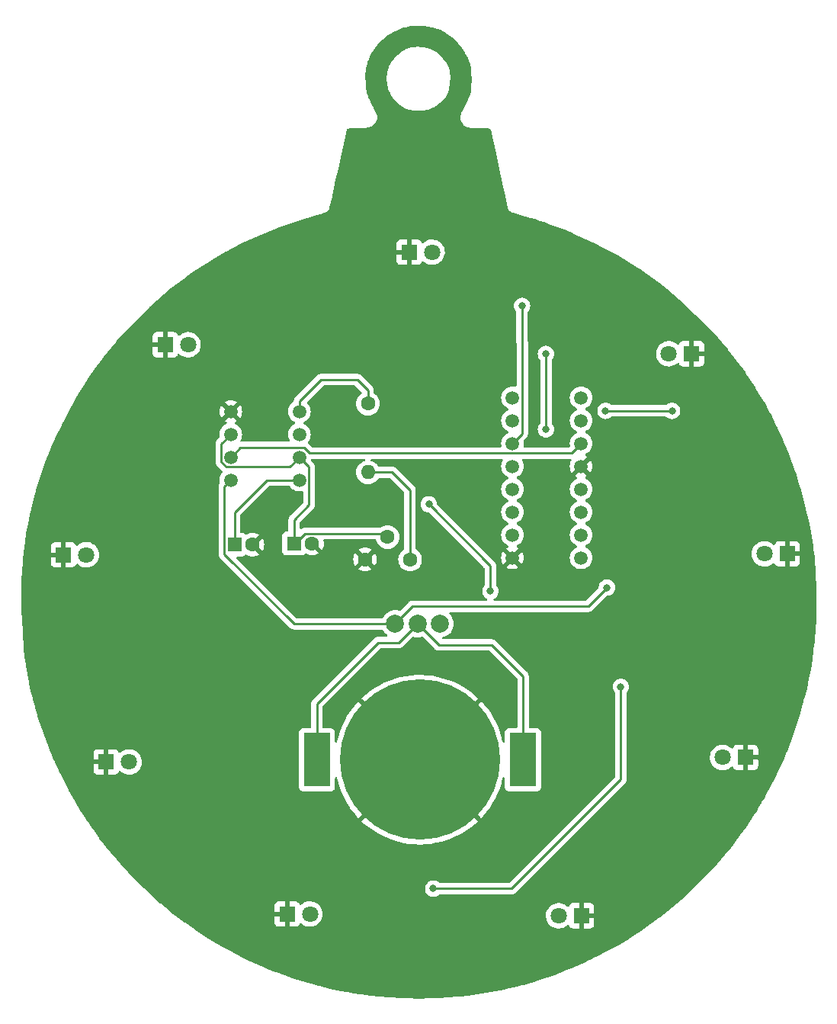
<source format=gbl>
%TF.GenerationSoftware,KiCad,Pcbnew,(6.0.7)*%
%TF.CreationDate,2022-10-09T20:49:50-07:00*%
%TF.ProjectId,IEEE_PCB_1,49454545-5f50-4434-925f-312e6b696361,1*%
%TF.SameCoordinates,Original*%
%TF.FileFunction,Copper,L2,Bot*%
%TF.FilePolarity,Positive*%
%FSLAX46Y46*%
G04 Gerber Fmt 4.6, Leading zero omitted, Abs format (unit mm)*
G04 Created by KiCad (PCBNEW (6.0.7)) date 2022-10-09 20:49:50*
%MOMM*%
%LPD*%
G01*
G04 APERTURE LIST*
%TA.AperFunction,ComponentPad*%
%ADD10R,1.600000X1.600000*%
%TD*%
%TA.AperFunction,ComponentPad*%
%ADD11C,1.600000*%
%TD*%
%TA.AperFunction,ComponentPad*%
%ADD12R,1.800000X1.800000*%
%TD*%
%TA.AperFunction,ComponentPad*%
%ADD13C,1.800000*%
%TD*%
%TA.AperFunction,ComponentPad*%
%ADD14O,1.600000X1.600000*%
%TD*%
%TA.AperFunction,ComponentPad*%
%ADD15C,1.500000*%
%TD*%
%TA.AperFunction,SMDPad,CuDef*%
%ADD16R,3.000000X6.000000*%
%TD*%
%TA.AperFunction,SMDPad,CuDef*%
%ADD17C,17.800000*%
%TD*%
%TA.AperFunction,ComponentPad*%
%ADD18C,2.000000*%
%TD*%
%TA.AperFunction,ViaPad*%
%ADD19C,0.800000*%
%TD*%
%TA.AperFunction,Conductor*%
%ADD20C,0.250000*%
%TD*%
G04 APERTURE END LIST*
D10*
%TO.P,C1,1*%
%TO.N,Net-(C1-Pad1)*%
X114407000Y-96142000D03*
D11*
%TO.P,C1,2*%
%TO.N,GND*%
X116407000Y-96142000D03*
%TD*%
D10*
%TO.P,C2,1*%
%TO.N,Net-(C2-Pad1)*%
X121033000Y-96022000D03*
D11*
%TO.P,C2,2*%
%TO.N,GND*%
X123033000Y-96022000D03*
%TD*%
D12*
%TO.P,D1,1,K*%
%TO.N,GND*%
X95414000Y-97266000D03*
D13*
%TO.P,D1,2,A*%
%TO.N,Net-(D1-Pad2)*%
X97954000Y-97266000D03*
%TD*%
D12*
%TO.P,D2,1,K*%
%TO.N,GND*%
X175787000Y-97168000D03*
D13*
%TO.P,D2,2,A*%
%TO.N,Net-(D2-Pad2)*%
X173247000Y-97168000D03*
%TD*%
D12*
%TO.P,D3,1,K*%
%TO.N,GND*%
X152951000Y-137353000D03*
D13*
%TO.P,D3,2,A*%
%TO.N,Net-(D3-Pad2)*%
X150411000Y-137353000D03*
%TD*%
D12*
%TO.P,D4,1,K*%
%TO.N,GND*%
X133816000Y-63669000D03*
D13*
%TO.P,D4,2,A*%
%TO.N,Net-(D4-Pad2)*%
X136356000Y-63669000D03*
%TD*%
D12*
%TO.P,D5,1,K*%
%TO.N,GND*%
X100160000Y-120276000D03*
D13*
%TO.P,D5,2,A*%
%TO.N,Net-(D5-Pad2)*%
X102700000Y-120276000D03*
%TD*%
D12*
%TO.P,D6,1,K*%
%TO.N,GND*%
X171161000Y-119783000D03*
D13*
%TO.P,D6,2,A*%
%TO.N,Net-(D6-Pad2)*%
X168621000Y-119783000D03*
%TD*%
D12*
%TO.P,D7,1,K*%
%TO.N,GND*%
X165174000Y-74945000D03*
D13*
%TO.P,D7,2,A*%
%TO.N,Net-(D7-Pad2)*%
X162634000Y-74945000D03*
%TD*%
D12*
%TO.P,D8,1,K*%
%TO.N,GND*%
X106713000Y-73949000D03*
D13*
%TO.P,D8,2,A*%
%TO.N,Net-(D8-Pad2)*%
X109253000Y-73949000D03*
%TD*%
D12*
%TO.P,D9,1,K*%
%TO.N,GND*%
X120252000Y-137163000D03*
D13*
%TO.P,D9,2,A*%
%TO.N,Net-(D9-Pad2)*%
X122792000Y-137163000D03*
%TD*%
D11*
%TO.P,R1,1*%
%TO.N,+3.3V*%
X129232000Y-80495000D03*
D14*
%TO.P,R1,2*%
%TO.N,Net-(R1-Pad2)*%
X129232000Y-88115000D03*
%TD*%
D11*
%TO.P,RV1,1,1*%
%TO.N,Net-(R1-Pad2)*%
X133912000Y-97796000D03*
%TO.P,RV1,2,2*%
%TO.N,Net-(C2-Pad1)*%
X131412000Y-95296000D03*
%TO.P,RV1,3,3*%
%TO.N,GND*%
X128912000Y-97796000D03*
%TD*%
D15*
%TO.P,U1,1,GND*%
%TO.N,GND*%
X113998000Y-81354000D03*
%TO.P,U1,2,Trig*%
%TO.N,Net-(C2-Pad1)*%
X113998000Y-83894000D03*
%TO.P,U1,3,Out*%
%TO.N,Signal*%
X113998000Y-86434000D03*
%TO.P,U1,4,Rest*%
%TO.N,+3.3V*%
X113998000Y-88974000D03*
%TO.P,U1,5,Contrl*%
%TO.N,Net-(C1-Pad1)*%
X121618000Y-88974000D03*
%TO.P,U1,6,Thres*%
%TO.N,Net-(C2-Pad1)*%
X121618000Y-86434000D03*
%TO.P,U1,7,Dischrg*%
%TO.N,Net-(R1-Pad2)*%
X121618000Y-83894000D03*
%TO.P,U1,8,Vcc*%
%TO.N,+3.3V*%
X121618000Y-81354000D03*
%TD*%
%TO.P,U2,1,Q5*%
%TO.N,unconnected-(U2-Pad1)*%
X145288000Y-79826000D03*
%TO.P,U2,2,Q1*%
%TO.N,Net-(R2-Pad2)*%
X145288000Y-82366000D03*
%TO.P,U2,3,Q0*%
%TO.N,Net-(R5-Pad2)*%
X145288000Y-84906000D03*
%TO.P,U2,4,Q2*%
%TO.N,Net-(R10-Pad2)*%
X145288000Y-87446000D03*
%TO.P,U2,5,Q6*%
%TO.N,unconnected-(U2-Pad5)*%
X145288000Y-89986000D03*
%TO.P,U2,6,Q7*%
%TO.N,unconnected-(U2-Pad6)*%
X145288000Y-92526000D03*
%TO.P,U2,7,Q3*%
%TO.N,Net-(U2-Pad15)*%
X145288000Y-95066000D03*
%TO.P,U2,8,GND*%
%TO.N,GND*%
X145288000Y-97606000D03*
%TO.P,U2,9,Q8*%
%TO.N,unconnected-(U2-Pad9)*%
X152908000Y-97606000D03*
%TO.P,U2,10,Q4*%
%TO.N,unconnected-(U2-Pad10)*%
X152908000Y-95066000D03*
%TO.P,U2,11,Q9*%
%TO.N,unconnected-(U2-Pad11)*%
X152908000Y-92526000D03*
%TO.P,U2,12,COUT*%
%TO.N,unconnected-(U2-Pad12)*%
X152908000Y-89986000D03*
%TO.P,U2,13,CKE*%
%TO.N,GND*%
X152908000Y-87446000D03*
%TO.P,U2,14,CLK*%
%TO.N,Signal*%
X152908000Y-84906000D03*
%TO.P,U2,15,Rst*%
%TO.N,Net-(U2-Pad15)*%
X152908000Y-82366000D03*
%TO.P,U2,16,Vdd*%
%TO.N,+3.3V*%
X152908000Y-79826000D03*
%TD*%
D16*
%TO.P,BT1,1,+*%
%TO.N,Net-(BT1-Pad1)*%
X123547000Y-120030000D03*
X146447000Y-120030000D03*
D17*
%TO.P,BT1,2,-*%
%TO.N,GND*%
X134997000Y-120030000D03*
%TD*%
D18*
%TO.P,SW1,1*%
%TO.N,+3.3V*%
X132240000Y-104929000D03*
%TO.P,SW1,2*%
%TO.N,Net-(BT1-Pad1)*%
X134740000Y-104929000D03*
%TO.P,SW1,3*%
%TO.N,unconnected-(SW1-Pad3)*%
X137240000Y-104929000D03*
%TD*%
D19*
%TO.N,GND*%
X129538000Y-114708000D03*
X131629000Y-126911000D03*
X137746000Y-116987000D03*
X131504000Y-123041000D03*
X137996000Y-123072000D03*
X127634000Y-120950000D03*
X129163000Y-124633000D03*
X139026000Y-126568000D03*
X132752000Y-112961000D03*
X141553000Y-120295000D03*
X135062000Y-112212000D03*
X135000000Y-128128000D03*
X138745000Y-113491000D03*
X141148000Y-123790000D03*
X128352000Y-117424000D03*
X134968000Y-120295000D03*
X141179000Y-115364000D03*
X131754000Y-116955000D03*
%TO.N,+3.3V*%
X155772000Y-100911000D03*
%TO.N,Net-(BT1-Pad1)*%
X124217000Y-122397000D03*
X147009000Y-117910000D03*
X122755000Y-118112000D03*
X122747000Y-120982000D03*
X145663000Y-119103000D03*
X122719000Y-122355000D03*
X124170000Y-118133000D03*
X124190000Y-121024000D03*
X145636000Y-121905000D03*
X147023000Y-121905000D03*
X124190000Y-119569000D03*
X122755000Y-119486000D03*
X145608000Y-117924000D03*
X147023000Y-120490000D03*
X145636000Y-120476000D03*
X147036000Y-119117000D03*
%TO.N,Net-(R2-Pad2)*%
X163011000Y-81287000D03*
X142830000Y-101302000D03*
X135997000Y-91657000D03*
X155614000Y-81287000D03*
%TO.N,Net-(R5-Pad2)*%
X146356000Y-69627000D03*
%TO.N,Net-(R10-Pad2)*%
X157323000Y-111939000D03*
X148997000Y-83344000D03*
X136482000Y-134333000D03*
X148997000Y-74961000D03*
%TD*%
D20*
%TO.N,Net-(C1-Pad1)*%
X118022000Y-88974000D02*
X121618000Y-88974000D01*
X114407000Y-92589000D02*
X118022000Y-88974000D01*
X114407000Y-96142000D02*
X114407000Y-92589000D01*
%TO.N,Net-(C2-Pad1)*%
X121033000Y-93389000D02*
X121033000Y-96022000D01*
X122693001Y-91728999D02*
X121033000Y-93389000D01*
X131012999Y-94896999D02*
X131412000Y-95296000D01*
X112922999Y-86950001D02*
X112922999Y-84969001D01*
X120542999Y-87509001D02*
X113481999Y-87509001D01*
X112922999Y-84969001D02*
X113998000Y-83894000D01*
X122693001Y-87509001D02*
X122693001Y-91728999D01*
X122250001Y-94896999D02*
X131012999Y-94896999D01*
X121125000Y-96022000D02*
X122250001Y-94896999D01*
X121618000Y-86434000D02*
X120542999Y-87509001D01*
X121618000Y-86434000D02*
X122693001Y-87509001D01*
X121033000Y-96022000D02*
X121125000Y-96022000D01*
X113481999Y-87509001D02*
X112922999Y-86950001D01*
%TO.N,Net-(R1-Pad2)*%
X133912000Y-90108000D02*
X133912000Y-97796000D01*
X129232000Y-88115000D02*
X131919000Y-88115000D01*
X131919000Y-88115000D02*
X133912000Y-90108000D01*
%TO.N,Signal*%
X115073001Y-85358999D02*
X113998000Y-86434000D01*
X151832999Y-85981001D02*
X122756003Y-85981001D01*
X152908000Y-84906000D02*
X151832999Y-85981001D01*
X122134001Y-85358999D02*
X115073001Y-85358999D01*
X122756003Y-85981001D02*
X122134001Y-85358999D01*
%TO.N,+3.3V*%
X155772000Y-100911000D02*
X155772000Y-100911000D01*
X113281999Y-89690001D02*
X113281999Y-97202001D01*
X121008998Y-104929000D02*
X132240000Y-104929000D01*
X124018000Y-77830000D02*
X128058000Y-77830000D01*
X121618000Y-80230000D02*
X124018000Y-77830000D01*
X128058000Y-77830000D02*
X129232000Y-79004000D01*
X134179000Y-102990000D02*
X132240000Y-104929000D01*
X153693000Y-102990000D02*
X134179000Y-102990000D01*
X113998000Y-88974000D02*
X113281999Y-89690001D01*
X121618000Y-81354000D02*
X121618000Y-80230000D01*
X153693000Y-102990000D02*
X155772000Y-100911000D01*
X113281999Y-97202001D02*
X121008998Y-104929000D01*
X129232000Y-79004000D02*
X129232000Y-80495000D01*
%TO.N,Net-(BT1-Pad1)*%
X146447000Y-110727000D02*
X146447000Y-120030000D01*
X123547000Y-113848000D02*
X123547000Y-120030000D01*
X134936000Y-104897000D02*
X134397002Y-104897000D01*
X134740000Y-104929000D02*
X132663000Y-107006000D01*
X134740000Y-104929000D02*
X137100000Y-107289000D01*
X130389000Y-107006000D02*
X123547000Y-113848000D01*
X132663000Y-107006000D02*
X130389000Y-107006000D01*
X143009000Y-107289000D02*
X146447000Y-110727000D01*
X137100000Y-107289000D02*
X143009000Y-107289000D01*
%TO.N,Net-(R2-Pad2)*%
X142830000Y-101302000D02*
X142830000Y-101302000D01*
X155614000Y-81287000D02*
X163011000Y-81287000D01*
X142830000Y-98490000D02*
X135997000Y-91657000D01*
X142830000Y-101302000D02*
X142830000Y-98490000D01*
%TO.N,Net-(R5-Pad2)*%
X146363001Y-83830999D02*
X146363001Y-73676001D01*
X146356000Y-73669000D02*
X146356000Y-69627000D01*
X146363001Y-73676001D02*
X146356000Y-73669000D01*
X145288000Y-84906000D02*
X146363001Y-83830999D01*
%TO.N,Net-(R10-Pad2)*%
X148997000Y-74961000D02*
X148997000Y-74961000D01*
X148997000Y-83344000D02*
X148997000Y-80449000D01*
X145213000Y-134333000D02*
X136482000Y-134333000D01*
X148997000Y-79977000D02*
X148997000Y-74961000D01*
X148997000Y-83344000D02*
X148997000Y-79977000D01*
X157323000Y-111939000D02*
X157323000Y-122223000D01*
X157323000Y-122223000D02*
X145213000Y-134333000D01*
%TD*%
%TA.AperFunction,Conductor*%
%TO.N,GND*%
G36*
X134943386Y-38520204D02*
G01*
X135147232Y-38522493D01*
X135155297Y-38522842D01*
X135351683Y-38537659D01*
X135543771Y-38552152D01*
X135551777Y-38553015D01*
X135894400Y-38601083D01*
X135937571Y-38607140D01*
X135945525Y-38608517D01*
X136327061Y-38687235D01*
X136334885Y-38689112D01*
X136671458Y-38781370D01*
X136693394Y-38789648D01*
X136706971Y-38796274D01*
X136724577Y-38799288D01*
X136730721Y-38800340D01*
X136749994Y-38805231D01*
X136999870Y-38890161D01*
X137006444Y-38892603D01*
X137282662Y-39004131D01*
X137289098Y-39006943D01*
X137558592Y-39133769D01*
X137564882Y-39136947D01*
X137790291Y-39258913D01*
X137809405Y-39271636D01*
X137821545Y-39281422D01*
X137821926Y-39281729D01*
X137844306Y-39291034D01*
X137861949Y-39300057D01*
X138089175Y-39439846D01*
X138094970Y-39443635D01*
X138342210Y-39615144D01*
X138347789Y-39619246D01*
X138585201Y-39804052D01*
X138590547Y-39808454D01*
X138786055Y-39978690D01*
X138801882Y-39995228D01*
X138811959Y-40007883D01*
X138831963Y-40021979D01*
X138847127Y-40034549D01*
X139046983Y-40228496D01*
X139051621Y-40233243D01*
X139264247Y-40462681D01*
X139268650Y-40467693D01*
X139446193Y-40680906D01*
X139468809Y-40708066D01*
X139472946Y-40713311D01*
X139634998Y-40930354D01*
X139646913Y-40949749D01*
X139654228Y-40964501D01*
X139670158Y-40981778D01*
X139682622Y-40997688D01*
X139827101Y-41216186D01*
X139910148Y-41341779D01*
X139914201Y-41348337D01*
X140136916Y-41734590D01*
X140140561Y-41741383D01*
X140203422Y-41867672D01*
X140316832Y-42095515D01*
X140320999Y-42103887D01*
X140329405Y-42125604D01*
X140333628Y-42140471D01*
X140338405Y-42148069D01*
X140338407Y-42148073D01*
X140343730Y-42156538D01*
X140353542Y-42175557D01*
X140542172Y-42632877D01*
X140551462Y-42655399D01*
X140558551Y-42678818D01*
X140560726Y-42689731D01*
X140564880Y-42697686D01*
X140564881Y-42697690D01*
X140571655Y-42710664D01*
X140579524Y-42729216D01*
X140607580Y-42813571D01*
X140609755Y-42820835D01*
X140641318Y-42939058D01*
X140643053Y-42946439D01*
X140659266Y-43026130D01*
X140661779Y-43049211D01*
X140662031Y-43064784D01*
X140662034Y-43064793D01*
X140662034Y-43064802D01*
X140664845Y-43073867D01*
X140664845Y-43073868D01*
X140669530Y-43088977D01*
X140673813Y-43107766D01*
X140691441Y-43226348D01*
X140692163Y-43232117D01*
X140707861Y-43386354D01*
X140708316Y-43392135D01*
X140713732Y-43490012D01*
X140714519Y-43504238D01*
X140713770Y-43526562D01*
X140711654Y-43543782D01*
X140715986Y-43570248D01*
X140717622Y-43588502D01*
X140719828Y-43721639D01*
X140731665Y-44435862D01*
X140732255Y-44471486D01*
X140732259Y-44475374D01*
X140718566Y-45417906D01*
X140718289Y-45436982D01*
X140716165Y-45458260D01*
X140712675Y-45476967D01*
X140713572Y-45485901D01*
X140714999Y-45500123D01*
X140715390Y-45520458D01*
X140709049Y-45623325D01*
X140708309Y-45631251D01*
X140691358Y-45766427D01*
X140690119Y-45774286D01*
X140672284Y-45868061D01*
X140665792Y-45890554D01*
X140660220Y-45904752D01*
X140660220Y-45904755D01*
X140660217Y-45904762D01*
X140659327Y-45914679D01*
X140659326Y-45914683D01*
X140658199Y-45927234D01*
X140654656Y-45947653D01*
X140631183Y-46037986D01*
X140628701Y-46046338D01*
X140588706Y-46165595D01*
X140585647Y-46173764D01*
X140552797Y-46253018D01*
X140541654Y-46274037D01*
X140533695Y-46286130D01*
X140526320Y-46310176D01*
X140519404Y-46327849D01*
X140147865Y-47100080D01*
X140147436Y-47100960D01*
X139714827Y-47978337D01*
X139704827Y-47995175D01*
X139694024Y-48010509D01*
X139694018Y-48010519D01*
X139691220Y-48014491D01*
X139685656Y-48025744D01*
X139684196Y-48030386D01*
X139684193Y-48030393D01*
X139677524Y-48051594D01*
X139672978Y-48063803D01*
X139617007Y-48193215D01*
X139558309Y-48364251D01*
X139557700Y-48366608D01*
X139557696Y-48366620D01*
X139525625Y-48490669D01*
X139520589Y-48506012D01*
X139512518Y-48526147D01*
X139512476Y-48526328D01*
X139512467Y-48526351D01*
X139510464Y-48535049D01*
X139509696Y-48538378D01*
X139509695Y-48538386D01*
X139509650Y-48538583D01*
X139509305Y-48543374D01*
X139509304Y-48543379D01*
X139507243Y-48571991D01*
X139506339Y-48580501D01*
X139492133Y-48681325D01*
X139492593Y-48730895D01*
X139493350Y-48812375D01*
X139493468Y-48825127D01*
X139494209Y-48829760D01*
X139494209Y-48829764D01*
X139506567Y-48907063D01*
X139516171Y-48967133D01*
X139517593Y-48971605D01*
X139517594Y-48971611D01*
X139543365Y-49052679D01*
X139546368Y-49063891D01*
X139551623Y-49087882D01*
X139552827Y-49093380D01*
X139557368Y-49105083D01*
X139557376Y-49105096D01*
X139557388Y-49105128D01*
X139560008Y-49109656D01*
X139560010Y-49109659D01*
X139570837Y-49128367D01*
X139575268Y-49136732D01*
X139634084Y-49258647D01*
X139728614Y-49401724D01*
X139731397Y-49404909D01*
X139731402Y-49404915D01*
X139793881Y-49476407D01*
X139806428Y-49490763D01*
X139809003Y-49493710D01*
X139816770Y-49503545D01*
X139823361Y-49512802D01*
X139831011Y-49523546D01*
X139835341Y-49527983D01*
X139839778Y-49532529D01*
X139857713Y-49545970D01*
X139864323Y-49550924D01*
X139870850Y-49556164D01*
X139955138Y-49628553D01*
X140082298Y-49707928D01*
X140086683Y-49709816D01*
X140086686Y-49709817D01*
X140171977Y-49746529D01*
X140182279Y-49751529D01*
X140207408Y-49765172D01*
X140207430Y-49765180D01*
X140207432Y-49765181D01*
X140211006Y-49766457D01*
X140211012Y-49766459D01*
X140212642Y-49767040D01*
X140215404Y-49768026D01*
X140219231Y-49769392D01*
X140219232Y-49769392D01*
X140219254Y-49769400D01*
X140239507Y-49773261D01*
X140249588Y-49775183D01*
X140263259Y-49778592D01*
X140344994Y-49803909D01*
X140354677Y-49806277D01*
X140469600Y-49834383D01*
X140469612Y-49834386D01*
X140471458Y-49834837D01*
X140540194Y-49847297D01*
X140546786Y-49848492D01*
X140563443Y-49852701D01*
X140580706Y-49858341D01*
X140586521Y-49860241D01*
X140592682Y-49861243D01*
X140593889Y-49861440D01*
X140593891Y-49861440D01*
X140598911Y-49862257D01*
X140598913Y-49862257D01*
X140598931Y-49862260D01*
X140627354Y-49862454D01*
X140642812Y-49863512D01*
X140760997Y-49878948D01*
X140761014Y-49878950D01*
X140762217Y-49879107D01*
X140925559Y-49894076D01*
X140995653Y-49897789D01*
X141037189Y-49899989D01*
X141055599Y-49902333D01*
X141071893Y-49905642D01*
X141071899Y-49905643D01*
X141076667Y-49906611D01*
X141081530Y-49906834D01*
X141081535Y-49906835D01*
X141084343Y-49906964D01*
X141084348Y-49906964D01*
X141089207Y-49907187D01*
X141094041Y-49906660D01*
X141094043Y-49906660D01*
X141103380Y-49905642D01*
X141122327Y-49903577D01*
X141138093Y-49902853D01*
X141725049Y-49912748D01*
X141725830Y-49912790D01*
X141726698Y-49912936D01*
X141765088Y-49913423D01*
X141765306Y-49913426D01*
X141784115Y-49913743D01*
X141798252Y-49913982D01*
X141798259Y-49913982D01*
X141800698Y-49914023D01*
X141801571Y-49913913D01*
X141802361Y-49913896D01*
X142204775Y-49919002D01*
X142459888Y-49922239D01*
X142480794Y-49924256D01*
X142500462Y-49927828D01*
X142516416Y-49926149D01*
X142524705Y-49925277D01*
X142544450Y-49924756D01*
X142602578Y-49927786D01*
X142609333Y-49928320D01*
X142642256Y-49931818D01*
X142701297Y-49938092D01*
X142708011Y-49938990D01*
X142743315Y-49944675D01*
X142807389Y-49975252D01*
X142841237Y-50024767D01*
X142845980Y-50037394D01*
X142848230Y-50043385D01*
X142853044Y-50059336D01*
X143131222Y-51263877D01*
X143131443Y-51264853D01*
X143454771Y-52717460D01*
X143455025Y-52718627D01*
X143802661Y-54353313D01*
X143802665Y-54353333D01*
X143802666Y-54353354D01*
X143811277Y-54393825D01*
X143818494Y-54427760D01*
X143818500Y-54427776D01*
X143818506Y-54427801D01*
X144157011Y-56018690D01*
X144157380Y-56020764D01*
X144157517Y-56022862D01*
X144161204Y-56039368D01*
X144165440Y-56058334D01*
X144165711Y-56059578D01*
X144171724Y-56087840D01*
X144171726Y-56087848D01*
X144172657Y-56092222D01*
X144173382Y-56094197D01*
X144173916Y-56096287D01*
X144474656Y-57442780D01*
X144474934Y-57444267D01*
X144475049Y-57445845D01*
X144475992Y-57449922D01*
X144483460Y-57482215D01*
X144483670Y-57483139D01*
X144491085Y-57516338D01*
X144491646Y-57517818D01*
X144492033Y-57519278D01*
X144759519Y-58675857D01*
X144762519Y-58696476D01*
X144762974Y-58703832D01*
X144763779Y-58716862D01*
X144766472Y-58729123D01*
X144768233Y-58733654D01*
X144768233Y-58733655D01*
X144782322Y-58769911D01*
X144785134Y-58777938D01*
X144801328Y-58829716D01*
X144847755Y-58925196D01*
X144907881Y-59012699D01*
X144938167Y-59045112D01*
X144945701Y-59053963D01*
X144966133Y-59080341D01*
X144966138Y-59080347D01*
X144968865Y-59083867D01*
X144969032Y-59084025D01*
X144969043Y-59084039D01*
X144973426Y-59088178D01*
X144977987Y-59092490D01*
X144978002Y-59092500D01*
X144978169Y-59092658D01*
X144982203Y-59095432D01*
X144982206Y-59095434D01*
X145012198Y-59116055D01*
X145019619Y-59121569D01*
X145064016Y-59157158D01*
X145156244Y-59212072D01*
X145160277Y-59213769D01*
X145160278Y-59213770D01*
X145199942Y-59230465D01*
X145210994Y-59235763D01*
X145237982Y-59250357D01*
X145237994Y-59250362D01*
X145242269Y-59252674D01*
X145246854Y-59254302D01*
X145246860Y-59254305D01*
X145249510Y-59255246D01*
X145249515Y-59255247D01*
X145254098Y-59256875D01*
X145258878Y-59257778D01*
X145258884Y-59257780D01*
X145283744Y-59262478D01*
X145300213Y-59266759D01*
X145484869Y-59328359D01*
X145629376Y-59376566D01*
X145634237Y-59378343D01*
X145637946Y-59380163D01*
X145642589Y-59381607D01*
X145642590Y-59381608D01*
X145669560Y-59389999D01*
X145671998Y-59390785D01*
X145696302Y-59398892D01*
X145700559Y-59400312D01*
X145704615Y-59401049D01*
X145709808Y-59402521D01*
X146124947Y-59531681D01*
X146130516Y-59533582D01*
X146134605Y-59535477D01*
X146165955Y-59544471D01*
X146168518Y-59545237D01*
X146196711Y-59554009D01*
X146201135Y-59554720D01*
X146207088Y-59556272D01*
X146468973Y-59631405D01*
X146682412Y-59692639D01*
X146699595Y-59698952D01*
X146724100Y-59710037D01*
X146751552Y-59713913D01*
X146769254Y-59717727D01*
X147265716Y-59862723D01*
X147760513Y-60007233D01*
X147763845Y-60008256D01*
X148326402Y-60189591D01*
X148782490Y-60336607D01*
X148785784Y-60337720D01*
X149358923Y-60540136D01*
X149794920Y-60694118D01*
X149798182Y-60695321D01*
X150754881Y-61063278D01*
X150773929Y-61072511D01*
X150790976Y-61082625D01*
X150799665Y-61084853D01*
X150799668Y-61084854D01*
X150818488Y-61089679D01*
X150835386Y-61095312D01*
X151856526Y-61518019D01*
X151859184Y-61519155D01*
X152322620Y-61723574D01*
X152905413Y-61980641D01*
X152907986Y-61981812D01*
X153943319Y-62467165D01*
X153945886Y-62468404D01*
X154424527Y-62706330D01*
X154928685Y-62956940D01*
X154946551Y-62967754D01*
X154963158Y-62979793D01*
X154989903Y-62989337D01*
X155006207Y-62996491D01*
X155984566Y-63511143D01*
X155987108Y-63512518D01*
X156986773Y-64068019D01*
X156989284Y-64069452D01*
X157975985Y-64647764D01*
X157978461Y-64649254D01*
X158912518Y-65225898D01*
X158929318Y-65238304D01*
X158937993Y-65245898D01*
X158938000Y-65245903D01*
X158944752Y-65251813D01*
X158952894Y-65255592D01*
X158952896Y-65255593D01*
X158969909Y-65263489D01*
X158985743Y-65272272D01*
X159467124Y-65586536D01*
X159829451Y-65823077D01*
X159851064Y-65837187D01*
X159853953Y-65839130D01*
X160734265Y-66449169D01*
X160737098Y-66451192D01*
X161600128Y-67085250D01*
X161602905Y-67087349D01*
X162381252Y-67692998D01*
X162412433Y-67717261D01*
X162427988Y-67731618D01*
X162441391Y-67746260D01*
X162449064Y-67750912D01*
X162449066Y-67750914D01*
X162459261Y-67757095D01*
X162475982Y-67769212D01*
X163822358Y-68924437D01*
X163826856Y-68928490D01*
X164836508Y-69883498D01*
X165605647Y-70611010D01*
X165608250Y-70613544D01*
X167346611Y-72355482D01*
X167350667Y-72359741D01*
X167746578Y-72795351D01*
X168564238Y-73695000D01*
X168571384Y-73702863D01*
X168585492Y-73721640D01*
X168592637Y-73733268D01*
X168606650Y-73745943D01*
X168613607Y-73752236D01*
X168625972Y-73765128D01*
X169228227Y-74489533D01*
X169260141Y-74527920D01*
X169261967Y-74530170D01*
X169901593Y-75337772D01*
X169903368Y-75340070D01*
X170522618Y-76161262D01*
X170523555Y-76162505D01*
X170525310Y-76164889D01*
X170707102Y-76418258D01*
X171125857Y-77001890D01*
X171127571Y-77004341D01*
X171282366Y-77231267D01*
X171423215Y-77437747D01*
X171708008Y-77855247D01*
X171709652Y-77857719D01*
X172244863Y-78683784D01*
X172254744Y-78702232D01*
X172256258Y-78705730D01*
X172259280Y-78712712D01*
X172259282Y-78712715D01*
X172262847Y-78720950D01*
X172280912Y-78742702D01*
X172291324Y-78757222D01*
X172810415Y-79601714D01*
X172811953Y-79604285D01*
X173101455Y-80101389D01*
X173327497Y-80489525D01*
X173329952Y-80493741D01*
X173331422Y-80496334D01*
X173811018Y-81366811D01*
X173828191Y-81397981D01*
X173829593Y-81400601D01*
X173922257Y-81578681D01*
X174304721Y-82313696D01*
X174306073Y-82316370D01*
X174497615Y-82706880D01*
X174730625Y-83181935D01*
X174759392Y-83240585D01*
X174760666Y-83243264D01*
X175172655Y-84136332D01*
X175179677Y-84156080D01*
X175179824Y-84156040D01*
X175185181Y-84175712D01*
X175189876Y-84183363D01*
X175199986Y-84199840D01*
X175208218Y-84215673D01*
X175351424Y-84546427D01*
X175595818Y-85110888D01*
X175607257Y-85137309D01*
X175608375Y-85139976D01*
X175983824Y-86066157D01*
X176000027Y-86106128D01*
X176001105Y-86108881D01*
X176369948Y-87083891D01*
X176370962Y-87086669D01*
X176418216Y-87221029D01*
X176703003Y-88030777D01*
X176716829Y-88070090D01*
X176717767Y-88072861D01*
X177040465Y-89064149D01*
X177041322Y-89066890D01*
X177272166Y-89836966D01*
X177327502Y-90021564D01*
X177331824Y-90042029D01*
X177334374Y-90062315D01*
X177337948Y-90070548D01*
X177337948Y-90070549D01*
X177345734Y-90088485D01*
X177351635Y-90105215D01*
X177539614Y-90788206D01*
X177625116Y-91098863D01*
X177625802Y-91101466D01*
X177886491Y-92136550D01*
X177886860Y-92138014D01*
X177887503Y-92140691D01*
X177976889Y-92531475D01*
X178125867Y-93182791D01*
X178126430Y-93185385D01*
X178175717Y-93424819D01*
X178341944Y-94232351D01*
X178342470Y-94235054D01*
X178535049Y-95286467D01*
X178535515Y-95289178D01*
X178537491Y-95301475D01*
X178697772Y-96299125D01*
X178699365Y-96319876D01*
X178699294Y-96331521D01*
X178699295Y-96331525D01*
X178699240Y-96340498D01*
X178701706Y-96349127D01*
X178701707Y-96349132D01*
X178706683Y-96366542D01*
X178710435Y-96384562D01*
X178745021Y-96644727D01*
X178793847Y-97012000D01*
X178798072Y-97043784D01*
X178798543Y-97047820D01*
X178845799Y-97520000D01*
X178868453Y-97746353D01*
X178868793Y-97750423D01*
X178913019Y-98406249D01*
X178912633Y-98427722D01*
X178911581Y-98437870D01*
X178910655Y-98446802D01*
X178912272Y-98455629D01*
X178912272Y-98455637D01*
X178915343Y-98472404D01*
X178917336Y-98490941D01*
X178929871Y-98870287D01*
X179016019Y-101477288D01*
X179016087Y-101481871D01*
X179009482Y-103454947D01*
X179006114Y-104461406D01*
X179005881Y-104530865D01*
X179005623Y-104538518D01*
X178870895Y-106635498D01*
X178862921Y-106759602D01*
X178858909Y-106784050D01*
X178856239Y-106794040D01*
X178856744Y-106815669D01*
X178856902Y-106822427D01*
X178856058Y-106840214D01*
X178737192Y-107841762D01*
X178734329Y-107865882D01*
X178733961Y-107868705D01*
X178721085Y-107959405D01*
X178583420Y-108929149D01*
X178582982Y-108932000D01*
X178408213Y-109988711D01*
X178407710Y-109991550D01*
X178208804Y-111043978D01*
X178208236Y-111046806D01*
X177985300Y-112094397D01*
X177984668Y-112097210D01*
X177748399Y-113094737D01*
X177741920Y-113114585D01*
X177733953Y-113133510D01*
X177732932Y-113142430D01*
X177730744Y-113161542D01*
X177727453Y-113179125D01*
X177624014Y-113574198D01*
X177470786Y-114159437D01*
X177469981Y-114162368D01*
X177179210Y-115172800D01*
X177178334Y-115175710D01*
X176863300Y-116178760D01*
X176862355Y-116181649D01*
X176523191Y-117176880D01*
X176522176Y-117179745D01*
X176159114Y-118166482D01*
X176158030Y-118169322D01*
X175788096Y-119104484D01*
X175778794Y-119123261D01*
X175768293Y-119140652D01*
X175761071Y-119167941D01*
X175755284Y-119184850D01*
X175390708Y-120045167D01*
X175360365Y-120116770D01*
X175359149Y-120119546D01*
X175223068Y-120420237D01*
X174926154Y-121076313D01*
X174924866Y-121079070D01*
X174468889Y-122025104D01*
X174467534Y-122027830D01*
X173988851Y-122962558D01*
X173987436Y-122965241D01*
X173486289Y-123888184D01*
X173484845Y-123890767D01*
X173255429Y-124289972D01*
X172984375Y-124761629D01*
X172972458Y-124778868D01*
X172965223Y-124787668D01*
X172965221Y-124787671D01*
X172959520Y-124794605D01*
X172955995Y-124802858D01*
X172955994Y-124802860D01*
X172948379Y-124820691D01*
X172940239Y-124836543D01*
X172628996Y-125349701D01*
X172406480Y-125716570D01*
X172404960Y-125719011D01*
X172122219Y-126161815D01*
X171830489Y-126618694D01*
X171828897Y-126621124D01*
X171233883Y-127507247D01*
X171232236Y-127509641D01*
X170616904Y-128381865D01*
X170615201Y-128384220D01*
X169979905Y-129242044D01*
X169978149Y-129244359D01*
X169351458Y-130050984D01*
X169337319Y-130066360D01*
X169328843Y-130074166D01*
X169328836Y-130074174D01*
X169322237Y-130080252D01*
X169312737Y-130096028D01*
X169300036Y-130113523D01*
X168004866Y-131608668D01*
X167999903Y-131614071D01*
X166051919Y-133614164D01*
X166048989Y-133617073D01*
X164399731Y-135201794D01*
X164025954Y-135560945D01*
X164020721Y-135565699D01*
X162501170Y-136869954D01*
X162483139Y-136885430D01*
X162463172Y-136899454D01*
X162453341Y-136905022D01*
X162433502Y-136925441D01*
X162420255Y-136937278D01*
X161776948Y-137435115D01*
X161650224Y-137533183D01*
X161647989Y-137534873D01*
X161542417Y-137612865D01*
X160834080Y-138136156D01*
X160831798Y-138137803D01*
X160004636Y-138720779D01*
X160002318Y-138722374D01*
X159939065Y-138764872D01*
X159529034Y-139040362D01*
X159162394Y-139286698D01*
X159160056Y-139288232D01*
X158346409Y-139808909D01*
X158327984Y-139818652D01*
X158317300Y-139823215D01*
X158317298Y-139823216D01*
X158309045Y-139826741D01*
X158288236Y-139843850D01*
X158287050Y-139844825D01*
X158272559Y-139855117D01*
X157440503Y-140361767D01*
X157438087Y-140363201D01*
X156998069Y-140617861D01*
X156561827Y-140870335D01*
X156559439Y-140871683D01*
X155671961Y-141359218D01*
X155669534Y-141360516D01*
X154771488Y-141828096D01*
X154769020Y-141829346D01*
X154489355Y-141967119D01*
X153902055Y-142256443D01*
X153882662Y-142264075D01*
X153871532Y-142267422D01*
X153871526Y-142267425D01*
X153862933Y-142270009D01*
X153855407Y-142274903D01*
X153855408Y-142274903D01*
X153839087Y-142285517D01*
X153823530Y-142294137D01*
X153214831Y-142577238D01*
X152956548Y-142697364D01*
X152949003Y-142700873D01*
X152946431Y-142702034D01*
X152027893Y-143104344D01*
X152025332Y-143105431D01*
X151784144Y-143204660D01*
X151097941Y-143486974D01*
X151095306Y-143488023D01*
X150159625Y-143848569D01*
X150156977Y-143849555D01*
X149256670Y-144173390D01*
X149236542Y-144178797D01*
X149216307Y-144182470D01*
X149208277Y-144186489D01*
X149191033Y-144195119D01*
X149174529Y-144201963D01*
X148278376Y-144501045D01*
X148275517Y-144501961D01*
X147878709Y-144623964D01*
X147336076Y-144790801D01*
X147333286Y-144791623D01*
X146506938Y-145024292D01*
X146387204Y-145058004D01*
X146384304Y-145058783D01*
X145432220Y-145302526D01*
X145429303Y-145303236D01*
X144516296Y-145513928D01*
X144495576Y-145516925D01*
X144484175Y-145517615D01*
X144475218Y-145518157D01*
X144466777Y-145521190D01*
X144466770Y-145521191D01*
X144448718Y-145527677D01*
X144431468Y-145532521D01*
X143918538Y-145637873D01*
X143433353Y-145737526D01*
X143430307Y-145738112D01*
X142390141Y-145925195D01*
X142387082Y-145925707D01*
X141342552Y-146087139D01*
X141339481Y-146087575D01*
X140336605Y-146217380D01*
X140315637Y-146218331D01*
X140301357Y-146217787D01*
X140301354Y-146217787D01*
X140295411Y-146217561D01*
X140295409Y-146217561D01*
X140273383Y-146223102D01*
X140267876Y-146224487D01*
X140250339Y-146227600D01*
X139620312Y-146293977D01*
X139209946Y-146337211D01*
X139207074Y-146337481D01*
X139062758Y-146349353D01*
X138126242Y-146426395D01*
X138123450Y-146426592D01*
X137040926Y-146490745D01*
X137038095Y-146490881D01*
X136000289Y-146528576D01*
X135979437Y-146527602D01*
X135959081Y-146524949D01*
X135950210Y-146526334D01*
X135950209Y-146526334D01*
X135931035Y-146529327D01*
X135913286Y-146530824D01*
X134981645Y-146543293D01*
X134870627Y-146544779D01*
X134867744Y-146544784D01*
X133786853Y-146534439D01*
X133783999Y-146534378D01*
X133394541Y-146521707D01*
X132703636Y-146499227D01*
X132700746Y-146499100D01*
X131883502Y-146453714D01*
X131667295Y-146441707D01*
X131646616Y-146438826D01*
X131626631Y-146434327D01*
X131598608Y-146436097D01*
X131580665Y-146435949D01*
X130575320Y-146355815D01*
X130572170Y-146355524D01*
X129531485Y-146246156D01*
X129528341Y-146245786D01*
X128490743Y-146110266D01*
X128487604Y-146109816D01*
X127498782Y-145955270D01*
X127478353Y-145950301D01*
X127467733Y-145946757D01*
X127459217Y-145943915D01*
X127455607Y-145943779D01*
X127434492Y-145942985D01*
X127431616Y-145942877D01*
X127413561Y-145940888D01*
X126309376Y-145737833D01*
X126228701Y-145722997D01*
X126225186Y-145722299D01*
X125010382Y-145462939D01*
X125006884Y-145462140D01*
X124753512Y-145400453D01*
X123799937Y-145168290D01*
X123796526Y-145167408D01*
X122867634Y-144913031D01*
X122598411Y-144839304D01*
X122594964Y-144838307D01*
X121406713Y-144476232D01*
X121403296Y-144475137D01*
X120590558Y-144201963D01*
X120225853Y-144079380D01*
X120222499Y-144078199D01*
X119056737Y-143649053D01*
X119053399Y-143647769D01*
X118957787Y-143609446D01*
X118470086Y-143413969D01*
X117900425Y-143185640D01*
X117897113Y-143184258D01*
X116799086Y-142707430D01*
X116780397Y-142697364D01*
X116771442Y-142691518D01*
X116771440Y-142691517D01*
X116763919Y-142686607D01*
X116737437Y-142678592D01*
X116720503Y-142672102D01*
X115624634Y-142158877D01*
X115621446Y-142157329D01*
X114506961Y-141596641D01*
X114503817Y-141595004D01*
X114066226Y-141359205D01*
X113405489Y-141003162D01*
X113402443Y-141001465D01*
X112321196Y-140378968D01*
X112318191Y-140377181D01*
X111254853Y-139724501D01*
X111251904Y-139722632D01*
X110207416Y-139040352D01*
X110204491Y-139038383D01*
X110097387Y-138964040D01*
X109179563Y-138326965D01*
X109176687Y-138324908D01*
X109174559Y-138323340D01*
X108920453Y-138136156D01*
X108881781Y-138107669D01*
X118844001Y-138107669D01*
X118844371Y-138114490D01*
X118849895Y-138165352D01*
X118853521Y-138180604D01*
X118898676Y-138301054D01*
X118907214Y-138316649D01*
X118983715Y-138418724D01*
X118996276Y-138431285D01*
X119098351Y-138507786D01*
X119113946Y-138516324D01*
X119234394Y-138561478D01*
X119249649Y-138565105D01*
X119300514Y-138570631D01*
X119307328Y-138571000D01*
X119979885Y-138571000D01*
X119995124Y-138566525D01*
X119996329Y-138565135D01*
X119998000Y-138557452D01*
X119998000Y-138552884D01*
X120506000Y-138552884D01*
X120510475Y-138568123D01*
X120511865Y-138569328D01*
X120519548Y-138570999D01*
X121196669Y-138570999D01*
X121203490Y-138570629D01*
X121254352Y-138565105D01*
X121269604Y-138561479D01*
X121390054Y-138516324D01*
X121405649Y-138507786D01*
X121507724Y-138431285D01*
X121520285Y-138418724D01*
X121596786Y-138316649D01*
X121605324Y-138301054D01*
X121626773Y-138243840D01*
X121669415Y-138187075D01*
X121735977Y-138162376D01*
X121805325Y-138177584D01*
X121825240Y-138191126D01*
X121825838Y-138191622D01*
X121981349Y-138320730D01*
X122181322Y-138437584D01*
X122397694Y-138520209D01*
X122402760Y-138521240D01*
X122402761Y-138521240D01*
X122455846Y-138532040D01*
X122624656Y-138566385D01*
X122755324Y-138571176D01*
X122850949Y-138574683D01*
X122850953Y-138574683D01*
X122856113Y-138574872D01*
X122861233Y-138574216D01*
X122861235Y-138574216D01*
X122960668Y-138561478D01*
X123085847Y-138545442D01*
X123090795Y-138543957D01*
X123090802Y-138543956D01*
X123302747Y-138480369D01*
X123307690Y-138478886D01*
X123388236Y-138439427D01*
X123511049Y-138379262D01*
X123511052Y-138379260D01*
X123515684Y-138376991D01*
X123704243Y-138242494D01*
X123868303Y-138079005D01*
X124003458Y-137890917D01*
X124106078Y-137683280D01*
X124173408Y-137461671D01*
X124192261Y-137318469D01*
X148998095Y-137318469D01*
X148998392Y-137323622D01*
X148998392Y-137323625D01*
X149006056Y-137456544D01*
X149011427Y-137549697D01*
X149012564Y-137554743D01*
X149012565Y-137554749D01*
X149040839Y-137680208D01*
X149062346Y-137775642D01*
X149064288Y-137780424D01*
X149064289Y-137780428D01*
X149109154Y-137890917D01*
X149149484Y-137990237D01*
X149270501Y-138187719D01*
X149422147Y-138362784D01*
X149600349Y-138510730D01*
X149800322Y-138627584D01*
X150016694Y-138710209D01*
X150021760Y-138711240D01*
X150021761Y-138711240D01*
X150068647Y-138720779D01*
X150243656Y-138756385D01*
X150374324Y-138761176D01*
X150469949Y-138764683D01*
X150469953Y-138764683D01*
X150475113Y-138764872D01*
X150480233Y-138764216D01*
X150480235Y-138764216D01*
X150579668Y-138751478D01*
X150704847Y-138735442D01*
X150709795Y-138733957D01*
X150709802Y-138733956D01*
X150921747Y-138670369D01*
X150926690Y-138668886D01*
X151007236Y-138629427D01*
X151130049Y-138569262D01*
X151130052Y-138569260D01*
X151134684Y-138566991D01*
X151323243Y-138432494D01*
X151326898Y-138428852D01*
X151326906Y-138428845D01*
X151368697Y-138387199D01*
X151431068Y-138353282D01*
X151501875Y-138358470D01*
X151558637Y-138401116D01*
X151575619Y-138432218D01*
X151597677Y-138491056D01*
X151606214Y-138506649D01*
X151682715Y-138608724D01*
X151695276Y-138621285D01*
X151797351Y-138697786D01*
X151812946Y-138706324D01*
X151933394Y-138751478D01*
X151948649Y-138755105D01*
X151999514Y-138760631D01*
X152006328Y-138761000D01*
X152678885Y-138761000D01*
X152694124Y-138756525D01*
X152695329Y-138755135D01*
X152697000Y-138747452D01*
X152697000Y-138742884D01*
X153205000Y-138742884D01*
X153209475Y-138758123D01*
X153210865Y-138759328D01*
X153218548Y-138760999D01*
X153895669Y-138760999D01*
X153902490Y-138760629D01*
X153953352Y-138755105D01*
X153968604Y-138751479D01*
X154089054Y-138706324D01*
X154104649Y-138697786D01*
X154206724Y-138621285D01*
X154219285Y-138608724D01*
X154295786Y-138506649D01*
X154304324Y-138491054D01*
X154349478Y-138370606D01*
X154353105Y-138355351D01*
X154358631Y-138304486D01*
X154359000Y-138297672D01*
X154359000Y-137625115D01*
X154354525Y-137609876D01*
X154353135Y-137608671D01*
X154345452Y-137607000D01*
X153223115Y-137607000D01*
X153207876Y-137611475D01*
X153206671Y-137612865D01*
X153205000Y-137620548D01*
X153205000Y-138742884D01*
X152697000Y-138742884D01*
X152697000Y-137080885D01*
X153205000Y-137080885D01*
X153209475Y-137096124D01*
X153210865Y-137097329D01*
X153218548Y-137099000D01*
X154340884Y-137099000D01*
X154356123Y-137094525D01*
X154357328Y-137093135D01*
X154358999Y-137085452D01*
X154358999Y-136408331D01*
X154358629Y-136401510D01*
X154353105Y-136350648D01*
X154349479Y-136335396D01*
X154304324Y-136214946D01*
X154295786Y-136199351D01*
X154219285Y-136097276D01*
X154206724Y-136084715D01*
X154104649Y-136008214D01*
X154089054Y-135999676D01*
X153968606Y-135954522D01*
X153953351Y-135950895D01*
X153902486Y-135945369D01*
X153895672Y-135945000D01*
X153223115Y-135945000D01*
X153207876Y-135949475D01*
X153206671Y-135950865D01*
X153205000Y-135958548D01*
X153205000Y-137080885D01*
X152697000Y-137080885D01*
X152697000Y-135963116D01*
X152692525Y-135947877D01*
X152691135Y-135946672D01*
X152683452Y-135945001D01*
X152006331Y-135945001D01*
X151999510Y-135945371D01*
X151948648Y-135950895D01*
X151933396Y-135954521D01*
X151812946Y-135999676D01*
X151797351Y-136008214D01*
X151695276Y-136084715D01*
X151682715Y-136097276D01*
X151606214Y-136199351D01*
X151597675Y-136214948D01*
X151576934Y-136270275D01*
X151534293Y-136327040D01*
X151467731Y-136351740D01*
X151398383Y-136336533D01*
X151375388Y-136319909D01*
X151374887Y-136319358D01*
X151352942Y-136302027D01*
X151197177Y-136179011D01*
X151197172Y-136179008D01*
X151193123Y-136175810D01*
X151188607Y-136173317D01*
X151188604Y-136173315D01*
X150994879Y-136066373D01*
X150994875Y-136066371D01*
X150990355Y-136063876D01*
X150985486Y-136062152D01*
X150985482Y-136062150D01*
X150776903Y-135988288D01*
X150776899Y-135988287D01*
X150772028Y-135986562D01*
X150766935Y-135985655D01*
X150766932Y-135985654D01*
X150549095Y-135946851D01*
X150549089Y-135946850D01*
X150544006Y-135945945D01*
X150466644Y-135945000D01*
X150317581Y-135943179D01*
X150317579Y-135943179D01*
X150312411Y-135943116D01*
X150083464Y-135978150D01*
X149863314Y-136050106D01*
X149858726Y-136052494D01*
X149858722Y-136052496D01*
X149703728Y-136133181D01*
X149657872Y-136157052D01*
X149653739Y-136160155D01*
X149653736Y-136160157D01*
X149479317Y-136291115D01*
X149472655Y-136296117D01*
X149312639Y-136463564D01*
X149309725Y-136467836D01*
X149309724Y-136467837D01*
X149291105Y-136495131D01*
X149182119Y-136654899D01*
X149084602Y-136864981D01*
X149022707Y-137088169D01*
X148998095Y-137318469D01*
X124192261Y-137318469D01*
X124203640Y-137232041D01*
X124205327Y-137163000D01*
X124198576Y-137080885D01*
X124186773Y-136937318D01*
X124186772Y-136937312D01*
X124186349Y-136932167D01*
X124129925Y-136707533D01*
X124127866Y-136702797D01*
X124039630Y-136499868D01*
X124039628Y-136499865D01*
X124037570Y-136495131D01*
X123911764Y-136300665D01*
X123904801Y-136293012D01*
X123830643Y-136211514D01*
X123755887Y-136129358D01*
X123751836Y-136126159D01*
X123751832Y-136126155D01*
X123578177Y-135989011D01*
X123578172Y-135989008D01*
X123574123Y-135985810D01*
X123569607Y-135983317D01*
X123569604Y-135983315D01*
X123375879Y-135876373D01*
X123375875Y-135876371D01*
X123371355Y-135873876D01*
X123366486Y-135872152D01*
X123366482Y-135872150D01*
X123157903Y-135798288D01*
X123157899Y-135798287D01*
X123153028Y-135796562D01*
X123147935Y-135795655D01*
X123147932Y-135795654D01*
X122930095Y-135756851D01*
X122930089Y-135756850D01*
X122925006Y-135755945D01*
X122847644Y-135755000D01*
X122698581Y-135753179D01*
X122698579Y-135753179D01*
X122693411Y-135753116D01*
X122464464Y-135788150D01*
X122244314Y-135860106D01*
X122239726Y-135862494D01*
X122239722Y-135862496D01*
X122077678Y-135946851D01*
X122038872Y-135967052D01*
X122034739Y-135970155D01*
X122034736Y-135970157D01*
X121865430Y-136097276D01*
X121853655Y-136106117D01*
X121850083Y-136109855D01*
X121835787Y-136124815D01*
X121774263Y-136160245D01*
X121703351Y-136156788D01*
X121645564Y-136115543D01*
X121626711Y-136081994D01*
X121605324Y-136024946D01*
X121596786Y-136009351D01*
X121520285Y-135907276D01*
X121507724Y-135894715D01*
X121405649Y-135818214D01*
X121390054Y-135809676D01*
X121269606Y-135764522D01*
X121254351Y-135760895D01*
X121203486Y-135755369D01*
X121196672Y-135755000D01*
X120524115Y-135755000D01*
X120508876Y-135759475D01*
X120507671Y-135760865D01*
X120506000Y-135768548D01*
X120506000Y-138552884D01*
X119998000Y-138552884D01*
X119998000Y-137435115D01*
X119993525Y-137419876D01*
X119992135Y-137418671D01*
X119984452Y-137417000D01*
X118862116Y-137417000D01*
X118846877Y-137421475D01*
X118845672Y-137422865D01*
X118844001Y-137430548D01*
X118844001Y-138107669D01*
X108881781Y-138107669D01*
X108172199Y-137584964D01*
X108169376Y-137582822D01*
X107283369Y-136890885D01*
X118844000Y-136890885D01*
X118848475Y-136906124D01*
X118849865Y-136907329D01*
X118857548Y-136909000D01*
X119979885Y-136909000D01*
X119995124Y-136904525D01*
X119996329Y-136903135D01*
X119998000Y-136895452D01*
X119998000Y-135773116D01*
X119993525Y-135757877D01*
X119992135Y-135756672D01*
X119984452Y-135755001D01*
X119307331Y-135755001D01*
X119300510Y-135755371D01*
X119249648Y-135760895D01*
X119234396Y-135764521D01*
X119113946Y-135809676D01*
X119098351Y-135818214D01*
X118996276Y-135894715D01*
X118983715Y-135907276D01*
X118907214Y-136009351D01*
X118898676Y-136024946D01*
X118853522Y-136145394D01*
X118849895Y-136160649D01*
X118844369Y-136211514D01*
X118844000Y-136218328D01*
X118844000Y-136890885D01*
X107283369Y-136890885D01*
X107221723Y-136842742D01*
X107206166Y-136828328D01*
X107198912Y-136820371D01*
X107198908Y-136820368D01*
X107192862Y-136813736D01*
X107169234Y-136799345D01*
X107154468Y-136788824D01*
X106221393Y-136016931D01*
X106218701Y-136014640D01*
X106178869Y-135979757D01*
X105703433Y-135563398D01*
X105279497Y-135192140D01*
X105276865Y-135189769D01*
X104361140Y-134341191D01*
X104358577Y-134338748D01*
X104352714Y-134333000D01*
X135568496Y-134333000D01*
X135588458Y-134522928D01*
X135647473Y-134704556D01*
X135742960Y-134869944D01*
X135747378Y-134874851D01*
X135747379Y-134874852D01*
X135829452Y-134966003D01*
X135870747Y-135011866D01*
X136025248Y-135124118D01*
X136031276Y-135126802D01*
X136031278Y-135126803D01*
X136193681Y-135199109D01*
X136199712Y-135201794D01*
X136293113Y-135221647D01*
X136380056Y-135240128D01*
X136380061Y-135240128D01*
X136386513Y-135241500D01*
X136577487Y-135241500D01*
X136583939Y-135240128D01*
X136583944Y-135240128D01*
X136670887Y-135221647D01*
X136764288Y-135201794D01*
X136770319Y-135199109D01*
X136932722Y-135126803D01*
X136932724Y-135126802D01*
X136938752Y-135124118D01*
X137093253Y-135011866D01*
X137097668Y-135006963D01*
X137102580Y-135002540D01*
X137103705Y-135003789D01*
X137157014Y-134970949D01*
X137190200Y-134966500D01*
X145134233Y-134966500D01*
X145145416Y-134967027D01*
X145152909Y-134968702D01*
X145160835Y-134968453D01*
X145160836Y-134968453D01*
X145220986Y-134966562D01*
X145224945Y-134966500D01*
X145252856Y-134966500D01*
X145256791Y-134966003D01*
X145256856Y-134965995D01*
X145268693Y-134965062D01*
X145300951Y-134964048D01*
X145304970Y-134963922D01*
X145312889Y-134963673D01*
X145332343Y-134958021D01*
X145351700Y-134954013D01*
X145363930Y-134952468D01*
X145363931Y-134952468D01*
X145371797Y-134951474D01*
X145379168Y-134948555D01*
X145379170Y-134948555D01*
X145412912Y-134935196D01*
X145424142Y-134931351D01*
X145458983Y-134921229D01*
X145458984Y-134921229D01*
X145466593Y-134919018D01*
X145473412Y-134914985D01*
X145473417Y-134914983D01*
X145484028Y-134908707D01*
X145501776Y-134900012D01*
X145520617Y-134892552D01*
X145556387Y-134866564D01*
X145566307Y-134860048D01*
X145597535Y-134841580D01*
X145597538Y-134841578D01*
X145604362Y-134837542D01*
X145618683Y-134823221D01*
X145633717Y-134810380D01*
X145643694Y-134803131D01*
X145650107Y-134798472D01*
X145678298Y-134764395D01*
X145686288Y-134755616D01*
X157715247Y-122726657D01*
X157723537Y-122719113D01*
X157730018Y-122715000D01*
X157776659Y-122665332D01*
X157779413Y-122662491D01*
X157799134Y-122642770D01*
X157801612Y-122639575D01*
X157809318Y-122630553D01*
X157827948Y-122610714D01*
X157839586Y-122598321D01*
X157849346Y-122580568D01*
X157860199Y-122564045D01*
X157867753Y-122554306D01*
X157872613Y-122548041D01*
X157890176Y-122507457D01*
X157895383Y-122496827D01*
X157916695Y-122458060D01*
X157918666Y-122450383D01*
X157918668Y-122450378D01*
X157921732Y-122438442D01*
X157928138Y-122419730D01*
X157933033Y-122408419D01*
X157936181Y-122401145D01*
X157937421Y-122393317D01*
X157937423Y-122393310D01*
X157943099Y-122357476D01*
X157945505Y-122345856D01*
X157954528Y-122310711D01*
X157954528Y-122310710D01*
X157956500Y-122303030D01*
X157956500Y-122282776D01*
X157958051Y-122263065D01*
X157959980Y-122250886D01*
X157961220Y-122243057D01*
X157957059Y-122199038D01*
X157956500Y-122187181D01*
X157956500Y-119748469D01*
X167208095Y-119748469D01*
X167221427Y-119979697D01*
X167222564Y-119984743D01*
X167222565Y-119984749D01*
X167236181Y-120045167D01*
X167272346Y-120205642D01*
X167274288Y-120210424D01*
X167274289Y-120210428D01*
X167354105Y-120406991D01*
X167359484Y-120420237D01*
X167480501Y-120617719D01*
X167632147Y-120792784D01*
X167810349Y-120940730D01*
X168010322Y-121057584D01*
X168226694Y-121140209D01*
X168231760Y-121141240D01*
X168231761Y-121141240D01*
X168284846Y-121152040D01*
X168453656Y-121186385D01*
X168584324Y-121191176D01*
X168679949Y-121194683D01*
X168679953Y-121194683D01*
X168685113Y-121194872D01*
X168690233Y-121194216D01*
X168690235Y-121194216D01*
X168789668Y-121181478D01*
X168914847Y-121165442D01*
X168919795Y-121163957D01*
X168919802Y-121163956D01*
X169131747Y-121100369D01*
X169136690Y-121098886D01*
X169179934Y-121077701D01*
X169340049Y-120999262D01*
X169340052Y-120999260D01*
X169344684Y-120996991D01*
X169533243Y-120862494D01*
X169536898Y-120858852D01*
X169536906Y-120858845D01*
X169578697Y-120817199D01*
X169641068Y-120783282D01*
X169711875Y-120788470D01*
X169768637Y-120831116D01*
X169785619Y-120862218D01*
X169807677Y-120921056D01*
X169816214Y-120936649D01*
X169892715Y-121038724D01*
X169905276Y-121051285D01*
X170007351Y-121127786D01*
X170022946Y-121136324D01*
X170143394Y-121181478D01*
X170158649Y-121185105D01*
X170209514Y-121190631D01*
X170216328Y-121191000D01*
X170888885Y-121191000D01*
X170904124Y-121186525D01*
X170905329Y-121185135D01*
X170907000Y-121177452D01*
X170907000Y-121172884D01*
X171415000Y-121172884D01*
X171419475Y-121188123D01*
X171420865Y-121189328D01*
X171428548Y-121190999D01*
X172105669Y-121190999D01*
X172112490Y-121190629D01*
X172163352Y-121185105D01*
X172178604Y-121181479D01*
X172299054Y-121136324D01*
X172314649Y-121127786D01*
X172416724Y-121051285D01*
X172429285Y-121038724D01*
X172505786Y-120936649D01*
X172514324Y-120921054D01*
X172559478Y-120800606D01*
X172563105Y-120785351D01*
X172568631Y-120734486D01*
X172569000Y-120727672D01*
X172569000Y-120055115D01*
X172564525Y-120039876D01*
X172563135Y-120038671D01*
X172555452Y-120037000D01*
X171433115Y-120037000D01*
X171417876Y-120041475D01*
X171416671Y-120042865D01*
X171415000Y-120050548D01*
X171415000Y-121172884D01*
X170907000Y-121172884D01*
X170907000Y-119510885D01*
X171415000Y-119510885D01*
X171419475Y-119526124D01*
X171420865Y-119527329D01*
X171428548Y-119529000D01*
X172550884Y-119529000D01*
X172566123Y-119524525D01*
X172567328Y-119523135D01*
X172568999Y-119515452D01*
X172568999Y-118838331D01*
X172568629Y-118831510D01*
X172563105Y-118780648D01*
X172559479Y-118765396D01*
X172514324Y-118644946D01*
X172505786Y-118629351D01*
X172429285Y-118527276D01*
X172416724Y-118514715D01*
X172314649Y-118438214D01*
X172299054Y-118429676D01*
X172178606Y-118384522D01*
X172163351Y-118380895D01*
X172112486Y-118375369D01*
X172105672Y-118375000D01*
X171433115Y-118375000D01*
X171417876Y-118379475D01*
X171416671Y-118380865D01*
X171415000Y-118388548D01*
X171415000Y-119510885D01*
X170907000Y-119510885D01*
X170907000Y-118393116D01*
X170902525Y-118377877D01*
X170901135Y-118376672D01*
X170893452Y-118375001D01*
X170216331Y-118375001D01*
X170209510Y-118375371D01*
X170158648Y-118380895D01*
X170143396Y-118384521D01*
X170022946Y-118429676D01*
X170007351Y-118438214D01*
X169905276Y-118514715D01*
X169892715Y-118527276D01*
X169816214Y-118629351D01*
X169807675Y-118644948D01*
X169786934Y-118700275D01*
X169744293Y-118757040D01*
X169677731Y-118781740D01*
X169608383Y-118766533D01*
X169585388Y-118749909D01*
X169584887Y-118749358D01*
X169522737Y-118700275D01*
X169407177Y-118609011D01*
X169407172Y-118609008D01*
X169403123Y-118605810D01*
X169398607Y-118603317D01*
X169398604Y-118603315D01*
X169204879Y-118496373D01*
X169204875Y-118496371D01*
X169200355Y-118493876D01*
X169195486Y-118492152D01*
X169195482Y-118492150D01*
X168986903Y-118418288D01*
X168986899Y-118418287D01*
X168982028Y-118416562D01*
X168976935Y-118415655D01*
X168976932Y-118415654D01*
X168759095Y-118376851D01*
X168759089Y-118376850D01*
X168754006Y-118375945D01*
X168676644Y-118375000D01*
X168527581Y-118373179D01*
X168527579Y-118373179D01*
X168522411Y-118373116D01*
X168293464Y-118408150D01*
X168073314Y-118480106D01*
X168068726Y-118482494D01*
X168068722Y-118482496D01*
X167872461Y-118584663D01*
X167867872Y-118587052D01*
X167863739Y-118590155D01*
X167863736Y-118590157D01*
X167717073Y-118700275D01*
X167682655Y-118726117D01*
X167679083Y-118729855D01*
X167547068Y-118868001D01*
X167522639Y-118893564D01*
X167519725Y-118897836D01*
X167519724Y-118897837D01*
X167517464Y-118901150D01*
X167392119Y-119084899D01*
X167294602Y-119294981D01*
X167232707Y-119518169D01*
X167208095Y-119748469D01*
X157956500Y-119748469D01*
X157956500Y-112641524D01*
X157976502Y-112573403D01*
X157988858Y-112557221D01*
X158062040Y-112475944D01*
X158157527Y-112310556D01*
X158216542Y-112128928D01*
X158236504Y-111939000D01*
X158216542Y-111749072D01*
X158157527Y-111567444D01*
X158062040Y-111402056D01*
X158051531Y-111390384D01*
X157938675Y-111265045D01*
X157938674Y-111265044D01*
X157934253Y-111260134D01*
X157779752Y-111147882D01*
X157773724Y-111145198D01*
X157773722Y-111145197D01*
X157611319Y-111072891D01*
X157611318Y-111072891D01*
X157605288Y-111070206D01*
X157511887Y-111050353D01*
X157424944Y-111031872D01*
X157424939Y-111031872D01*
X157418487Y-111030500D01*
X157227513Y-111030500D01*
X157221061Y-111031872D01*
X157221056Y-111031872D01*
X157134113Y-111050353D01*
X157040712Y-111070206D01*
X157034682Y-111072891D01*
X157034681Y-111072891D01*
X156872278Y-111145197D01*
X156872276Y-111145198D01*
X156866248Y-111147882D01*
X156711747Y-111260134D01*
X156707326Y-111265044D01*
X156707325Y-111265045D01*
X156594470Y-111390384D01*
X156583960Y-111402056D01*
X156488473Y-111567444D01*
X156429458Y-111749072D01*
X156409496Y-111939000D01*
X156429458Y-112128928D01*
X156488473Y-112310556D01*
X156583960Y-112475944D01*
X156657137Y-112557215D01*
X156687853Y-112621221D01*
X156689500Y-112641524D01*
X156689500Y-121908405D01*
X156669498Y-121976526D01*
X156652595Y-121997500D01*
X144987500Y-133662595D01*
X144925188Y-133696621D01*
X144898405Y-133699500D01*
X137190200Y-133699500D01*
X137122079Y-133679498D01*
X137102853Y-133663157D01*
X137102580Y-133663460D01*
X137097668Y-133659037D01*
X137093253Y-133654134D01*
X136938752Y-133541882D01*
X136932724Y-133539198D01*
X136932722Y-133539197D01*
X136770319Y-133466891D01*
X136770318Y-133466891D01*
X136764288Y-133464206D01*
X136670887Y-133444353D01*
X136583944Y-133425872D01*
X136583939Y-133425872D01*
X136577487Y-133424500D01*
X136386513Y-133424500D01*
X136380061Y-133425872D01*
X136380056Y-133425872D01*
X136293113Y-133444353D01*
X136199712Y-133464206D01*
X136193682Y-133466891D01*
X136193681Y-133466891D01*
X136031278Y-133539197D01*
X136031276Y-133539198D01*
X136025248Y-133541882D01*
X135870747Y-133654134D01*
X135866326Y-133659044D01*
X135866325Y-133659045D01*
X135832492Y-133696621D01*
X135742960Y-133796056D01*
X135647473Y-133961444D01*
X135588458Y-134143072D01*
X135568496Y-134333000D01*
X104352714Y-134333000D01*
X104330366Y-134311092D01*
X103467033Y-133464741D01*
X103464593Y-133462280D01*
X102907627Y-132884690D01*
X102597983Y-132563579D01*
X102595561Y-132560996D01*
X101754559Y-131638304D01*
X101752210Y-131635653D01*
X100937454Y-130689669D01*
X100935193Y-130686968D01*
X100462044Y-130105321D01*
X100147369Y-129718488D01*
X100145187Y-129715727D01*
X99877390Y-129366936D01*
X99566783Y-128962389D01*
X99412387Y-128761297D01*
X99400934Y-128743450D01*
X99395908Y-128733943D01*
X99395907Y-128733941D01*
X99391712Y-128726006D01*
X99372456Y-128706178D01*
X99360784Y-128692282D01*
X98653003Y-127714489D01*
X98650949Y-127711566D01*
X98546730Y-127558640D01*
X98071896Y-126861887D01*
X128530653Y-126861887D01*
X128530677Y-126862226D01*
X128536500Y-126870858D01*
X128869715Y-127175660D01*
X128872846Y-127178344D01*
X129343614Y-127556175D01*
X129346897Y-127558640D01*
X129841088Y-127905319D01*
X129844515Y-127907562D01*
X130360060Y-128221635D01*
X130363595Y-128223635D01*
X130898368Y-128503802D01*
X130902006Y-128505561D01*
X131453712Y-128750619D01*
X131457502Y-128752158D01*
X132023872Y-128961103D01*
X132027737Y-128962389D01*
X132606415Y-129134350D01*
X132610356Y-129135384D01*
X133198917Y-129269642D01*
X133202912Y-129270419D01*
X133798930Y-129366419D01*
X133802969Y-129366936D01*
X134403918Y-129424272D01*
X134407987Y-129424528D01*
X135011384Y-129442964D01*
X135015470Y-129442956D01*
X135618812Y-129422414D01*
X135622856Y-129422145D01*
X136223622Y-129362710D01*
X136227658Y-129362179D01*
X136823321Y-129264102D01*
X136827324Y-129263309D01*
X137415425Y-129126995D01*
X137419345Y-129125952D01*
X137997442Y-128951964D01*
X138001275Y-128950674D01*
X138566914Y-128739753D01*
X138570707Y-128738197D01*
X139121544Y-128491219D01*
X139125205Y-128489433D01*
X139658987Y-128207406D01*
X139662493Y-128205406D01*
X140176963Y-127889521D01*
X140180360Y-127887280D01*
X140673367Y-127538858D01*
X140676591Y-127536420D01*
X141146100Y-127156897D01*
X141149167Y-127154250D01*
X141454854Y-126872663D01*
X141463032Y-126859046D01*
X141463018Y-126858587D01*
X141457673Y-126849883D01*
X135009812Y-120402022D01*
X134995868Y-120394408D01*
X134994035Y-120394539D01*
X134987420Y-120398790D01*
X128538267Y-126847943D01*
X128530653Y-126861887D01*
X98071896Y-126861887D01*
X97950038Y-126683078D01*
X97948083Y-126680120D01*
X97829758Y-126495451D01*
X97502931Y-125985378D01*
X97276646Y-125632219D01*
X97274761Y-125629183D01*
X96633314Y-124562679D01*
X96631516Y-124559592D01*
X96176124Y-123751401D01*
X96020541Y-123475285D01*
X96018840Y-123472164D01*
X95973502Y-123386081D01*
X95626192Y-122726657D01*
X95438876Y-122371006D01*
X95437256Y-122367822D01*
X95103317Y-121687683D01*
X94888715Y-121250598D01*
X94887221Y-121247442D01*
X94875005Y-121220669D01*
X98752001Y-121220669D01*
X98752371Y-121227490D01*
X98757895Y-121278352D01*
X98761521Y-121293604D01*
X98806676Y-121414054D01*
X98815214Y-121429649D01*
X98891715Y-121531724D01*
X98904276Y-121544285D01*
X99006351Y-121620786D01*
X99021946Y-121629324D01*
X99142394Y-121674478D01*
X99157649Y-121678105D01*
X99208514Y-121683631D01*
X99215328Y-121684000D01*
X99887885Y-121684000D01*
X99903124Y-121679525D01*
X99904329Y-121678135D01*
X99906000Y-121670452D01*
X99906000Y-121665884D01*
X100414000Y-121665884D01*
X100418475Y-121681123D01*
X100419865Y-121682328D01*
X100427548Y-121683999D01*
X101104669Y-121683999D01*
X101111490Y-121683629D01*
X101162352Y-121678105D01*
X101177604Y-121674479D01*
X101298054Y-121629324D01*
X101313649Y-121620786D01*
X101415724Y-121544285D01*
X101428285Y-121531724D01*
X101504786Y-121429649D01*
X101513324Y-121414054D01*
X101534773Y-121356840D01*
X101577415Y-121300075D01*
X101643977Y-121275376D01*
X101713325Y-121290584D01*
X101733240Y-121304126D01*
X101889349Y-121433730D01*
X102089322Y-121550584D01*
X102305694Y-121633209D01*
X102310760Y-121634240D01*
X102310761Y-121634240D01*
X102363846Y-121645040D01*
X102532656Y-121679385D01*
X102663324Y-121684176D01*
X102758949Y-121687683D01*
X102758953Y-121687683D01*
X102764113Y-121687872D01*
X102769233Y-121687216D01*
X102769235Y-121687216D01*
X102868668Y-121674478D01*
X102993847Y-121658442D01*
X102998795Y-121656957D01*
X102998802Y-121656956D01*
X103210747Y-121593369D01*
X103215690Y-121591886D01*
X103296236Y-121552427D01*
X103419049Y-121492262D01*
X103419052Y-121492260D01*
X103423684Y-121489991D01*
X103612243Y-121355494D01*
X103776303Y-121192005D01*
X103780342Y-121186385D01*
X103857455Y-121079070D01*
X103911458Y-121003917D01*
X103979872Y-120865492D01*
X104011784Y-120800922D01*
X104011785Y-120800920D01*
X104014078Y-120796280D01*
X104081408Y-120574671D01*
X104111640Y-120345041D01*
X104111722Y-120341691D01*
X104113245Y-120279365D01*
X104113245Y-120279361D01*
X104113327Y-120276000D01*
X104099834Y-120111882D01*
X104094773Y-120050318D01*
X104094772Y-120050312D01*
X104094349Y-120045167D01*
X104037925Y-119820533D01*
X103970498Y-119665461D01*
X103947630Y-119612868D01*
X103947628Y-119612865D01*
X103945570Y-119608131D01*
X103819764Y-119413665D01*
X103663887Y-119242358D01*
X103659836Y-119239159D01*
X103659832Y-119239155D01*
X103486177Y-119102011D01*
X103486172Y-119102008D01*
X103482123Y-119098810D01*
X103477607Y-119096317D01*
X103477604Y-119096315D01*
X103283879Y-118989373D01*
X103283875Y-118989371D01*
X103279355Y-118986876D01*
X103274486Y-118985152D01*
X103274482Y-118985150D01*
X103065903Y-118911288D01*
X103065899Y-118911287D01*
X103061028Y-118909562D01*
X103055935Y-118908655D01*
X103055932Y-118908654D01*
X102838095Y-118869851D01*
X102838089Y-118869850D01*
X102833006Y-118868945D01*
X102755644Y-118868000D01*
X102606581Y-118866179D01*
X102606579Y-118866179D01*
X102601411Y-118866116D01*
X102372464Y-118901150D01*
X102152314Y-118973106D01*
X102147726Y-118975494D01*
X102147722Y-118975496D01*
X101951461Y-119077663D01*
X101946872Y-119080052D01*
X101942739Y-119083155D01*
X101942736Y-119083157D01*
X101765790Y-119216012D01*
X101761655Y-119219117D01*
X101758083Y-119222855D01*
X101743787Y-119237815D01*
X101682263Y-119273245D01*
X101611351Y-119269788D01*
X101553564Y-119228543D01*
X101534711Y-119194994D01*
X101513324Y-119137946D01*
X101504786Y-119122351D01*
X101428285Y-119020276D01*
X101415724Y-119007715D01*
X101313649Y-118931214D01*
X101298054Y-118922676D01*
X101177606Y-118877522D01*
X101162351Y-118873895D01*
X101111486Y-118868369D01*
X101104672Y-118868000D01*
X100432115Y-118868000D01*
X100416876Y-118872475D01*
X100415671Y-118873865D01*
X100414000Y-118881548D01*
X100414000Y-121665884D01*
X99906000Y-121665884D01*
X99906000Y-120548115D01*
X99901525Y-120532876D01*
X99900135Y-120531671D01*
X99892452Y-120530000D01*
X98770116Y-120530000D01*
X98754877Y-120534475D01*
X98753672Y-120535865D01*
X98752001Y-120543548D01*
X98752001Y-121220669D01*
X94875005Y-121220669D01*
X94551170Y-120510917D01*
X94370597Y-120115153D01*
X94369160Y-120111882D01*
X94323538Y-120003885D01*
X98752000Y-120003885D01*
X98756475Y-120019124D01*
X98757865Y-120020329D01*
X98765548Y-120022000D01*
X99887885Y-120022000D01*
X99903124Y-120017525D01*
X99904329Y-120016135D01*
X99906000Y-120008452D01*
X99906000Y-118886116D01*
X99901525Y-118870877D01*
X99900135Y-118869672D01*
X99892452Y-118868001D01*
X99215331Y-118868001D01*
X99208510Y-118868371D01*
X99157648Y-118873895D01*
X99142396Y-118877521D01*
X99021946Y-118922676D01*
X99006351Y-118931214D01*
X98904276Y-119007715D01*
X98891715Y-119020276D01*
X98815214Y-119122351D01*
X98806676Y-119137946D01*
X98761522Y-119258394D01*
X98757895Y-119273649D01*
X98752369Y-119324514D01*
X98752000Y-119331328D01*
X98752000Y-120003885D01*
X94323538Y-120003885D01*
X94117208Y-119515452D01*
X93902428Y-119007015D01*
X93895849Y-118986850D01*
X93891327Y-118967629D01*
X93882453Y-118951969D01*
X93873391Y-118932156D01*
X92549412Y-115217798D01*
X92543418Y-115193684D01*
X92543248Y-115192522D01*
X92543248Y-115192521D01*
X92541952Y-115183638D01*
X92530224Y-115158022D01*
X92523947Y-115141253D01*
X92495119Y-115043601D01*
X92263464Y-114258900D01*
X92262635Y-114255962D01*
X92237089Y-114160919D01*
X92013960Y-113330792D01*
X92013201Y-113327824D01*
X91981678Y-113197941D01*
X91787259Y-112396899D01*
X91786571Y-112393909D01*
X91688879Y-111943582D01*
X91593160Y-111502355D01*
X91590435Y-111481553D01*
X91589905Y-111470272D01*
X91589484Y-111461302D01*
X91580303Y-111434619D01*
X91575698Y-111417335D01*
X91400319Y-110502055D01*
X91399783Y-110499061D01*
X91240296Y-109542320D01*
X91239832Y-109539314D01*
X91103479Y-108578973D01*
X91103088Y-108575957D01*
X90995290Y-107658050D01*
X90994585Y-107637102D01*
X90995148Y-107625778D01*
X90995148Y-107625774D01*
X90995593Y-107616812D01*
X90991157Y-107598273D01*
X90987965Y-107577146D01*
X90987696Y-107573006D01*
X90784730Y-104456833D01*
X90722366Y-103499352D01*
X90723150Y-103474930D01*
X90723438Y-103472714D01*
X90723438Y-103472710D01*
X90724594Y-103463813D01*
X90720188Y-103435662D01*
X90718685Y-103417961D01*
X90718669Y-103416827D01*
X90703734Y-102360421D01*
X90703725Y-102357633D01*
X90703758Y-102353621D01*
X90707966Y-101833226D01*
X90712588Y-101261662D01*
X90712642Y-101258863D01*
X90745854Y-100163406D01*
X90745970Y-100160608D01*
X90801236Y-99109498D01*
X90803517Y-99066124D01*
X90803693Y-99063360D01*
X90806380Y-99027490D01*
X90867554Y-98210669D01*
X94006001Y-98210669D01*
X94006371Y-98217490D01*
X94011895Y-98268352D01*
X94015521Y-98283604D01*
X94060676Y-98404054D01*
X94069214Y-98419649D01*
X94145715Y-98521724D01*
X94158276Y-98534285D01*
X94260351Y-98610786D01*
X94275946Y-98619324D01*
X94396394Y-98664478D01*
X94411649Y-98668105D01*
X94462514Y-98673631D01*
X94469328Y-98674000D01*
X95141885Y-98674000D01*
X95157124Y-98669525D01*
X95158329Y-98668135D01*
X95160000Y-98660452D01*
X95160000Y-98655884D01*
X95668000Y-98655884D01*
X95672475Y-98671123D01*
X95673865Y-98672328D01*
X95681548Y-98673999D01*
X96358669Y-98673999D01*
X96365490Y-98673629D01*
X96416352Y-98668105D01*
X96431604Y-98664479D01*
X96552054Y-98619324D01*
X96567649Y-98610786D01*
X96669724Y-98534285D01*
X96682285Y-98521724D01*
X96758786Y-98419649D01*
X96767324Y-98404054D01*
X96788773Y-98346840D01*
X96831415Y-98290075D01*
X96897977Y-98265376D01*
X96967325Y-98280584D01*
X96987240Y-98294126D01*
X97130554Y-98413107D01*
X97143349Y-98423730D01*
X97343322Y-98540584D01*
X97559694Y-98623209D01*
X97564760Y-98624240D01*
X97564761Y-98624240D01*
X97617846Y-98635040D01*
X97786656Y-98669385D01*
X97917324Y-98674176D01*
X98012949Y-98677683D01*
X98012953Y-98677683D01*
X98018113Y-98677872D01*
X98023233Y-98677216D01*
X98023235Y-98677216D01*
X98122668Y-98664478D01*
X98247847Y-98648442D01*
X98252795Y-98646957D01*
X98252802Y-98646956D01*
X98464747Y-98583369D01*
X98469690Y-98581886D01*
X98474324Y-98579616D01*
X98673049Y-98482262D01*
X98673052Y-98482260D01*
X98677684Y-98479991D01*
X98866243Y-98345494D01*
X99030303Y-98182005D01*
X99165458Y-97993917D01*
X99170132Y-97984461D01*
X99265784Y-97790922D01*
X99265785Y-97790920D01*
X99268078Y-97786280D01*
X99335408Y-97564671D01*
X99365640Y-97335041D01*
X99366698Y-97291730D01*
X99367245Y-97269365D01*
X99367245Y-97269361D01*
X99367327Y-97266000D01*
X99359270Y-97168000D01*
X99348773Y-97040318D01*
X99348772Y-97040312D01*
X99348349Y-97035167D01*
X99316441Y-96908135D01*
X99293184Y-96815544D01*
X99293183Y-96815540D01*
X99291925Y-96810533D01*
X99284720Y-96793962D01*
X99201630Y-96602868D01*
X99201628Y-96602865D01*
X99199570Y-96598131D01*
X99073764Y-96403665D01*
X98917887Y-96232358D01*
X98913836Y-96229159D01*
X98913832Y-96229155D01*
X98740177Y-96092011D01*
X98740172Y-96092008D01*
X98736123Y-96088810D01*
X98731607Y-96086317D01*
X98731604Y-96086315D01*
X98537879Y-95979373D01*
X98537875Y-95979371D01*
X98533355Y-95976876D01*
X98528486Y-95975152D01*
X98528482Y-95975150D01*
X98319903Y-95901288D01*
X98319899Y-95901287D01*
X98315028Y-95899562D01*
X98309935Y-95898655D01*
X98309932Y-95898654D01*
X98092095Y-95859851D01*
X98092089Y-95859850D01*
X98087006Y-95858945D01*
X98009644Y-95858000D01*
X97860581Y-95856179D01*
X97860579Y-95856179D01*
X97855411Y-95856116D01*
X97626464Y-95891150D01*
X97406314Y-95963106D01*
X97401726Y-95965494D01*
X97401722Y-95965496D01*
X97264541Y-96036908D01*
X97200872Y-96070052D01*
X97196739Y-96073155D01*
X97196736Y-96073157D01*
X97034690Y-96194825D01*
X97015655Y-96209117D01*
X97002836Y-96222532D01*
X96997787Y-96227815D01*
X96936263Y-96263245D01*
X96865351Y-96259788D01*
X96807564Y-96218543D01*
X96788711Y-96184994D01*
X96767324Y-96127946D01*
X96758786Y-96112351D01*
X96682285Y-96010276D01*
X96669724Y-95997715D01*
X96567649Y-95921214D01*
X96552054Y-95912676D01*
X96431606Y-95867522D01*
X96416351Y-95863895D01*
X96365486Y-95858369D01*
X96358672Y-95858000D01*
X95686115Y-95858000D01*
X95670876Y-95862475D01*
X95669671Y-95863865D01*
X95668000Y-95871548D01*
X95668000Y-98655884D01*
X95160000Y-98655884D01*
X95160000Y-97538115D01*
X95155525Y-97522876D01*
X95154135Y-97521671D01*
X95146452Y-97520000D01*
X94024116Y-97520000D01*
X94008877Y-97524475D01*
X94007672Y-97525865D01*
X94006001Y-97533548D01*
X94006001Y-98210669D01*
X90867554Y-98210669D01*
X90882107Y-98016348D01*
X90885375Y-97995779D01*
X90890283Y-97975749D01*
X90889047Y-97947776D01*
X90889537Y-97929799D01*
X90982214Y-96993885D01*
X94006000Y-96993885D01*
X94010475Y-97009124D01*
X94011865Y-97010329D01*
X94019548Y-97012000D01*
X95141885Y-97012000D01*
X95157124Y-97007525D01*
X95158329Y-97006135D01*
X95160000Y-96998452D01*
X95160000Y-95876116D01*
X95155525Y-95860877D01*
X95154135Y-95859672D01*
X95146452Y-95858001D01*
X94469331Y-95858001D01*
X94462510Y-95858371D01*
X94411648Y-95863895D01*
X94396396Y-95867521D01*
X94275946Y-95912676D01*
X94260351Y-95921214D01*
X94158276Y-95997715D01*
X94145715Y-96010276D01*
X94069214Y-96112351D01*
X94060676Y-96127946D01*
X94015522Y-96248394D01*
X94011895Y-96263649D01*
X94006369Y-96314514D01*
X94006000Y-96321328D01*
X94006000Y-96993885D01*
X90982214Y-96993885D01*
X90988455Y-96930858D01*
X90988815Y-96927644D01*
X91045453Y-96474587D01*
X91118037Y-95893988D01*
X91118476Y-95890811D01*
X91120281Y-95878876D01*
X91274174Y-94860887D01*
X91274696Y-94857708D01*
X91275698Y-94852067D01*
X91456782Y-93832087D01*
X91457388Y-93828910D01*
X91656632Y-92852901D01*
X91662553Y-92832695D01*
X91666560Y-92822324D01*
X91666561Y-92822320D01*
X91669795Y-92813949D01*
X91672148Y-92786059D01*
X91674938Y-92768281D01*
X91719107Y-92577180D01*
X91807682Y-92193944D01*
X91899503Y-91796666D01*
X91900278Y-91793503D01*
X92159332Y-90791460D01*
X92160188Y-90788317D01*
X92325564Y-90210681D01*
X92445068Y-89793272D01*
X92446003Y-89790158D01*
X92453403Y-89766629D01*
X92584513Y-89349721D01*
X92756505Y-88802818D01*
X92757522Y-88799724D01*
X93078677Y-87863771D01*
X93087156Y-87844486D01*
X93092456Y-87834736D01*
X93096745Y-87826847D01*
X93098646Y-87818076D01*
X93098648Y-87818071D01*
X93102753Y-87799129D01*
X93107753Y-87782016D01*
X93121724Y-87744335D01*
X93468567Y-86808836D01*
X93469611Y-86806114D01*
X93866983Y-85805990D01*
X93868092Y-85803292D01*
X94158114Y-85119894D01*
X94230662Y-84948944D01*
X112284779Y-84948944D01*
X112285525Y-84956836D01*
X112288940Y-84992962D01*
X112289499Y-85004820D01*
X112289499Y-86871234D01*
X112288972Y-86882417D01*
X112287297Y-86889910D01*
X112287546Y-86897836D01*
X112287546Y-86897837D01*
X112289437Y-86957987D01*
X112289499Y-86961946D01*
X112289499Y-86989857D01*
X112289996Y-86993791D01*
X112289996Y-86993792D01*
X112290004Y-86993857D01*
X112290937Y-87005694D01*
X112292326Y-87049890D01*
X112297250Y-87066839D01*
X112297977Y-87069340D01*
X112301986Y-87088701D01*
X112302947Y-87096304D01*
X112304525Y-87108798D01*
X112307444Y-87116169D01*
X112307444Y-87116171D01*
X112320803Y-87149913D01*
X112324648Y-87161143D01*
X112336981Y-87203594D01*
X112341014Y-87210413D01*
X112341016Y-87210418D01*
X112347292Y-87221029D01*
X112355987Y-87238777D01*
X112363447Y-87257618D01*
X112368109Y-87264034D01*
X112368109Y-87264035D01*
X112389435Y-87293388D01*
X112395951Y-87303308D01*
X112418457Y-87341363D01*
X112432778Y-87355684D01*
X112445618Y-87370717D01*
X112457527Y-87387108D01*
X112463633Y-87392159D01*
X112491604Y-87415299D01*
X112500383Y-87423289D01*
X112978342Y-87901248D01*
X112985886Y-87909538D01*
X112989999Y-87916019D01*
X112995776Y-87921444D01*
X113039666Y-87962659D01*
X113042508Y-87965414D01*
X113045559Y-87968465D01*
X113079585Y-88030777D01*
X113074520Y-88101592D01*
X113045561Y-88146652D01*
X113030251Y-88161962D01*
X112903944Y-88342347D01*
X112901621Y-88347329D01*
X112901618Y-88347334D01*
X112872466Y-88409852D01*
X112810880Y-88541924D01*
X112753885Y-88754629D01*
X112734693Y-88974000D01*
X112753885Y-89193371D01*
X112755308Y-89198681D01*
X112755309Y-89198685D01*
X112766349Y-89239888D01*
X112764659Y-89310865D01*
X112744205Y-89349721D01*
X112737240Y-89358700D01*
X112737238Y-89358703D01*
X112732385Y-89364960D01*
X112729240Y-89372229D01*
X112729237Y-89372233D01*
X112714825Y-89405538D01*
X112709608Y-89416188D01*
X112688304Y-89454941D01*
X112686333Y-89462616D01*
X112686333Y-89462617D01*
X112683266Y-89474563D01*
X112676862Y-89493267D01*
X112668818Y-89511856D01*
X112667579Y-89519679D01*
X112667576Y-89519689D01*
X112661900Y-89555525D01*
X112659494Y-89567145D01*
X112648499Y-89609971D01*
X112648499Y-89630225D01*
X112646948Y-89649935D01*
X112643779Y-89669944D01*
X112644525Y-89677836D01*
X112647940Y-89713962D01*
X112648499Y-89725820D01*
X112648499Y-97123234D01*
X112647972Y-97134417D01*
X112646297Y-97141910D01*
X112646546Y-97149836D01*
X112646546Y-97149837D01*
X112648437Y-97209987D01*
X112648499Y-97213946D01*
X112648499Y-97241857D01*
X112648996Y-97245791D01*
X112648996Y-97245792D01*
X112649004Y-97245857D01*
X112649937Y-97257694D01*
X112651326Y-97301890D01*
X112656977Y-97321340D01*
X112660986Y-97340701D01*
X112663525Y-97360798D01*
X112666444Y-97368169D01*
X112666444Y-97368171D01*
X112679803Y-97401913D01*
X112683648Y-97413143D01*
X112692786Y-97444598D01*
X112695981Y-97455594D01*
X112700014Y-97462413D01*
X112700016Y-97462418D01*
X112706292Y-97473029D01*
X112714987Y-97490777D01*
X112722447Y-97509618D01*
X112727109Y-97516034D01*
X112727109Y-97516035D01*
X112748435Y-97545388D01*
X112754951Y-97555308D01*
X112772866Y-97585600D01*
X112777457Y-97593363D01*
X112791778Y-97607684D01*
X112804618Y-97622717D01*
X112816527Y-97639108D01*
X112822633Y-97644159D01*
X112850604Y-97667299D01*
X112859383Y-97675289D01*
X120505346Y-105321253D01*
X120512886Y-105329539D01*
X120516998Y-105336018D01*
X120522775Y-105341443D01*
X120566649Y-105382643D01*
X120569491Y-105385398D01*
X120589228Y-105405135D01*
X120592425Y-105407615D01*
X120601445Y-105415318D01*
X120633677Y-105445586D01*
X120640623Y-105449405D01*
X120640626Y-105449407D01*
X120651432Y-105455348D01*
X120667951Y-105466199D01*
X120683957Y-105478614D01*
X120691226Y-105481759D01*
X120691230Y-105481762D01*
X120724535Y-105496174D01*
X120735185Y-105501391D01*
X120773938Y-105522695D01*
X120781613Y-105524666D01*
X120781614Y-105524666D01*
X120793560Y-105527733D01*
X120812265Y-105534137D01*
X120830853Y-105542181D01*
X120838676Y-105543420D01*
X120838686Y-105543423D01*
X120874522Y-105549099D01*
X120886142Y-105551505D01*
X120921287Y-105560528D01*
X120928968Y-105562500D01*
X120949222Y-105562500D01*
X120968932Y-105564051D01*
X120988941Y-105567220D01*
X120996833Y-105566474D01*
X121032959Y-105563059D01*
X121044817Y-105562500D01*
X130788434Y-105562500D01*
X130856555Y-105582502D01*
X130895867Y-105622665D01*
X131013241Y-105814202D01*
X131013245Y-105814208D01*
X131015824Y-105818416D01*
X131170031Y-105998969D01*
X131173787Y-106002177D01*
X131347672Y-106150689D01*
X131386481Y-106210140D01*
X131386987Y-106281134D01*
X131349031Y-106341133D01*
X131284663Y-106371086D01*
X131265841Y-106372500D01*
X130467767Y-106372500D01*
X130456584Y-106371973D01*
X130449091Y-106370298D01*
X130441165Y-106370547D01*
X130441164Y-106370547D01*
X130381014Y-106372438D01*
X130377055Y-106372500D01*
X130349144Y-106372500D01*
X130345210Y-106372997D01*
X130345209Y-106372997D01*
X130345144Y-106373005D01*
X130333307Y-106373938D01*
X130301490Y-106374938D01*
X130297029Y-106375078D01*
X130289110Y-106375327D01*
X130271454Y-106380456D01*
X130269658Y-106380978D01*
X130250306Y-106384986D01*
X130243235Y-106385880D01*
X130230203Y-106387526D01*
X130222834Y-106390443D01*
X130222832Y-106390444D01*
X130189097Y-106403800D01*
X130177869Y-106407645D01*
X130135407Y-106419982D01*
X130128585Y-106424016D01*
X130128579Y-106424019D01*
X130117968Y-106430294D01*
X130100218Y-106438990D01*
X130088756Y-106443528D01*
X130088751Y-106443531D01*
X130081383Y-106446448D01*
X130074968Y-106451109D01*
X130045625Y-106472427D01*
X130035707Y-106478943D01*
X130017019Y-106489995D01*
X129997637Y-106501458D01*
X129983313Y-106515782D01*
X129968281Y-106528621D01*
X129951893Y-106540528D01*
X129923712Y-106574593D01*
X129915722Y-106583373D01*
X123154747Y-113344348D01*
X123146461Y-113351888D01*
X123139982Y-113356000D01*
X123098696Y-113399966D01*
X123093357Y-113405651D01*
X123090602Y-113408493D01*
X123070865Y-113428230D01*
X123068385Y-113431427D01*
X123060682Y-113440447D01*
X123030414Y-113472679D01*
X123026595Y-113479625D01*
X123026593Y-113479628D01*
X123020652Y-113490434D01*
X123009801Y-113506953D01*
X122997386Y-113522959D01*
X122994241Y-113530228D01*
X122994238Y-113530232D01*
X122979826Y-113563537D01*
X122974609Y-113574187D01*
X122953305Y-113612940D01*
X122951334Y-113620615D01*
X122951334Y-113620616D01*
X122948267Y-113632562D01*
X122941863Y-113651266D01*
X122933819Y-113669855D01*
X122932580Y-113677678D01*
X122932577Y-113677688D01*
X122926901Y-113713524D01*
X122924495Y-113725144D01*
X122913500Y-113767970D01*
X122913500Y-113788224D01*
X122911949Y-113807934D01*
X122908780Y-113827943D01*
X122909526Y-113835835D01*
X122912941Y-113871961D01*
X122913500Y-113883819D01*
X122913500Y-116395500D01*
X122893498Y-116463621D01*
X122839842Y-116510114D01*
X122787500Y-116521500D01*
X121998866Y-116521500D01*
X121936684Y-116528255D01*
X121800295Y-116579385D01*
X121683739Y-116666739D01*
X121596385Y-116783295D01*
X121545255Y-116919684D01*
X121538500Y-116981866D01*
X121538500Y-123078134D01*
X121545255Y-123140316D01*
X121596385Y-123276705D01*
X121683739Y-123393261D01*
X121800295Y-123480615D01*
X121936684Y-123531745D01*
X121998866Y-123538500D01*
X125095134Y-123538500D01*
X125157316Y-123531745D01*
X125293705Y-123480615D01*
X125410261Y-123393261D01*
X125497615Y-123276705D01*
X125548745Y-123140316D01*
X125555500Y-123078134D01*
X125555500Y-122082634D01*
X125575502Y-122014513D01*
X125629158Y-121968020D01*
X125699432Y-121957916D01*
X125764012Y-121987410D01*
X125803623Y-122051619D01*
X125952647Y-122638405D01*
X125953772Y-122642303D01*
X126139827Y-123216624D01*
X126141203Y-123220445D01*
X126363923Y-123781541D01*
X126365554Y-123785292D01*
X126624015Y-124330839D01*
X126625873Y-124334453D01*
X126919019Y-124862217D01*
X126921094Y-124865684D01*
X127247683Y-125373424D01*
X127249999Y-125376781D01*
X127608653Y-125862359D01*
X127611184Y-125865564D01*
X128000434Y-126326995D01*
X128003161Y-126330024D01*
X128154555Y-126487621D01*
X128168340Y-126495511D01*
X128169504Y-126495451D01*
X128177137Y-126490653D01*
X134624978Y-120042812D01*
X134632592Y-120028868D01*
X134632461Y-120027035D01*
X134628210Y-120020420D01*
X128177806Y-113570016D01*
X128163862Y-113562402D01*
X128162057Y-113562531D01*
X128155404Y-113566810D01*
X128125383Y-113596885D01*
X128122621Y-113599835D01*
X127724560Y-114053737D01*
X127721995Y-114056860D01*
X127354060Y-114535497D01*
X127351697Y-114538785D01*
X127015413Y-115040172D01*
X127013271Y-115043601D01*
X126710052Y-115565630D01*
X126708126Y-115569208D01*
X126439232Y-116109706D01*
X126437535Y-116113415D01*
X126204078Y-116670146D01*
X126202638Y-116673916D01*
X126005586Y-117244579D01*
X126004390Y-117248443D01*
X125844586Y-117830591D01*
X125843629Y-117834578D01*
X125804904Y-118022398D01*
X125771559Y-118085076D01*
X125709620Y-118119776D01*
X125638753Y-118115481D01*
X125581458Y-118073555D01*
X125555926Y-118007308D01*
X125555500Y-117996954D01*
X125555500Y-116981866D01*
X125548745Y-116919684D01*
X125497615Y-116783295D01*
X125410261Y-116666739D01*
X125293705Y-116579385D01*
X125157316Y-116528255D01*
X125095134Y-116521500D01*
X124306500Y-116521500D01*
X124238379Y-116501498D01*
X124191886Y-116447842D01*
X124180500Y-116395500D01*
X124180500Y-114162594D01*
X124200502Y-114094473D01*
X124217405Y-114073499D01*
X125092096Y-113198808D01*
X128529090Y-113198808D01*
X128529225Y-113200670D01*
X128533453Y-113207243D01*
X134984188Y-119657978D01*
X134998132Y-119665592D01*
X134999965Y-119665461D01*
X135006580Y-119661210D01*
X141454803Y-113212987D01*
X141462417Y-113199043D01*
X141462339Y-113197941D01*
X141457326Y-113190325D01*
X141284807Y-113025175D01*
X141281777Y-113022456D01*
X140819650Y-112633998D01*
X140816478Y-112631502D01*
X140330249Y-112273677D01*
X140326891Y-112271369D01*
X139818601Y-111945679D01*
X139815083Y-111943582D01*
X139286845Y-111651377D01*
X139283220Y-111649522D01*
X138737225Y-111392014D01*
X138733457Y-111390384D01*
X138171988Y-111168649D01*
X138168159Y-111167278D01*
X137593502Y-110982222D01*
X137589627Y-110981111D01*
X137004229Y-110833526D01*
X137000268Y-110832663D01*
X136406588Y-110723167D01*
X136402566Y-110722558D01*
X135803029Y-110651598D01*
X135799027Y-110651255D01*
X135196136Y-110619131D01*
X135192119Y-110619047D01*
X134588442Y-110625896D01*
X134584380Y-110626073D01*
X133982416Y-110671864D01*
X133978389Y-110672301D01*
X133380660Y-110756839D01*
X133376623Y-110757543D01*
X132785587Y-110880478D01*
X132781639Y-110881434D01*
X132199765Y-111042254D01*
X132195873Y-111043467D01*
X131625579Y-111241506D01*
X131621796Y-111242959D01*
X131065481Y-111477384D01*
X131061786Y-111479083D01*
X130521758Y-111748920D01*
X130518156Y-111750868D01*
X129996693Y-112054975D01*
X129993229Y-112057148D01*
X129492452Y-112394292D01*
X129489161Y-112396665D01*
X129011195Y-112765414D01*
X129008040Y-112768013D01*
X128554848Y-113166854D01*
X128551900Y-113169622D01*
X128536690Y-113184859D01*
X128529090Y-113198808D01*
X125092096Y-113198808D01*
X130614499Y-107676405D01*
X130676811Y-107642379D01*
X130703594Y-107639500D01*
X132584233Y-107639500D01*
X132595416Y-107640027D01*
X132602909Y-107641702D01*
X132610835Y-107641453D01*
X132610836Y-107641453D01*
X132670986Y-107639562D01*
X132674945Y-107639500D01*
X132702856Y-107639500D01*
X132706791Y-107639003D01*
X132706856Y-107638995D01*
X132718693Y-107638062D01*
X132750951Y-107637048D01*
X132754970Y-107636922D01*
X132762889Y-107636673D01*
X132782343Y-107631021D01*
X132801700Y-107627013D01*
X132813930Y-107625468D01*
X132813931Y-107625468D01*
X132821797Y-107624474D01*
X132829168Y-107621555D01*
X132829170Y-107621555D01*
X132862912Y-107608196D01*
X132874142Y-107604351D01*
X132908983Y-107594229D01*
X132908984Y-107594229D01*
X132916593Y-107592018D01*
X132923412Y-107587985D01*
X132923417Y-107587983D01*
X132934028Y-107581707D01*
X132951776Y-107573012D01*
X132970617Y-107565552D01*
X133006387Y-107539564D01*
X133016307Y-107533048D01*
X133047535Y-107514580D01*
X133047538Y-107514578D01*
X133054362Y-107510542D01*
X133068683Y-107496221D01*
X133083717Y-107483380D01*
X133093694Y-107476131D01*
X133100107Y-107471472D01*
X133128298Y-107437395D01*
X133136288Y-107428616D01*
X134161540Y-106403364D01*
X134223852Y-106369338D01*
X134280049Y-106369940D01*
X134498476Y-106422380D01*
X134498482Y-106422381D01*
X134503289Y-106423535D01*
X134740000Y-106442165D01*
X134976711Y-106423535D01*
X134981518Y-106422381D01*
X134981524Y-106422380D01*
X135199951Y-106369940D01*
X135270859Y-106373487D01*
X135318460Y-106403364D01*
X136596348Y-107681253D01*
X136603888Y-107689539D01*
X136608000Y-107696018D01*
X136613777Y-107701443D01*
X136657651Y-107742643D01*
X136660493Y-107745398D01*
X136680230Y-107765135D01*
X136683427Y-107767615D01*
X136692447Y-107775318D01*
X136724679Y-107805586D01*
X136731625Y-107809405D01*
X136731628Y-107809407D01*
X136742434Y-107815348D01*
X136758953Y-107826199D01*
X136774959Y-107838614D01*
X136782228Y-107841759D01*
X136782232Y-107841762D01*
X136815537Y-107856174D01*
X136826187Y-107861391D01*
X136864940Y-107882695D01*
X136872615Y-107884666D01*
X136872616Y-107884666D01*
X136884562Y-107887733D01*
X136903267Y-107894137D01*
X136921855Y-107902181D01*
X136929678Y-107903420D01*
X136929688Y-107903423D01*
X136965524Y-107909099D01*
X136977144Y-107911505D01*
X137012289Y-107920528D01*
X137019970Y-107922500D01*
X137040224Y-107922500D01*
X137059934Y-107924051D01*
X137079943Y-107927220D01*
X137087835Y-107926474D01*
X137123961Y-107923059D01*
X137135819Y-107922500D01*
X142694406Y-107922500D01*
X142762527Y-107942502D01*
X142783501Y-107959405D01*
X145776595Y-110952499D01*
X145810621Y-111014811D01*
X145813500Y-111041594D01*
X145813500Y-116395500D01*
X145793498Y-116463621D01*
X145739842Y-116510114D01*
X145687500Y-116521500D01*
X144898866Y-116521500D01*
X144836684Y-116528255D01*
X144700295Y-116579385D01*
X144583739Y-116666739D01*
X144496385Y-116783295D01*
X144445255Y-116919684D01*
X144438500Y-116981866D01*
X144438500Y-117997147D01*
X144418498Y-118065268D01*
X144364842Y-118111761D01*
X144294568Y-118121865D01*
X144229988Y-118092371D01*
X144191604Y-118032645D01*
X144189705Y-118025384D01*
X144098206Y-117627474D01*
X144097160Y-117623518D01*
X143924195Y-117045163D01*
X143922897Y-117041282D01*
X143712959Y-116475262D01*
X143711433Y-116471524D01*
X143465405Y-115920231D01*
X143463625Y-115916566D01*
X143182537Y-115382303D01*
X143180528Y-115378768D01*
X142865550Y-114863762D01*
X142863322Y-114860371D01*
X142515748Y-114366739D01*
X142513322Y-114363520D01*
X142134619Y-113893349D01*
X142131975Y-113890276D01*
X141839813Y-113571994D01*
X141826209Y-113563792D01*
X141825810Y-113563804D01*
X141817017Y-113569193D01*
X135369022Y-120017188D01*
X135361408Y-120031132D01*
X135361539Y-120032965D01*
X135365790Y-120039580D01*
X141813962Y-126487752D01*
X141827906Y-126495366D01*
X141828950Y-126495292D01*
X141836643Y-126490218D01*
X142012787Y-126305573D01*
X142015510Y-126302527D01*
X142403152Y-125839734D01*
X142405646Y-125836554D01*
X142762621Y-125349701D01*
X142764921Y-125346341D01*
X143089732Y-124837472D01*
X143091803Y-124833984D01*
X143383104Y-124305202D01*
X143384940Y-124301600D01*
X143641512Y-123755120D01*
X143643114Y-123751401D01*
X143863884Y-123189502D01*
X143865241Y-123185692D01*
X144049293Y-122610714D01*
X144050399Y-122606832D01*
X144190269Y-122047924D01*
X144226211Y-121986697D01*
X144289548Y-121954621D01*
X144360173Y-121961880D01*
X144415662Y-122006169D01*
X144438500Y-122078513D01*
X144438500Y-123078134D01*
X144445255Y-123140316D01*
X144496385Y-123276705D01*
X144583739Y-123393261D01*
X144700295Y-123480615D01*
X144836684Y-123531745D01*
X144898866Y-123538500D01*
X147995134Y-123538500D01*
X148057316Y-123531745D01*
X148193705Y-123480615D01*
X148310261Y-123393261D01*
X148397615Y-123276705D01*
X148448745Y-123140316D01*
X148455500Y-123078134D01*
X148455500Y-116981866D01*
X148448745Y-116919684D01*
X148397615Y-116783295D01*
X148310261Y-116666739D01*
X148193705Y-116579385D01*
X148057316Y-116528255D01*
X147995134Y-116521500D01*
X147206500Y-116521500D01*
X147138379Y-116501498D01*
X147091886Y-116447842D01*
X147080500Y-116395500D01*
X147080500Y-110805767D01*
X147081027Y-110794584D01*
X147082702Y-110787091D01*
X147080562Y-110719014D01*
X147080500Y-110715055D01*
X147080500Y-110687144D01*
X147079995Y-110683144D01*
X147079062Y-110671301D01*
X147077922Y-110635029D01*
X147077673Y-110627110D01*
X147072022Y-110607658D01*
X147068014Y-110588306D01*
X147066467Y-110576063D01*
X147065474Y-110568203D01*
X147062556Y-110560832D01*
X147049200Y-110527097D01*
X147045355Y-110515870D01*
X147040471Y-110499061D01*
X147033018Y-110473407D01*
X147028984Y-110466585D01*
X147028981Y-110466579D01*
X147022706Y-110455968D01*
X147014010Y-110438218D01*
X147009472Y-110426756D01*
X147009469Y-110426751D01*
X147006552Y-110419383D01*
X146980573Y-110383625D01*
X146974057Y-110373707D01*
X146955575Y-110342457D01*
X146951542Y-110335637D01*
X146937218Y-110321313D01*
X146924376Y-110306278D01*
X146912472Y-110289893D01*
X146878406Y-110261711D01*
X146869627Y-110253722D01*
X143512652Y-106896747D01*
X143505112Y-106888461D01*
X143501000Y-106881982D01*
X143451348Y-106835356D01*
X143448507Y-106832602D01*
X143428770Y-106812865D01*
X143425573Y-106810385D01*
X143416551Y-106802680D01*
X143390100Y-106777841D01*
X143384321Y-106772414D01*
X143377375Y-106768595D01*
X143377372Y-106768593D01*
X143366566Y-106762652D01*
X143350047Y-106751801D01*
X143349583Y-106751441D01*
X143334041Y-106739386D01*
X143326772Y-106736241D01*
X143326768Y-106736238D01*
X143293463Y-106721826D01*
X143282813Y-106716609D01*
X143244060Y-106695305D01*
X143224437Y-106690267D01*
X143205734Y-106683863D01*
X143194420Y-106678967D01*
X143194419Y-106678967D01*
X143187145Y-106675819D01*
X143179322Y-106674580D01*
X143179312Y-106674577D01*
X143143476Y-106668901D01*
X143131856Y-106666495D01*
X143096711Y-106657472D01*
X143096710Y-106657472D01*
X143089030Y-106655500D01*
X143068776Y-106655500D01*
X143049065Y-106653949D01*
X143036886Y-106652020D01*
X143029057Y-106650780D01*
X143021165Y-106651526D01*
X142985039Y-106654941D01*
X142973181Y-106655500D01*
X137575078Y-106655500D01*
X137506957Y-106635498D01*
X137460464Y-106581842D01*
X137450360Y-106511568D01*
X137479854Y-106446988D01*
X137545664Y-106406981D01*
X137614545Y-106390444D01*
X137707594Y-106368105D01*
X137712167Y-106366211D01*
X137922389Y-106279135D01*
X137922393Y-106279133D01*
X137926963Y-106277240D01*
X138036460Y-106210140D01*
X138125202Y-106155759D01*
X138125208Y-106155755D01*
X138129416Y-106153176D01*
X138309969Y-105998969D01*
X138464176Y-105818416D01*
X138466755Y-105814208D01*
X138466759Y-105814202D01*
X138585654Y-105620183D01*
X138588240Y-105615963D01*
X138608944Y-105565980D01*
X138677211Y-105401167D01*
X138677212Y-105401165D01*
X138679105Y-105396594D01*
X138734535Y-105165711D01*
X138753165Y-104929000D01*
X138734535Y-104692289D01*
X138714468Y-104608701D01*
X138680260Y-104466218D01*
X138679105Y-104461406D01*
X138610385Y-104295500D01*
X138590135Y-104246611D01*
X138590133Y-104246607D01*
X138588240Y-104242037D01*
X138584133Y-104235335D01*
X138466759Y-104043798D01*
X138466755Y-104043792D01*
X138464176Y-104039584D01*
X138309969Y-103859031D01*
X138293905Y-103845311D01*
X138255096Y-103785860D01*
X138254590Y-103714866D01*
X138292546Y-103654867D01*
X138356915Y-103624914D01*
X138375736Y-103623500D01*
X153614233Y-103623500D01*
X153625416Y-103624027D01*
X153632909Y-103625702D01*
X153640835Y-103625453D01*
X153640836Y-103625453D01*
X153700986Y-103623562D01*
X153704945Y-103623500D01*
X153732856Y-103623500D01*
X153736791Y-103623003D01*
X153736856Y-103622995D01*
X153748693Y-103622062D01*
X153780951Y-103621048D01*
X153784970Y-103620922D01*
X153792889Y-103620673D01*
X153812343Y-103615021D01*
X153831700Y-103611013D01*
X153843930Y-103609468D01*
X153843931Y-103609468D01*
X153851797Y-103608474D01*
X153859168Y-103605555D01*
X153859170Y-103605555D01*
X153892912Y-103592196D01*
X153904142Y-103588351D01*
X153938983Y-103578229D01*
X153938984Y-103578229D01*
X153946593Y-103576018D01*
X153953412Y-103571985D01*
X153953417Y-103571983D01*
X153964028Y-103565707D01*
X153981776Y-103557012D01*
X154000617Y-103549552D01*
X154036387Y-103523564D01*
X154046307Y-103517048D01*
X154077535Y-103498580D01*
X154077538Y-103498578D01*
X154084362Y-103494542D01*
X154098683Y-103480221D01*
X154113717Y-103467380D01*
X154130107Y-103455472D01*
X154158298Y-103421395D01*
X154166288Y-103412616D01*
X155722500Y-101856405D01*
X155784812Y-101822379D01*
X155811595Y-101819500D01*
X155867487Y-101819500D01*
X155873939Y-101818128D01*
X155873944Y-101818128D01*
X155960887Y-101799647D01*
X156054288Y-101779794D01*
X156060319Y-101777109D01*
X156222722Y-101704803D01*
X156222724Y-101704802D01*
X156228752Y-101702118D01*
X156383253Y-101589866D01*
X156511040Y-101447944D01*
X156606527Y-101282556D01*
X156665542Y-101100928D01*
X156685504Y-100911000D01*
X156665542Y-100721072D01*
X156606527Y-100539444D01*
X156511040Y-100374056D01*
X156383253Y-100232134D01*
X156228752Y-100119882D01*
X156222724Y-100117198D01*
X156222722Y-100117197D01*
X156060319Y-100044891D01*
X156060318Y-100044891D01*
X156054288Y-100042206D01*
X155960887Y-100022353D01*
X155873944Y-100003872D01*
X155873939Y-100003872D01*
X155867487Y-100002500D01*
X155676513Y-100002500D01*
X155670061Y-100003872D01*
X155670056Y-100003872D01*
X155583113Y-100022353D01*
X155489712Y-100042206D01*
X155483682Y-100044891D01*
X155483681Y-100044891D01*
X155321278Y-100117197D01*
X155321276Y-100117198D01*
X155315248Y-100119882D01*
X155160747Y-100232134D01*
X155032960Y-100374056D01*
X154937473Y-100539444D01*
X154878458Y-100721072D01*
X154877768Y-100727633D01*
X154877768Y-100727635D01*
X154861093Y-100886293D01*
X154834080Y-100951950D01*
X154824878Y-100962218D01*
X153467500Y-102319595D01*
X153405188Y-102353621D01*
X153378405Y-102356500D01*
X143287970Y-102356500D01*
X143219849Y-102336498D01*
X143173356Y-102282842D01*
X143163252Y-102212568D01*
X143192746Y-102147988D01*
X143236722Y-102115393D01*
X143280719Y-102095805D01*
X143280726Y-102095801D01*
X143286752Y-102093118D01*
X143441253Y-101980866D01*
X143569040Y-101838944D01*
X143627314Y-101738010D01*
X143661223Y-101679279D01*
X143661224Y-101679278D01*
X143664527Y-101673556D01*
X143723542Y-101491928D01*
X143743504Y-101302000D01*
X143739264Y-101261662D01*
X143724232Y-101118635D01*
X143724232Y-101118633D01*
X143723542Y-101112072D01*
X143664527Y-100930444D01*
X143569040Y-100765056D01*
X143495863Y-100683785D01*
X143465147Y-100619779D01*
X143463500Y-100599476D01*
X143463500Y-98656161D01*
X144602393Y-98656161D01*
X144611687Y-98668175D01*
X144652088Y-98696464D01*
X144661584Y-98701947D01*
X144851113Y-98790326D01*
X144861405Y-98794072D01*
X145063401Y-98848196D01*
X145074196Y-98850099D01*
X145282525Y-98868326D01*
X145293475Y-98868326D01*
X145501804Y-98850099D01*
X145512599Y-98848196D01*
X145714595Y-98794072D01*
X145724887Y-98790326D01*
X145914416Y-98701947D01*
X145923912Y-98696464D01*
X145965148Y-98667590D01*
X145973523Y-98657112D01*
X145966457Y-98643668D01*
X145300811Y-97978021D01*
X145286868Y-97970408D01*
X145285034Y-97970539D01*
X145278420Y-97974790D01*
X144608820Y-98644391D01*
X144602393Y-98656161D01*
X143463500Y-98656161D01*
X143463500Y-98568767D01*
X143464027Y-98557584D01*
X143465702Y-98550091D01*
X143464386Y-98508211D01*
X143463562Y-98482014D01*
X143463500Y-98478055D01*
X143463500Y-98450144D01*
X143462995Y-98446144D01*
X143462062Y-98434301D01*
X143461674Y-98421935D01*
X143460673Y-98390110D01*
X143455022Y-98370658D01*
X143451014Y-98351306D01*
X143449467Y-98339063D01*
X143448474Y-98331203D01*
X143444999Y-98322425D01*
X143432200Y-98290097D01*
X143428355Y-98278870D01*
X143420110Y-98250492D01*
X143416018Y-98236407D01*
X143411984Y-98229585D01*
X143411981Y-98229579D01*
X143405706Y-98218968D01*
X143397010Y-98201218D01*
X143392472Y-98189756D01*
X143392469Y-98189751D01*
X143389552Y-98182383D01*
X143363573Y-98146625D01*
X143357057Y-98136707D01*
X143338575Y-98105457D01*
X143334542Y-98098637D01*
X143320218Y-98084313D01*
X143307376Y-98069278D01*
X143295472Y-98052893D01*
X143261406Y-98024711D01*
X143252627Y-98016722D01*
X142847380Y-97611475D01*
X144025674Y-97611475D01*
X144043901Y-97819804D01*
X144045804Y-97830599D01*
X144099928Y-98032595D01*
X144103674Y-98042887D01*
X144192054Y-98232417D01*
X144197534Y-98241907D01*
X144226411Y-98283149D01*
X144236887Y-98291523D01*
X144250334Y-98284455D01*
X144915979Y-97618811D01*
X144922356Y-97607132D01*
X145652408Y-97607132D01*
X145652539Y-97608966D01*
X145656790Y-97615580D01*
X146326391Y-98285180D01*
X146338161Y-98291607D01*
X146350176Y-98282311D01*
X146378466Y-98241907D01*
X146383946Y-98232417D01*
X146472326Y-98042887D01*
X146476072Y-98032595D01*
X146530196Y-97830599D01*
X146532099Y-97819804D01*
X146550326Y-97611475D01*
X146550326Y-97606000D01*
X151644693Y-97606000D01*
X151663885Y-97825371D01*
X151720880Y-98038076D01*
X151735430Y-98069278D01*
X151811618Y-98232666D01*
X151811621Y-98232671D01*
X151813944Y-98237653D01*
X151817100Y-98242160D01*
X151817101Y-98242162D01*
X151928016Y-98400564D01*
X151940251Y-98418038D01*
X152095962Y-98573749D01*
X152100471Y-98576906D01*
X152100473Y-98576908D01*
X152148856Y-98610786D01*
X152276346Y-98700056D01*
X152475924Y-98793120D01*
X152688629Y-98850115D01*
X152908000Y-98869307D01*
X153127371Y-98850115D01*
X153340076Y-98793120D01*
X153539654Y-98700056D01*
X153667144Y-98610786D01*
X153715527Y-98576908D01*
X153715529Y-98576906D01*
X153720038Y-98573749D01*
X153875749Y-98418038D01*
X153887985Y-98400564D01*
X153998899Y-98242162D01*
X153998900Y-98242160D01*
X154002056Y-98237653D01*
X154004379Y-98232671D01*
X154004382Y-98232666D01*
X154080570Y-98069278D01*
X154095120Y-98038076D01*
X154152115Y-97825371D01*
X154171307Y-97606000D01*
X154152115Y-97386629D01*
X154095120Y-97173924D01*
X154076256Y-97133469D01*
X171834095Y-97133469D01*
X171834392Y-97138622D01*
X171834392Y-97138625D01*
X171844482Y-97313625D01*
X171847427Y-97364697D01*
X171848564Y-97369743D01*
X171848565Y-97369749D01*
X171869449Y-97462418D01*
X171898346Y-97590642D01*
X171900288Y-97595424D01*
X171900289Y-97595428D01*
X171981733Y-97796000D01*
X171985484Y-97805237D01*
X172106501Y-98002719D01*
X172258147Y-98177784D01*
X172436349Y-98325730D01*
X172636322Y-98442584D01*
X172641147Y-98444426D01*
X172641148Y-98444427D01*
X172714412Y-98472404D01*
X172852694Y-98525209D01*
X172857760Y-98526240D01*
X172857761Y-98526240D01*
X172897304Y-98534285D01*
X173079656Y-98571385D01*
X173210324Y-98576176D01*
X173305949Y-98579683D01*
X173305953Y-98579683D01*
X173311113Y-98579872D01*
X173316233Y-98579216D01*
X173316235Y-98579216D01*
X173415668Y-98566478D01*
X173540847Y-98550442D01*
X173545795Y-98548957D01*
X173545802Y-98548956D01*
X173757747Y-98485369D01*
X173762690Y-98483886D01*
X173774593Y-98478055D01*
X173966049Y-98384262D01*
X173966052Y-98384260D01*
X173970684Y-98381991D01*
X174159243Y-98247494D01*
X174162898Y-98243852D01*
X174162906Y-98243845D01*
X174204697Y-98202199D01*
X174267068Y-98168282D01*
X174337875Y-98173470D01*
X174394637Y-98216116D01*
X174411619Y-98247218D01*
X174433677Y-98306056D01*
X174442214Y-98321649D01*
X174518715Y-98423724D01*
X174531276Y-98436285D01*
X174633351Y-98512786D01*
X174648946Y-98521324D01*
X174769394Y-98566478D01*
X174784649Y-98570105D01*
X174835514Y-98575631D01*
X174842328Y-98576000D01*
X175514885Y-98576000D01*
X175530124Y-98571525D01*
X175531329Y-98570135D01*
X175533000Y-98562452D01*
X175533000Y-98557884D01*
X176041000Y-98557884D01*
X176045475Y-98573123D01*
X176046865Y-98574328D01*
X176054548Y-98575999D01*
X176731669Y-98575999D01*
X176738490Y-98575629D01*
X176789352Y-98570105D01*
X176804604Y-98566479D01*
X176925054Y-98521324D01*
X176940649Y-98512786D01*
X177042724Y-98436285D01*
X177055285Y-98423724D01*
X177131786Y-98321649D01*
X177140324Y-98306054D01*
X177185478Y-98185606D01*
X177189105Y-98170351D01*
X177194631Y-98119486D01*
X177195000Y-98112672D01*
X177195000Y-97440115D01*
X177190525Y-97424876D01*
X177189135Y-97423671D01*
X177181452Y-97422000D01*
X176059115Y-97422000D01*
X176043876Y-97426475D01*
X176042671Y-97427865D01*
X176041000Y-97435548D01*
X176041000Y-98557884D01*
X175533000Y-98557884D01*
X175533000Y-96895885D01*
X176041000Y-96895885D01*
X176045475Y-96911124D01*
X176046865Y-96912329D01*
X176054548Y-96914000D01*
X177176884Y-96914000D01*
X177192123Y-96909525D01*
X177193328Y-96908135D01*
X177194999Y-96900452D01*
X177194999Y-96223331D01*
X177194629Y-96216510D01*
X177189105Y-96165648D01*
X177185479Y-96150396D01*
X177140324Y-96029946D01*
X177131786Y-96014351D01*
X177055285Y-95912276D01*
X177042724Y-95899715D01*
X176940649Y-95823214D01*
X176925054Y-95814676D01*
X176804606Y-95769522D01*
X176789351Y-95765895D01*
X176738486Y-95760369D01*
X176731672Y-95760000D01*
X176059115Y-95760000D01*
X176043876Y-95764475D01*
X176042671Y-95765865D01*
X176041000Y-95773548D01*
X176041000Y-96895885D01*
X175533000Y-96895885D01*
X175533000Y-95778116D01*
X175528525Y-95762877D01*
X175527135Y-95761672D01*
X175519452Y-95760001D01*
X174842331Y-95760001D01*
X174835510Y-95760371D01*
X174784648Y-95765895D01*
X174769396Y-95769521D01*
X174648946Y-95814676D01*
X174633351Y-95823214D01*
X174531276Y-95899715D01*
X174518715Y-95912276D01*
X174442214Y-96014351D01*
X174433675Y-96029948D01*
X174412934Y-96085275D01*
X174370293Y-96142040D01*
X174303731Y-96166740D01*
X174234383Y-96151533D01*
X174211388Y-96134909D01*
X174210887Y-96134358D01*
X174133393Y-96073157D01*
X174033177Y-95994011D01*
X174033172Y-95994008D01*
X174029123Y-95990810D01*
X174024607Y-95988317D01*
X174024604Y-95988315D01*
X173830879Y-95881373D01*
X173830875Y-95881371D01*
X173826355Y-95878876D01*
X173821486Y-95877152D01*
X173821482Y-95877150D01*
X173612903Y-95803288D01*
X173612899Y-95803287D01*
X173608028Y-95801562D01*
X173602935Y-95800655D01*
X173602932Y-95800654D01*
X173385095Y-95761851D01*
X173385089Y-95761850D01*
X173380006Y-95760945D01*
X173302644Y-95760000D01*
X173153581Y-95758179D01*
X173153579Y-95758179D01*
X173148411Y-95758116D01*
X172919464Y-95793150D01*
X172699314Y-95865106D01*
X172694726Y-95867494D01*
X172694722Y-95867496D01*
X172522293Y-95957257D01*
X172493872Y-95972052D01*
X172489739Y-95975155D01*
X172489736Y-95975157D01*
X172312790Y-96108012D01*
X172308655Y-96111117D01*
X172305083Y-96114855D01*
X172159651Y-96267041D01*
X172148639Y-96278564D01*
X172145725Y-96282836D01*
X172145724Y-96282837D01*
X172120458Y-96319876D01*
X172018119Y-96469899D01*
X172011814Y-96483483D01*
X171931462Y-96656586D01*
X171920602Y-96679981D01*
X171858707Y-96903169D01*
X171834095Y-97133469D01*
X154076256Y-97133469D01*
X154042135Y-97060297D01*
X154004382Y-96979334D01*
X154004379Y-96979329D01*
X154002056Y-96974347D01*
X153989357Y-96956211D01*
X153878908Y-96798473D01*
X153878906Y-96798470D01*
X153875749Y-96793962D01*
X153720038Y-96638251D01*
X153539654Y-96511944D01*
X153534672Y-96509621D01*
X153534667Y-96509618D01*
X153407232Y-96450195D01*
X153353947Y-96403278D01*
X153334486Y-96335001D01*
X153355028Y-96267041D01*
X153407232Y-96221805D01*
X153534667Y-96162382D01*
X153534672Y-96162379D01*
X153539654Y-96160056D01*
X153692681Y-96052905D01*
X153715527Y-96036908D01*
X153715529Y-96036906D01*
X153720038Y-96033749D01*
X153875749Y-95878038D01*
X153880294Y-95871548D01*
X153998899Y-95702162D01*
X153998900Y-95702160D01*
X154002056Y-95697653D01*
X154004379Y-95692671D01*
X154004382Y-95692666D01*
X154092795Y-95503061D01*
X154095120Y-95498076D01*
X154152115Y-95285371D01*
X154171307Y-95066000D01*
X154152115Y-94846629D01*
X154095120Y-94633924D01*
X154051585Y-94540562D01*
X154004382Y-94439334D01*
X154004379Y-94439329D01*
X154002056Y-94434347D01*
X153987663Y-94413792D01*
X153878908Y-94258473D01*
X153878906Y-94258470D01*
X153875749Y-94253962D01*
X153720038Y-94098251D01*
X153671179Y-94064039D01*
X153585264Y-94003881D01*
X153539654Y-93971944D01*
X153534672Y-93969621D01*
X153534667Y-93969618D01*
X153407232Y-93910195D01*
X153353947Y-93863278D01*
X153334486Y-93795001D01*
X153355028Y-93727041D01*
X153407232Y-93681805D01*
X153534667Y-93622382D01*
X153534672Y-93622379D01*
X153539654Y-93620056D01*
X153720038Y-93493749D01*
X153875749Y-93338038D01*
X153930120Y-93260389D01*
X153998899Y-93162162D01*
X153998900Y-93162160D01*
X154002056Y-93157653D01*
X154004379Y-93152671D01*
X154004382Y-93152666D01*
X154060913Y-93031434D01*
X154095120Y-92958076D01*
X154152115Y-92745371D01*
X154171307Y-92526000D01*
X154152115Y-92306629D01*
X154095120Y-92093924D01*
X154030766Y-91955915D01*
X154004382Y-91899334D01*
X154004379Y-91899329D01*
X154002056Y-91894347D01*
X153998589Y-91889395D01*
X153878908Y-91718473D01*
X153878906Y-91718470D01*
X153875749Y-91713962D01*
X153720038Y-91558251D01*
X153539654Y-91431944D01*
X153534672Y-91429621D01*
X153534667Y-91429618D01*
X153407232Y-91370195D01*
X153353947Y-91323278D01*
X153334486Y-91255001D01*
X153355028Y-91187041D01*
X153407232Y-91141805D01*
X153534667Y-91082382D01*
X153534672Y-91082379D01*
X153539654Y-91080056D01*
X153685213Y-90978134D01*
X153715527Y-90956908D01*
X153715529Y-90956906D01*
X153720038Y-90953749D01*
X153875749Y-90798038D01*
X153880754Y-90790891D01*
X153998899Y-90622162D01*
X153998900Y-90622160D01*
X154002056Y-90617653D01*
X154004379Y-90612671D01*
X154004382Y-90612666D01*
X154092795Y-90423061D01*
X154095120Y-90418076D01*
X154152115Y-90205371D01*
X154171307Y-89986000D01*
X154152115Y-89766629D01*
X154095120Y-89553924D01*
X154028469Y-89410990D01*
X154004382Y-89359334D01*
X154004379Y-89359329D01*
X154002056Y-89354347D01*
X153998511Y-89349284D01*
X153878908Y-89178473D01*
X153878906Y-89178470D01*
X153875749Y-89173962D01*
X153720038Y-89018251D01*
X153664661Y-88979475D01*
X153629405Y-88954789D01*
X153539654Y-88891944D01*
X153534672Y-88889621D01*
X153534667Y-88889618D01*
X153406641Y-88829919D01*
X153353356Y-88783002D01*
X153333895Y-88714724D01*
X153354437Y-88646764D01*
X153406641Y-88601529D01*
X153534416Y-88541947D01*
X153543912Y-88536464D01*
X153585148Y-88507590D01*
X153593523Y-88497112D01*
X153586457Y-88483668D01*
X152920811Y-87818021D01*
X152906868Y-87810408D01*
X152905034Y-87810539D01*
X152898420Y-87814790D01*
X152228820Y-88484391D01*
X152222393Y-88496161D01*
X152231687Y-88508175D01*
X152272088Y-88536464D01*
X152281584Y-88541947D01*
X152409359Y-88601529D01*
X152462644Y-88648446D01*
X152482105Y-88716724D01*
X152461563Y-88784684D01*
X152409359Y-88829919D01*
X152281334Y-88889618D01*
X152281329Y-88889621D01*
X152276347Y-88891944D01*
X152271840Y-88895100D01*
X152271838Y-88895101D01*
X152100473Y-89015092D01*
X152100470Y-89015094D01*
X152095962Y-89018251D01*
X151940251Y-89173962D01*
X151937094Y-89178470D01*
X151937092Y-89178473D01*
X151817489Y-89349284D01*
X151813944Y-89354347D01*
X151811621Y-89359329D01*
X151811618Y-89359334D01*
X151787531Y-89410990D01*
X151720880Y-89553924D01*
X151663885Y-89766629D01*
X151644693Y-89986000D01*
X151663885Y-90205371D01*
X151720880Y-90418076D01*
X151723205Y-90423061D01*
X151811618Y-90612666D01*
X151811621Y-90612671D01*
X151813944Y-90617653D01*
X151817100Y-90622160D01*
X151817101Y-90622162D01*
X151935247Y-90790891D01*
X151940251Y-90798038D01*
X152095962Y-90953749D01*
X152100471Y-90956906D01*
X152100473Y-90956908D01*
X152130787Y-90978134D01*
X152276346Y-91080056D01*
X152281328Y-91082379D01*
X152281333Y-91082382D01*
X152408768Y-91141805D01*
X152462053Y-91188722D01*
X152481514Y-91256999D01*
X152460972Y-91324959D01*
X152408768Y-91370195D01*
X152281334Y-91429618D01*
X152281329Y-91429621D01*
X152276347Y-91431944D01*
X152271840Y-91435100D01*
X152271838Y-91435101D01*
X152100473Y-91555092D01*
X152100470Y-91555094D01*
X152095962Y-91558251D01*
X151940251Y-91713962D01*
X151937094Y-91718470D01*
X151937092Y-91718473D01*
X151817411Y-91889395D01*
X151813944Y-91894347D01*
X151811621Y-91899329D01*
X151811618Y-91899334D01*
X151785234Y-91955915D01*
X151720880Y-92093924D01*
X151663885Y-92306629D01*
X151644693Y-92526000D01*
X151663885Y-92745371D01*
X151720880Y-92958076D01*
X151755087Y-93031434D01*
X151811618Y-93152666D01*
X151811621Y-93152671D01*
X151813944Y-93157653D01*
X151817100Y-93162160D01*
X151817101Y-93162162D01*
X151885881Y-93260389D01*
X151940251Y-93338038D01*
X152095962Y-93493749D01*
X152276346Y-93620056D01*
X152281328Y-93622379D01*
X152281333Y-93622382D01*
X152408768Y-93681805D01*
X152462053Y-93728722D01*
X152481514Y-93796999D01*
X152460972Y-93864959D01*
X152408768Y-93910195D01*
X152281334Y-93969618D01*
X152281329Y-93969621D01*
X152276347Y-93971944D01*
X152271840Y-93975100D01*
X152271838Y-93975101D01*
X152100473Y-94095092D01*
X152100470Y-94095094D01*
X152095962Y-94098251D01*
X151940251Y-94253962D01*
X151937094Y-94258470D01*
X151937092Y-94258473D01*
X151828337Y-94413792D01*
X151813944Y-94434347D01*
X151811621Y-94439329D01*
X151811618Y-94439334D01*
X151764415Y-94540562D01*
X151720880Y-94633924D01*
X151663885Y-94846629D01*
X151644693Y-95066000D01*
X151663885Y-95285371D01*
X151720880Y-95498076D01*
X151723205Y-95503061D01*
X151811618Y-95692666D01*
X151811621Y-95692671D01*
X151813944Y-95697653D01*
X151817100Y-95702160D01*
X151817101Y-95702162D01*
X151935707Y-95871548D01*
X151940251Y-95878038D01*
X152095962Y-96033749D01*
X152100471Y-96036906D01*
X152100473Y-96036908D01*
X152123319Y-96052905D01*
X152276346Y-96160056D01*
X152281328Y-96162379D01*
X152281333Y-96162382D01*
X152408768Y-96221805D01*
X152462053Y-96268722D01*
X152481514Y-96336999D01*
X152460972Y-96404959D01*
X152408768Y-96450195D01*
X152281334Y-96509618D01*
X152281329Y-96509621D01*
X152276347Y-96511944D01*
X152271840Y-96515100D01*
X152271838Y-96515101D01*
X152100473Y-96635092D01*
X152100470Y-96635094D01*
X152095962Y-96638251D01*
X151940251Y-96793962D01*
X151937094Y-96798470D01*
X151937092Y-96798473D01*
X151826643Y-96956211D01*
X151813944Y-96974347D01*
X151811621Y-96979329D01*
X151811618Y-96979334D01*
X151773865Y-97060297D01*
X151720880Y-97173924D01*
X151663885Y-97386629D01*
X151644693Y-97606000D01*
X146550326Y-97606000D01*
X146550326Y-97600525D01*
X146532099Y-97392196D01*
X146530196Y-97381401D01*
X146476072Y-97179405D01*
X146472326Y-97169113D01*
X146383946Y-96979583D01*
X146378466Y-96970093D01*
X146349589Y-96928851D01*
X146339113Y-96920477D01*
X146325666Y-96927545D01*
X145660021Y-97593189D01*
X145652408Y-97607132D01*
X144922356Y-97607132D01*
X144923592Y-97604868D01*
X144923461Y-97603034D01*
X144919210Y-97596420D01*
X144249609Y-96926820D01*
X144237839Y-96920393D01*
X144225824Y-96929689D01*
X144197534Y-96970093D01*
X144192054Y-96979583D01*
X144103674Y-97169113D01*
X144099928Y-97179405D01*
X144045804Y-97381401D01*
X144043901Y-97392196D01*
X144025674Y-97600525D01*
X144025674Y-97611475D01*
X142847380Y-97611475D01*
X136944122Y-91708217D01*
X136910096Y-91645905D01*
X136907907Y-91632292D01*
X136891232Y-91473635D01*
X136891232Y-91473633D01*
X136890542Y-91467072D01*
X136831527Y-91285444D01*
X136736040Y-91120056D01*
X136719357Y-91101527D01*
X136612675Y-90983045D01*
X136612674Y-90983044D01*
X136608253Y-90978134D01*
X136453752Y-90865882D01*
X136447724Y-90863198D01*
X136447722Y-90863197D01*
X136285319Y-90790891D01*
X136285318Y-90790891D01*
X136279288Y-90788206D01*
X136185887Y-90768353D01*
X136098944Y-90749872D01*
X136098939Y-90749872D01*
X136092487Y-90748500D01*
X135901513Y-90748500D01*
X135895061Y-90749872D01*
X135895056Y-90749872D01*
X135808113Y-90768353D01*
X135714712Y-90788206D01*
X135708682Y-90790891D01*
X135708681Y-90790891D01*
X135546278Y-90863197D01*
X135546276Y-90863198D01*
X135540248Y-90865882D01*
X135385747Y-90978134D01*
X135381326Y-90983044D01*
X135381325Y-90983045D01*
X135274644Y-91101527D01*
X135257960Y-91120056D01*
X135162473Y-91285444D01*
X135103458Y-91467072D01*
X135083496Y-91657000D01*
X135103458Y-91846928D01*
X135162473Y-92028556D01*
X135165776Y-92034278D01*
X135165777Y-92034279D01*
X135199686Y-92093010D01*
X135257960Y-92193944D01*
X135262378Y-92198851D01*
X135262379Y-92198852D01*
X135287189Y-92226406D01*
X135385747Y-92335866D01*
X135540248Y-92448118D01*
X135546276Y-92450802D01*
X135546278Y-92450803D01*
X135708681Y-92523109D01*
X135714712Y-92525794D01*
X135808112Y-92545647D01*
X135895056Y-92564128D01*
X135895061Y-92564128D01*
X135901513Y-92565500D01*
X135957406Y-92565500D01*
X136025527Y-92585502D01*
X136046501Y-92602405D01*
X142159595Y-98715499D01*
X142193621Y-98777811D01*
X142196500Y-98804594D01*
X142196500Y-100599476D01*
X142176498Y-100667597D01*
X142164142Y-100683779D01*
X142090960Y-100765056D01*
X141995473Y-100930444D01*
X141936458Y-101112072D01*
X141935768Y-101118633D01*
X141935768Y-101118635D01*
X141920736Y-101261662D01*
X141916496Y-101302000D01*
X141936458Y-101491928D01*
X141995473Y-101673556D01*
X141998776Y-101679278D01*
X141998777Y-101679279D01*
X142032686Y-101738010D01*
X142090960Y-101838944D01*
X142218747Y-101980866D01*
X142373248Y-102093118D01*
X142379274Y-102095801D01*
X142379281Y-102095805D01*
X142423278Y-102115393D01*
X142477374Y-102161373D01*
X142498024Y-102229300D01*
X142478672Y-102297608D01*
X142425461Y-102344610D01*
X142372030Y-102356500D01*
X134257767Y-102356500D01*
X134246584Y-102355973D01*
X134239091Y-102354298D01*
X134231165Y-102354547D01*
X134231164Y-102354547D01*
X134171014Y-102356438D01*
X134167055Y-102356500D01*
X134139144Y-102356500D01*
X134135210Y-102356997D01*
X134135209Y-102356997D01*
X134135144Y-102357005D01*
X134123307Y-102357938D01*
X134091490Y-102358938D01*
X134087029Y-102359078D01*
X134079110Y-102359327D01*
X134061454Y-102364456D01*
X134059658Y-102364978D01*
X134040306Y-102368986D01*
X134033235Y-102369880D01*
X134020203Y-102371526D01*
X134012834Y-102374443D01*
X134012832Y-102374444D01*
X133979097Y-102387800D01*
X133967869Y-102391645D01*
X133925407Y-102403982D01*
X133918584Y-102408017D01*
X133918582Y-102408018D01*
X133907972Y-102414293D01*
X133890224Y-102422988D01*
X133871383Y-102430448D01*
X133864967Y-102435110D01*
X133864966Y-102435110D01*
X133835613Y-102456436D01*
X133825693Y-102462952D01*
X133794465Y-102481420D01*
X133794462Y-102481422D01*
X133787638Y-102485458D01*
X133773317Y-102499779D01*
X133758284Y-102512619D01*
X133741893Y-102524528D01*
X133736842Y-102530634D01*
X133713702Y-102558605D01*
X133705712Y-102567384D01*
X132818460Y-103454636D01*
X132756148Y-103488662D01*
X132699951Y-103488060D01*
X132481524Y-103435620D01*
X132481518Y-103435619D01*
X132476711Y-103434465D01*
X132240000Y-103415835D01*
X132003289Y-103434465D01*
X131998482Y-103435619D01*
X131998476Y-103435620D01*
X131866188Y-103467380D01*
X131772406Y-103489895D01*
X131767835Y-103491788D01*
X131767833Y-103491789D01*
X131557611Y-103578865D01*
X131557607Y-103578867D01*
X131553037Y-103580760D01*
X131548817Y-103583346D01*
X131354798Y-103702241D01*
X131354792Y-103702245D01*
X131350584Y-103704824D01*
X131170031Y-103859031D01*
X131015824Y-104039584D01*
X131013245Y-104043792D01*
X131013241Y-104043798D01*
X130895867Y-104235335D01*
X130843219Y-104282966D01*
X130788434Y-104295500D01*
X121323592Y-104295500D01*
X121255471Y-104275498D01*
X121234497Y-104258595D01*
X115857965Y-98882062D01*
X128190493Y-98882062D01*
X128199789Y-98894077D01*
X128250994Y-98929931D01*
X128260489Y-98935414D01*
X128457947Y-99027490D01*
X128468239Y-99031236D01*
X128678688Y-99087625D01*
X128689481Y-99089528D01*
X128906525Y-99108517D01*
X128917475Y-99108517D01*
X129134519Y-99089528D01*
X129145312Y-99087625D01*
X129355761Y-99031236D01*
X129366053Y-99027490D01*
X129563511Y-98935414D01*
X129573006Y-98929931D01*
X129625048Y-98893491D01*
X129633424Y-98883012D01*
X129626356Y-98869566D01*
X128924812Y-98168022D01*
X128910868Y-98160408D01*
X128909035Y-98160539D01*
X128902420Y-98164790D01*
X128196923Y-98870287D01*
X128190493Y-98882062D01*
X115857965Y-98882062D01*
X114777378Y-97801475D01*
X127599483Y-97801475D01*
X127618472Y-98018519D01*
X127620375Y-98029312D01*
X127676764Y-98239761D01*
X127680510Y-98250053D01*
X127772586Y-98447511D01*
X127778069Y-98457006D01*
X127814509Y-98509048D01*
X127824988Y-98517424D01*
X127838434Y-98510356D01*
X128539978Y-97808812D01*
X128546356Y-97797132D01*
X129276408Y-97797132D01*
X129276539Y-97798965D01*
X129280790Y-97805580D01*
X129986287Y-98511077D01*
X129998062Y-98517507D01*
X130010077Y-98508211D01*
X130045931Y-98457006D01*
X130051414Y-98447511D01*
X130143490Y-98250053D01*
X130147236Y-98239761D01*
X130203625Y-98029312D01*
X130205528Y-98018519D01*
X130224517Y-97801475D01*
X130224517Y-97790525D01*
X130205528Y-97573481D01*
X130203625Y-97562688D01*
X130147236Y-97352239D01*
X130143490Y-97341947D01*
X130051414Y-97144489D01*
X130045931Y-97134994D01*
X130009491Y-97082952D01*
X129999012Y-97074576D01*
X129985566Y-97081644D01*
X129284022Y-97783188D01*
X129276408Y-97797132D01*
X128546356Y-97797132D01*
X128547592Y-97794868D01*
X128547461Y-97793035D01*
X128543210Y-97786420D01*
X127837713Y-97080923D01*
X127825938Y-97074493D01*
X127813923Y-97083789D01*
X127778069Y-97134994D01*
X127772586Y-97144489D01*
X127680510Y-97341947D01*
X127676764Y-97352239D01*
X127620375Y-97562688D01*
X127618472Y-97573481D01*
X127599483Y-97790525D01*
X127599483Y-97801475D01*
X114777378Y-97801475D01*
X114641498Y-97665595D01*
X114607472Y-97603283D01*
X114612537Y-97532468D01*
X114655084Y-97475632D01*
X114721604Y-97450821D01*
X114730593Y-97450500D01*
X115255134Y-97450500D01*
X115317316Y-97443745D01*
X115453705Y-97392615D01*
X115506655Y-97352931D01*
X115563078Y-97310645D01*
X115563081Y-97310642D01*
X115570261Y-97305261D01*
X115575642Y-97298081D01*
X115581993Y-97291730D01*
X115584135Y-97293872D01*
X115628846Y-97260436D01*
X115699664Y-97255406D01*
X115741035Y-97273523D01*
X115741232Y-97273182D01*
X115744298Y-97274952D01*
X115745090Y-97275299D01*
X115745989Y-97275929D01*
X115755489Y-97281414D01*
X115952947Y-97373490D01*
X115963239Y-97377236D01*
X116173688Y-97433625D01*
X116184481Y-97435528D01*
X116401525Y-97454517D01*
X116412475Y-97454517D01*
X116629519Y-97435528D01*
X116640312Y-97433625D01*
X116850761Y-97377236D01*
X116861053Y-97373490D01*
X117058511Y-97281414D01*
X117068006Y-97275931D01*
X117120048Y-97239491D01*
X117128424Y-97229012D01*
X117121356Y-97215566D01*
X116136885Y-96231095D01*
X116102859Y-96168783D01*
X116104694Y-96143132D01*
X116771408Y-96143132D01*
X116771539Y-96144965D01*
X116775790Y-96151580D01*
X117481287Y-96857077D01*
X117493062Y-96863507D01*
X117505077Y-96854211D01*
X117540931Y-96803006D01*
X117546414Y-96793511D01*
X117638490Y-96596053D01*
X117642236Y-96585761D01*
X117698625Y-96375312D01*
X117700528Y-96364519D01*
X117719517Y-96147475D01*
X117719517Y-96136525D01*
X117700528Y-95919481D01*
X117698625Y-95908688D01*
X117642236Y-95698239D01*
X117638490Y-95687947D01*
X117546414Y-95490489D01*
X117540931Y-95480994D01*
X117504491Y-95428952D01*
X117494012Y-95420576D01*
X117480566Y-95427644D01*
X116779022Y-96129188D01*
X116771408Y-96143132D01*
X116104694Y-96143132D01*
X116107924Y-96097968D01*
X116136885Y-96052905D01*
X117122077Y-95067713D01*
X117128507Y-95055938D01*
X117119211Y-95043923D01*
X117068006Y-95008069D01*
X117058511Y-95002586D01*
X116861053Y-94910510D01*
X116850761Y-94906764D01*
X116640312Y-94850375D01*
X116629519Y-94848472D01*
X116412475Y-94829483D01*
X116401525Y-94829483D01*
X116184481Y-94848472D01*
X116173688Y-94850375D01*
X115963239Y-94906764D01*
X115952947Y-94910510D01*
X115755489Y-95002586D01*
X115745989Y-95008071D01*
X115745090Y-95008701D01*
X115744630Y-95008856D01*
X115741232Y-95010818D01*
X115740838Y-95010135D01*
X115677816Y-95031388D01*
X115608956Y-95014102D01*
X115583197Y-94991066D01*
X115581993Y-94992270D01*
X115575642Y-94985919D01*
X115570261Y-94978739D01*
X115563081Y-94973358D01*
X115563078Y-94973355D01*
X115474225Y-94906764D01*
X115453705Y-94891385D01*
X115317316Y-94840255D01*
X115255134Y-94833500D01*
X115166500Y-94833500D01*
X115098379Y-94813498D01*
X115051886Y-94759842D01*
X115040500Y-94707500D01*
X115040500Y-92903594D01*
X115060502Y-92835473D01*
X115077405Y-92814499D01*
X118247500Y-89644405D01*
X118309812Y-89610379D01*
X118336595Y-89607500D01*
X120459646Y-89607500D01*
X120527767Y-89627502D01*
X120562858Y-89661228D01*
X120603924Y-89719876D01*
X120640496Y-89772106D01*
X120650251Y-89786038D01*
X120805962Y-89941749D01*
X120810471Y-89944906D01*
X120810473Y-89944908D01*
X120872946Y-89988652D01*
X120986346Y-90068056D01*
X121185924Y-90161120D01*
X121398629Y-90218115D01*
X121618000Y-90237307D01*
X121837371Y-90218115D01*
X121842683Y-90216691D01*
X121842692Y-90216690D01*
X121900889Y-90201096D01*
X121971866Y-90202785D01*
X122030662Y-90242578D01*
X122058610Y-90307843D01*
X122059501Y-90322802D01*
X122059501Y-91414405D01*
X122039499Y-91482526D01*
X122022596Y-91503500D01*
X121327243Y-92198852D01*
X120640747Y-92885348D01*
X120632461Y-92892888D01*
X120625982Y-92897000D01*
X120620557Y-92902777D01*
X120579357Y-92946651D01*
X120576602Y-92949493D01*
X120556865Y-92969230D01*
X120554385Y-92972427D01*
X120546682Y-92981447D01*
X120516414Y-93013679D01*
X120512595Y-93020625D01*
X120512593Y-93020628D01*
X120506652Y-93031434D01*
X120495801Y-93047953D01*
X120483386Y-93063959D01*
X120480241Y-93071228D01*
X120480238Y-93071232D01*
X120465826Y-93104537D01*
X120460609Y-93115187D01*
X120439305Y-93153940D01*
X120437334Y-93161615D01*
X120437334Y-93161616D01*
X120434267Y-93173562D01*
X120427863Y-93192266D01*
X120419819Y-93210855D01*
X120418580Y-93218678D01*
X120418577Y-93218688D01*
X120412901Y-93254524D01*
X120410495Y-93266144D01*
X120399500Y-93308970D01*
X120399500Y-93329224D01*
X120397949Y-93348934D01*
X120394780Y-93368943D01*
X120395526Y-93376835D01*
X120398941Y-93412961D01*
X120399500Y-93424819D01*
X120399500Y-94587500D01*
X120379498Y-94655621D01*
X120325842Y-94702114D01*
X120273500Y-94713500D01*
X120184866Y-94713500D01*
X120122684Y-94720255D01*
X119986295Y-94771385D01*
X119869739Y-94858739D01*
X119782385Y-94975295D01*
X119731255Y-95111684D01*
X119724500Y-95173866D01*
X119724500Y-96870134D01*
X119731255Y-96932316D01*
X119782385Y-97068705D01*
X119869739Y-97185261D01*
X119986295Y-97272615D01*
X120122684Y-97323745D01*
X120184866Y-97330500D01*
X121881134Y-97330500D01*
X121943316Y-97323745D01*
X122079705Y-97272615D01*
X122137884Y-97229012D01*
X122189078Y-97190645D01*
X122189081Y-97190642D01*
X122196261Y-97185261D01*
X122201642Y-97178081D01*
X122207993Y-97171730D01*
X122210135Y-97173872D01*
X122254846Y-97140436D01*
X122325664Y-97135406D01*
X122367035Y-97153523D01*
X122367232Y-97153182D01*
X122370298Y-97154952D01*
X122371090Y-97155299D01*
X122371989Y-97155929D01*
X122381489Y-97161414D01*
X122578947Y-97253490D01*
X122589239Y-97257236D01*
X122799688Y-97313625D01*
X122810481Y-97315528D01*
X123027525Y-97334517D01*
X123038475Y-97334517D01*
X123255519Y-97315528D01*
X123266312Y-97313625D01*
X123476761Y-97257236D01*
X123487053Y-97253490D01*
X123684511Y-97161414D01*
X123694006Y-97155931D01*
X123746048Y-97119491D01*
X123754424Y-97109012D01*
X123747356Y-97095566D01*
X122762885Y-96111095D01*
X122728859Y-96048783D01*
X122733924Y-95977968D01*
X122762885Y-95932905D01*
X122943905Y-95751885D01*
X123006217Y-95717859D01*
X123077032Y-95722924D01*
X123122095Y-95751885D01*
X124107287Y-96737077D01*
X124119062Y-96743507D01*
X124131077Y-96734211D01*
X124148738Y-96708988D01*
X128190576Y-96708988D01*
X128197644Y-96722434D01*
X128899188Y-97423978D01*
X128913132Y-97431592D01*
X128914965Y-97431461D01*
X128921580Y-97427210D01*
X129627077Y-96721713D01*
X129633507Y-96709938D01*
X129624211Y-96697923D01*
X129573006Y-96662069D01*
X129563511Y-96656586D01*
X129366053Y-96564510D01*
X129355761Y-96560764D01*
X129145312Y-96504375D01*
X129134519Y-96502472D01*
X128917475Y-96483483D01*
X128906525Y-96483483D01*
X128689481Y-96502472D01*
X128678688Y-96504375D01*
X128468239Y-96560764D01*
X128457947Y-96564510D01*
X128260489Y-96656586D01*
X128250994Y-96662069D01*
X128198952Y-96698509D01*
X128190576Y-96708988D01*
X124148738Y-96708988D01*
X124166931Y-96683006D01*
X124172414Y-96673511D01*
X124264490Y-96476053D01*
X124268236Y-96465761D01*
X124324625Y-96255312D01*
X124326528Y-96244519D01*
X124345517Y-96027475D01*
X124345517Y-96016525D01*
X124326528Y-95799481D01*
X124324625Y-95788687D01*
X124297944Y-95689110D01*
X124299634Y-95618133D01*
X124339428Y-95559338D01*
X124404693Y-95531390D01*
X124419651Y-95530499D01*
X130023492Y-95530499D01*
X130091613Y-95550501D01*
X130138106Y-95604157D01*
X130145199Y-95623888D01*
X130171736Y-95722924D01*
X130177716Y-95745243D01*
X130180039Y-95750224D01*
X130180039Y-95750225D01*
X130272151Y-95947762D01*
X130272154Y-95947767D01*
X130274477Y-95952749D01*
X130331194Y-96033749D01*
X130400828Y-96133196D01*
X130405802Y-96140300D01*
X130567700Y-96302198D01*
X130572208Y-96305355D01*
X130572211Y-96305357D01*
X130650389Y-96360098D01*
X130755251Y-96433523D01*
X130760233Y-96435846D01*
X130760238Y-96435849D01*
X130957775Y-96527961D01*
X130962757Y-96530284D01*
X130968065Y-96531706D01*
X130968067Y-96531707D01*
X131178598Y-96588119D01*
X131178600Y-96588119D01*
X131183913Y-96589543D01*
X131412000Y-96609498D01*
X131640087Y-96589543D01*
X131645400Y-96588119D01*
X131645402Y-96588119D01*
X131855933Y-96531707D01*
X131855935Y-96531706D01*
X131861243Y-96530284D01*
X131866225Y-96527961D01*
X132063762Y-96435849D01*
X132063767Y-96435846D01*
X132068749Y-96433523D01*
X132173611Y-96360098D01*
X132251789Y-96305357D01*
X132251792Y-96305355D01*
X132256300Y-96302198D01*
X132418198Y-96140300D01*
X132423173Y-96133196D01*
X132492806Y-96033749D01*
X132549523Y-95952749D01*
X132551846Y-95947767D01*
X132551849Y-95947762D01*
X132643961Y-95750225D01*
X132643961Y-95750224D01*
X132646284Y-95745243D01*
X132652265Y-95722924D01*
X132704119Y-95529402D01*
X132704119Y-95529400D01*
X132705543Y-95524087D01*
X132725498Y-95296000D01*
X132705543Y-95067913D01*
X132704119Y-95062598D01*
X132647707Y-94852067D01*
X132647706Y-94852065D01*
X132646284Y-94846757D01*
X132581348Y-94707500D01*
X132551849Y-94644238D01*
X132551846Y-94644233D01*
X132549523Y-94639251D01*
X132476098Y-94534389D01*
X132421357Y-94456211D01*
X132421355Y-94456208D01*
X132418198Y-94451700D01*
X132256300Y-94289802D01*
X132251792Y-94286645D01*
X132251789Y-94286643D01*
X132173611Y-94231902D01*
X132068749Y-94158477D01*
X132063767Y-94156154D01*
X132063762Y-94156151D01*
X131866225Y-94064039D01*
X131866224Y-94064039D01*
X131861243Y-94061716D01*
X131855935Y-94060294D01*
X131855933Y-94060293D01*
X131645402Y-94003881D01*
X131645400Y-94003881D01*
X131640087Y-94002457D01*
X131412000Y-93982502D01*
X131183913Y-94002457D01*
X131178600Y-94003881D01*
X131178598Y-94003881D01*
X130968067Y-94060293D01*
X130968065Y-94060294D01*
X130962757Y-94061716D01*
X130957776Y-94064039D01*
X130957775Y-94064039D01*
X130760238Y-94156151D01*
X130760233Y-94156154D01*
X130755251Y-94158477D01*
X130750744Y-94161633D01*
X130750742Y-94161634D01*
X130637807Y-94240712D01*
X130565536Y-94263499D01*
X122328769Y-94263499D01*
X122317586Y-94262972D01*
X122310093Y-94261297D01*
X122302167Y-94261546D01*
X122302166Y-94261546D01*
X122242003Y-94263437D01*
X122238045Y-94263499D01*
X122210145Y-94263499D01*
X122206155Y-94264003D01*
X122194321Y-94264935D01*
X122150112Y-94266325D01*
X122142496Y-94268538D01*
X122142494Y-94268538D01*
X122130653Y-94271978D01*
X122111294Y-94275987D01*
X122109984Y-94276153D01*
X122091204Y-94278525D01*
X122083838Y-94281441D01*
X122083832Y-94281443D01*
X122050099Y-94294799D01*
X122038869Y-94298644D01*
X122004018Y-94308769D01*
X121996408Y-94310980D01*
X121989585Y-94315015D01*
X121978967Y-94321294D01*
X121961214Y-94329991D01*
X121953569Y-94333018D01*
X121942384Y-94337447D01*
X121935969Y-94342108D01*
X121906613Y-94363436D01*
X121896696Y-94369950D01*
X121858640Y-94392457D01*
X121857206Y-94390033D01*
X121803627Y-94411063D01*
X121734006Y-94397154D01*
X121682956Y-94347814D01*
X121666500Y-94285555D01*
X121666500Y-93703594D01*
X121686502Y-93635473D01*
X121703405Y-93614499D01*
X123085254Y-92232651D01*
X123093540Y-92225111D01*
X123100019Y-92220999D01*
X123146645Y-92171347D01*
X123149399Y-92168506D01*
X123169136Y-92148769D01*
X123171616Y-92145572D01*
X123179321Y-92136550D01*
X123204160Y-92110099D01*
X123209587Y-92104320D01*
X123213406Y-92097374D01*
X123213408Y-92097371D01*
X123219349Y-92086565D01*
X123230200Y-92070046D01*
X123237759Y-92060300D01*
X123242615Y-92054040D01*
X123245760Y-92046771D01*
X123245763Y-92046767D01*
X123260175Y-92013462D01*
X123265392Y-92002812D01*
X123286696Y-91964059D01*
X123291734Y-91944436D01*
X123298138Y-91925733D01*
X123303034Y-91914419D01*
X123303034Y-91914418D01*
X123306182Y-91907144D01*
X123307421Y-91899321D01*
X123307424Y-91899311D01*
X123313100Y-91863475D01*
X123315506Y-91851855D01*
X123324529Y-91816710D01*
X123324529Y-91816709D01*
X123326501Y-91809029D01*
X123326501Y-91788775D01*
X123328052Y-91769064D01*
X123329981Y-91756885D01*
X123331221Y-91749056D01*
X123327060Y-91705037D01*
X123326501Y-91693180D01*
X123326501Y-87587768D01*
X123327028Y-87576585D01*
X123328703Y-87569092D01*
X123326563Y-87501015D01*
X123326501Y-87497056D01*
X123326501Y-87469145D01*
X123325996Y-87465145D01*
X123325063Y-87453302D01*
X123325015Y-87451755D01*
X123323674Y-87409112D01*
X123318022Y-87389658D01*
X123314014Y-87370301D01*
X123312469Y-87358071D01*
X123312469Y-87358070D01*
X123311475Y-87350204D01*
X123305272Y-87334536D01*
X123295197Y-87309089D01*
X123291352Y-87297859D01*
X123281230Y-87263018D01*
X123281230Y-87263017D01*
X123279019Y-87255408D01*
X123274986Y-87248589D01*
X123274984Y-87248584D01*
X123268708Y-87237973D01*
X123260013Y-87220225D01*
X123252553Y-87201384D01*
X123226565Y-87165614D01*
X123220049Y-87155694D01*
X123201581Y-87124466D01*
X123201579Y-87124463D01*
X123197543Y-87117639D01*
X123183222Y-87103318D01*
X123170381Y-87088284D01*
X123167189Y-87083891D01*
X123158473Y-87071894D01*
X123152369Y-87066844D01*
X123152364Y-87066839D01*
X123124403Y-87043708D01*
X123115622Y-87035718D01*
X122909501Y-86829596D01*
X122875476Y-86767284D01*
X122880541Y-86696468D01*
X122923088Y-86639633D01*
X122989609Y-86614822D01*
X122998597Y-86614501D01*
X128819218Y-86614501D01*
X128887339Y-86634503D01*
X128933832Y-86688159D01*
X128943936Y-86758433D01*
X128914442Y-86823013D01*
X128851831Y-86862208D01*
X128782757Y-86880716D01*
X128777776Y-86883039D01*
X128777775Y-86883039D01*
X128580238Y-86975151D01*
X128580233Y-86975154D01*
X128575251Y-86977477D01*
X128486068Y-87039924D01*
X128392211Y-87105643D01*
X128392208Y-87105645D01*
X128387700Y-87108802D01*
X128225802Y-87270700D01*
X128222645Y-87275208D01*
X128222643Y-87275211D01*
X128181103Y-87334536D01*
X128094477Y-87458251D01*
X128092154Y-87463233D01*
X128092151Y-87463238D01*
X128011409Y-87636392D01*
X127997716Y-87665757D01*
X127996294Y-87671065D01*
X127996293Y-87671067D01*
X127942248Y-87872765D01*
X127938457Y-87886913D01*
X127918502Y-88115000D01*
X127938457Y-88343087D01*
X127939881Y-88348400D01*
X127939881Y-88348402D01*
X127991736Y-88541924D01*
X127997716Y-88564243D01*
X128000039Y-88569224D01*
X128000039Y-88569225D01*
X128092151Y-88766762D01*
X128092154Y-88766767D01*
X128094477Y-88771749D01*
X128225802Y-88959300D01*
X128387700Y-89121198D01*
X128392208Y-89124355D01*
X128392211Y-89124357D01*
X128457489Y-89170065D01*
X128575251Y-89252523D01*
X128580233Y-89254846D01*
X128580238Y-89254849D01*
X128765245Y-89341118D01*
X128782757Y-89349284D01*
X128788065Y-89350706D01*
X128788067Y-89350707D01*
X128998598Y-89407119D01*
X128998600Y-89407119D01*
X129003913Y-89408543D01*
X129232000Y-89428498D01*
X129460087Y-89408543D01*
X129465400Y-89407119D01*
X129465402Y-89407119D01*
X129675933Y-89350707D01*
X129675935Y-89350706D01*
X129681243Y-89349284D01*
X129698755Y-89341118D01*
X129883762Y-89254849D01*
X129883767Y-89254846D01*
X129888749Y-89252523D01*
X130006511Y-89170065D01*
X130071789Y-89124357D01*
X130071792Y-89124355D01*
X130076300Y-89121198D01*
X130238198Y-88959300D01*
X130283151Y-88895101D01*
X130348181Y-88802229D01*
X130403638Y-88757901D01*
X130451394Y-88748500D01*
X131604406Y-88748500D01*
X131672527Y-88768502D01*
X131693501Y-88785405D01*
X133241595Y-90333499D01*
X133275621Y-90395811D01*
X133278500Y-90422594D01*
X133278500Y-96576606D01*
X133258498Y-96644727D01*
X133224771Y-96679819D01*
X133072211Y-96786643D01*
X133072208Y-96786645D01*
X133067700Y-96789802D01*
X132905802Y-96951700D01*
X132902645Y-96956208D01*
X132902643Y-96956211D01*
X132873066Y-96998452D01*
X132774477Y-97139251D01*
X132772154Y-97144233D01*
X132772151Y-97144238D01*
X132683179Y-97335041D01*
X132677716Y-97346757D01*
X132676294Y-97352065D01*
X132676293Y-97352067D01*
X132620699Y-97559544D01*
X132618457Y-97567913D01*
X132598502Y-97796000D01*
X132618457Y-98024087D01*
X132619881Y-98029400D01*
X132619881Y-98029402D01*
X132670676Y-98218968D01*
X132677716Y-98245243D01*
X132680039Y-98250224D01*
X132680039Y-98250225D01*
X132772151Y-98447762D01*
X132772154Y-98447767D01*
X132774477Y-98452749D01*
X132835980Y-98540584D01*
X132894557Y-98624240D01*
X132905802Y-98640300D01*
X133067700Y-98802198D01*
X133072208Y-98805355D01*
X133072211Y-98805357D01*
X133136132Y-98850115D01*
X133255251Y-98933523D01*
X133260233Y-98935846D01*
X133260238Y-98935849D01*
X133397544Y-98999875D01*
X133462757Y-99030284D01*
X133468065Y-99031706D01*
X133468067Y-99031707D01*
X133678598Y-99088119D01*
X133678600Y-99088119D01*
X133683913Y-99089543D01*
X133912000Y-99109498D01*
X134140087Y-99089543D01*
X134145400Y-99088119D01*
X134145402Y-99088119D01*
X134355933Y-99031707D01*
X134355935Y-99031706D01*
X134361243Y-99030284D01*
X134426456Y-98999875D01*
X134563762Y-98935849D01*
X134563767Y-98935846D01*
X134568749Y-98933523D01*
X134687868Y-98850115D01*
X134751789Y-98805357D01*
X134751792Y-98805355D01*
X134756300Y-98802198D01*
X134918198Y-98640300D01*
X134929444Y-98624240D01*
X134988020Y-98540584D01*
X135049523Y-98452749D01*
X135051846Y-98447767D01*
X135051849Y-98447762D01*
X135143961Y-98250225D01*
X135143961Y-98250224D01*
X135146284Y-98245243D01*
X135153325Y-98218968D01*
X135204119Y-98029402D01*
X135204119Y-98029400D01*
X135205543Y-98024087D01*
X135225498Y-97796000D01*
X135205543Y-97567913D01*
X135203301Y-97559544D01*
X135147707Y-97352067D01*
X135147706Y-97352065D01*
X135146284Y-97346757D01*
X135140821Y-97335041D01*
X135051849Y-97144238D01*
X135051846Y-97144233D01*
X135049523Y-97139251D01*
X134950934Y-96998452D01*
X134921357Y-96956211D01*
X134921355Y-96956208D01*
X134918198Y-96951700D01*
X134756300Y-96789802D01*
X134751792Y-96786645D01*
X134751789Y-96786643D01*
X134599229Y-96679819D01*
X134554901Y-96624362D01*
X134545500Y-96576606D01*
X134545500Y-90186768D01*
X134546027Y-90175585D01*
X134547702Y-90168092D01*
X134545562Y-90100001D01*
X134545500Y-90096044D01*
X134545500Y-90068144D01*
X134544996Y-90064153D01*
X134544063Y-90052311D01*
X134542923Y-90016036D01*
X134542674Y-90008111D01*
X134537021Y-89988652D01*
X134533012Y-89969293D01*
X134532846Y-89967983D01*
X134530474Y-89949203D01*
X134527558Y-89941837D01*
X134527556Y-89941831D01*
X134514200Y-89908098D01*
X134510355Y-89896868D01*
X134500230Y-89862017D01*
X134500230Y-89862016D01*
X134498019Y-89854407D01*
X134487705Y-89836966D01*
X134479008Y-89819213D01*
X134474472Y-89807758D01*
X134471552Y-89800383D01*
X134445563Y-89764612D01*
X134439047Y-89754692D01*
X134420578Y-89723463D01*
X134416542Y-89716638D01*
X134402221Y-89702317D01*
X134389380Y-89687283D01*
X134382131Y-89677306D01*
X134377472Y-89670893D01*
X134343395Y-89642702D01*
X134334616Y-89634712D01*
X132422652Y-87722747D01*
X132415112Y-87714461D01*
X132411000Y-87707982D01*
X132361348Y-87661356D01*
X132358507Y-87658602D01*
X132338770Y-87638865D01*
X132335573Y-87636385D01*
X132326551Y-87628680D01*
X132300100Y-87603841D01*
X132294321Y-87598414D01*
X132287375Y-87594595D01*
X132287372Y-87594593D01*
X132276566Y-87588652D01*
X132260047Y-87577801D01*
X132257606Y-87575908D01*
X132244041Y-87565386D01*
X132236772Y-87562241D01*
X132236768Y-87562238D01*
X132203463Y-87547826D01*
X132192813Y-87542609D01*
X132154060Y-87521305D01*
X132134437Y-87516267D01*
X132115734Y-87509863D01*
X132104420Y-87504967D01*
X132104419Y-87504967D01*
X132097145Y-87501819D01*
X132089322Y-87500580D01*
X132089312Y-87500577D01*
X132053476Y-87494901D01*
X132041856Y-87492495D01*
X132006711Y-87483472D01*
X132006710Y-87483472D01*
X131999030Y-87481500D01*
X131978776Y-87481500D01*
X131959065Y-87479949D01*
X131946886Y-87478020D01*
X131939057Y-87476780D01*
X131931165Y-87477526D01*
X131895039Y-87480941D01*
X131883181Y-87481500D01*
X130451394Y-87481500D01*
X130383273Y-87461498D01*
X130348181Y-87427771D01*
X130241357Y-87275211D01*
X130241355Y-87275208D01*
X130238198Y-87270700D01*
X130076300Y-87108802D01*
X130071792Y-87105645D01*
X130071789Y-87105643D01*
X129977932Y-87039924D01*
X129888749Y-86977477D01*
X129883767Y-86975154D01*
X129883762Y-86975151D01*
X129686225Y-86883039D01*
X129686224Y-86883039D01*
X129681243Y-86880716D01*
X129612169Y-86862208D01*
X129551548Y-86825256D01*
X129520526Y-86761395D01*
X129528955Y-86690901D01*
X129574158Y-86636154D01*
X129644782Y-86614501D01*
X144091834Y-86614501D01*
X144159955Y-86634503D01*
X144206448Y-86688159D01*
X144216552Y-86758433D01*
X144198418Y-86804250D01*
X144199850Y-86805077D01*
X144197100Y-86809840D01*
X144193944Y-86814347D01*
X144191621Y-86819329D01*
X144191618Y-86819334D01*
X144155012Y-86897837D01*
X144100880Y-87013924D01*
X144043885Y-87226629D01*
X144024693Y-87446000D01*
X144043885Y-87665371D01*
X144100880Y-87878076D01*
X144114599Y-87907496D01*
X144191618Y-88072666D01*
X144191621Y-88072671D01*
X144193944Y-88077653D01*
X144197100Y-88082160D01*
X144197101Y-88082162D01*
X144282865Y-88204645D01*
X144320251Y-88258038D01*
X144475962Y-88413749D01*
X144480471Y-88416906D01*
X144480473Y-88416908D01*
X144549755Y-88465420D01*
X144656346Y-88540056D01*
X144661328Y-88542379D01*
X144661333Y-88542382D01*
X144788768Y-88601805D01*
X144842053Y-88648722D01*
X144861514Y-88716999D01*
X144840972Y-88784959D01*
X144788768Y-88830195D01*
X144661334Y-88889618D01*
X144661329Y-88889621D01*
X144656347Y-88891944D01*
X144651840Y-88895100D01*
X144651838Y-88895101D01*
X144480473Y-89015092D01*
X144480470Y-89015094D01*
X144475962Y-89018251D01*
X144320251Y-89173962D01*
X144317094Y-89178470D01*
X144317092Y-89178473D01*
X144197489Y-89349284D01*
X144193944Y-89354347D01*
X144191621Y-89359329D01*
X144191618Y-89359334D01*
X144167531Y-89410990D01*
X144100880Y-89553924D01*
X144043885Y-89766629D01*
X144024693Y-89986000D01*
X144043885Y-90205371D01*
X144100880Y-90418076D01*
X144103205Y-90423061D01*
X144191618Y-90612666D01*
X144191621Y-90612671D01*
X144193944Y-90617653D01*
X144197100Y-90622160D01*
X144197101Y-90622162D01*
X144315247Y-90790891D01*
X144320251Y-90798038D01*
X144475962Y-90953749D01*
X144480471Y-90956906D01*
X144480473Y-90956908D01*
X144510787Y-90978134D01*
X144656346Y-91080056D01*
X144661328Y-91082379D01*
X144661333Y-91082382D01*
X144788768Y-91141805D01*
X144842053Y-91188722D01*
X144861514Y-91256999D01*
X144840972Y-91324959D01*
X144788768Y-91370195D01*
X144661334Y-91429618D01*
X144661329Y-91429621D01*
X144656347Y-91431944D01*
X144651840Y-91435100D01*
X144651838Y-91435101D01*
X144480473Y-91555092D01*
X144480470Y-91555094D01*
X144475962Y-91558251D01*
X144320251Y-91713962D01*
X144317094Y-91718470D01*
X144317092Y-91718473D01*
X144197411Y-91889395D01*
X144193944Y-91894347D01*
X144191621Y-91899329D01*
X144191618Y-91899334D01*
X144165234Y-91955915D01*
X144100880Y-92093924D01*
X144043885Y-92306629D01*
X144024693Y-92526000D01*
X144043885Y-92745371D01*
X144100880Y-92958076D01*
X144135087Y-93031434D01*
X144191618Y-93152666D01*
X144191621Y-93152671D01*
X144193944Y-93157653D01*
X144197100Y-93162160D01*
X144197101Y-93162162D01*
X144265881Y-93260389D01*
X144320251Y-93338038D01*
X144475962Y-93493749D01*
X144656346Y-93620056D01*
X144661328Y-93622379D01*
X144661333Y-93622382D01*
X144788768Y-93681805D01*
X144842053Y-93728722D01*
X144861514Y-93796999D01*
X144840972Y-93864959D01*
X144788768Y-93910195D01*
X144661334Y-93969618D01*
X144661329Y-93969621D01*
X144656347Y-93971944D01*
X144651840Y-93975100D01*
X144651838Y-93975101D01*
X144480473Y-94095092D01*
X144480470Y-94095094D01*
X144475962Y-94098251D01*
X144320251Y-94253962D01*
X144317094Y-94258470D01*
X144317092Y-94258473D01*
X144208337Y-94413792D01*
X144193944Y-94434347D01*
X144191621Y-94439329D01*
X144191618Y-94439334D01*
X144144415Y-94540562D01*
X144100880Y-94633924D01*
X144043885Y-94846629D01*
X144024693Y-95066000D01*
X144043885Y-95285371D01*
X144100880Y-95498076D01*
X144103205Y-95503061D01*
X144191618Y-95692666D01*
X144191621Y-95692671D01*
X144193944Y-95697653D01*
X144197100Y-95702160D01*
X144197101Y-95702162D01*
X144315707Y-95871548D01*
X144320251Y-95878038D01*
X144475962Y-96033749D01*
X144480471Y-96036906D01*
X144480473Y-96036908D01*
X144503319Y-96052905D01*
X144656346Y-96160056D01*
X144661328Y-96162379D01*
X144661333Y-96162382D01*
X144789359Y-96222081D01*
X144842644Y-96268998D01*
X144862105Y-96337276D01*
X144841563Y-96405236D01*
X144789359Y-96450471D01*
X144661583Y-96510054D01*
X144652093Y-96515534D01*
X144610851Y-96544411D01*
X144602477Y-96554887D01*
X144609545Y-96568334D01*
X145275189Y-97233979D01*
X145289132Y-97241592D01*
X145290966Y-97241461D01*
X145297580Y-97237210D01*
X145967180Y-96567609D01*
X145973607Y-96555839D01*
X145964313Y-96543825D01*
X145923912Y-96515536D01*
X145914416Y-96510053D01*
X145786641Y-96450471D01*
X145733356Y-96403554D01*
X145713895Y-96335276D01*
X145734437Y-96267316D01*
X145786641Y-96222081D01*
X145914667Y-96162382D01*
X145914672Y-96162379D01*
X145919654Y-96160056D01*
X146072681Y-96052905D01*
X146095527Y-96036908D01*
X146095529Y-96036906D01*
X146100038Y-96033749D01*
X146255749Y-95878038D01*
X146260294Y-95871548D01*
X146378899Y-95702162D01*
X146378900Y-95702160D01*
X146382056Y-95697653D01*
X146384379Y-95692671D01*
X146384382Y-95692666D01*
X146472795Y-95503061D01*
X146475120Y-95498076D01*
X146532115Y-95285371D01*
X146551307Y-95066000D01*
X146532115Y-94846629D01*
X146475120Y-94633924D01*
X146431585Y-94540562D01*
X146384382Y-94439334D01*
X146384379Y-94439329D01*
X146382056Y-94434347D01*
X146367663Y-94413792D01*
X146258908Y-94258473D01*
X146258906Y-94258470D01*
X146255749Y-94253962D01*
X146100038Y-94098251D01*
X146051179Y-94064039D01*
X145965264Y-94003881D01*
X145919654Y-93971944D01*
X145914672Y-93969621D01*
X145914667Y-93969618D01*
X145787232Y-93910195D01*
X145733947Y-93863278D01*
X145714486Y-93795001D01*
X145735028Y-93727041D01*
X145787232Y-93681805D01*
X145914667Y-93622382D01*
X145914672Y-93622379D01*
X145919654Y-93620056D01*
X146100038Y-93493749D01*
X146255749Y-93338038D01*
X146310120Y-93260389D01*
X146378899Y-93162162D01*
X146378900Y-93162160D01*
X146382056Y-93157653D01*
X146384379Y-93152671D01*
X146384382Y-93152666D01*
X146440913Y-93031434D01*
X146475120Y-92958076D01*
X146532115Y-92745371D01*
X146551307Y-92526000D01*
X146532115Y-92306629D01*
X146475120Y-92093924D01*
X146410766Y-91955915D01*
X146384382Y-91899334D01*
X146384379Y-91899329D01*
X146382056Y-91894347D01*
X146378589Y-91889395D01*
X146258908Y-91718473D01*
X146258906Y-91718470D01*
X146255749Y-91713962D01*
X146100038Y-91558251D01*
X145919654Y-91431944D01*
X145914672Y-91429621D01*
X145914667Y-91429618D01*
X145787232Y-91370195D01*
X145733947Y-91323278D01*
X145714486Y-91255001D01*
X145735028Y-91187041D01*
X145787232Y-91141805D01*
X145914667Y-91082382D01*
X145914672Y-91082379D01*
X145919654Y-91080056D01*
X146065213Y-90978134D01*
X146095527Y-90956908D01*
X146095529Y-90956906D01*
X146100038Y-90953749D01*
X146255749Y-90798038D01*
X146260754Y-90790891D01*
X146378899Y-90622162D01*
X146378900Y-90622160D01*
X146382056Y-90617653D01*
X146384379Y-90612671D01*
X146384382Y-90612666D01*
X146472795Y-90423061D01*
X146475120Y-90418076D01*
X146532115Y-90205371D01*
X146551307Y-89986000D01*
X146532115Y-89766629D01*
X146475120Y-89553924D01*
X146408469Y-89410990D01*
X146384382Y-89359334D01*
X146384379Y-89359329D01*
X146382056Y-89354347D01*
X146378511Y-89349284D01*
X146258908Y-89178473D01*
X146258906Y-89178470D01*
X146255749Y-89173962D01*
X146100038Y-89018251D01*
X146044661Y-88979475D01*
X146009405Y-88954789D01*
X145919654Y-88891944D01*
X145914672Y-88889621D01*
X145914667Y-88889618D01*
X145787232Y-88830195D01*
X145733947Y-88783278D01*
X145714486Y-88715001D01*
X145735028Y-88647041D01*
X145787232Y-88601805D01*
X145914667Y-88542382D01*
X145914672Y-88542379D01*
X145919654Y-88540056D01*
X146026245Y-88465420D01*
X146095527Y-88416908D01*
X146095529Y-88416906D01*
X146100038Y-88413749D01*
X146255749Y-88258038D01*
X146293136Y-88204645D01*
X146378899Y-88082162D01*
X146378900Y-88082160D01*
X146382056Y-88077653D01*
X146384379Y-88072671D01*
X146384382Y-88072666D01*
X146461401Y-87907496D01*
X146475120Y-87878076D01*
X146532115Y-87665371D01*
X146551307Y-87446000D01*
X146532115Y-87226629D01*
X146475120Y-87013924D01*
X146420988Y-86897837D01*
X146384382Y-86819334D01*
X146384379Y-86819329D01*
X146382056Y-86814347D01*
X146378900Y-86809840D01*
X146376150Y-86805077D01*
X146378000Y-86804009D01*
X146358265Y-86745507D01*
X146375545Y-86676645D01*
X146427311Y-86628057D01*
X146484166Y-86614501D01*
X151712445Y-86614501D01*
X151780566Y-86634503D01*
X151827059Y-86688159D01*
X151837163Y-86758433D01*
X151818918Y-86804543D01*
X151820283Y-86805331D01*
X151812056Y-86819579D01*
X151723674Y-87009113D01*
X151719928Y-87019405D01*
X151665804Y-87221401D01*
X151663901Y-87232196D01*
X151645674Y-87440525D01*
X151645674Y-87451475D01*
X151663901Y-87659804D01*
X151665804Y-87670599D01*
X151719928Y-87872595D01*
X151723674Y-87882887D01*
X151812054Y-88072417D01*
X151817534Y-88081907D01*
X151846411Y-88123149D01*
X151856886Y-88131523D01*
X151870335Y-88124454D01*
X152547658Y-87447132D01*
X153272408Y-87447132D01*
X153272539Y-87448966D01*
X153276790Y-87455580D01*
X153946391Y-88125180D01*
X153958161Y-88131607D01*
X153970176Y-88122311D01*
X153998466Y-88081907D01*
X154003946Y-88072417D01*
X154092326Y-87882887D01*
X154096072Y-87872595D01*
X154150196Y-87670599D01*
X154152099Y-87659804D01*
X154170326Y-87451475D01*
X154170326Y-87440525D01*
X154152099Y-87232196D01*
X154150196Y-87221401D01*
X154096072Y-87019405D01*
X154092326Y-87009113D01*
X154003946Y-86819583D01*
X153998466Y-86810093D01*
X153969589Y-86768851D01*
X153959113Y-86760477D01*
X153945666Y-86767545D01*
X153280021Y-87433189D01*
X153272408Y-87447132D01*
X152547658Y-87447132D01*
X152908000Y-87086790D01*
X153587178Y-86407611D01*
X153593606Y-86395839D01*
X153584310Y-86383824D01*
X153543912Y-86355536D01*
X153534416Y-86350053D01*
X153406641Y-86290471D01*
X153353356Y-86243554D01*
X153333895Y-86175276D01*
X153354437Y-86107316D01*
X153406641Y-86062081D01*
X153534667Y-86002382D01*
X153534672Y-86002379D01*
X153539654Y-86000056D01*
X153720038Y-85873749D01*
X153875749Y-85718038D01*
X154002056Y-85537653D01*
X154004379Y-85532671D01*
X154004382Y-85532666D01*
X154090725Y-85347501D01*
X154095120Y-85338076D01*
X154152115Y-85125371D01*
X154171307Y-84906000D01*
X154152115Y-84686629D01*
X154095120Y-84473924D01*
X154022049Y-84317222D01*
X154004382Y-84279334D01*
X154004379Y-84279329D01*
X154002056Y-84274347D01*
X153985798Y-84251128D01*
X153878908Y-84098473D01*
X153878906Y-84098470D01*
X153875749Y-84093962D01*
X153720038Y-83938251D01*
X153669838Y-83903100D01*
X153638071Y-83880857D01*
X153539654Y-83811944D01*
X153534672Y-83809621D01*
X153534667Y-83809618D01*
X153407232Y-83750195D01*
X153353947Y-83703278D01*
X153334486Y-83635001D01*
X153355028Y-83567041D01*
X153407232Y-83521805D01*
X153534667Y-83462382D01*
X153534672Y-83462379D01*
X153539654Y-83460056D01*
X153640759Y-83389261D01*
X153715527Y-83336908D01*
X153715529Y-83336906D01*
X153720038Y-83333749D01*
X153875749Y-83178038D01*
X153892531Y-83154072D01*
X153998899Y-83002162D01*
X153998900Y-83002160D01*
X154002056Y-82997653D01*
X154004379Y-82992671D01*
X154004382Y-82992666D01*
X154072785Y-82845974D01*
X154095120Y-82798076D01*
X154152115Y-82585371D01*
X154171307Y-82366000D01*
X154152115Y-82146629D01*
X154095120Y-81933924D01*
X154028421Y-81790887D01*
X154004382Y-81739334D01*
X154004379Y-81739329D01*
X154002056Y-81734347D01*
X153998511Y-81729284D01*
X153878908Y-81558473D01*
X153878906Y-81558470D01*
X153875749Y-81553962D01*
X153720038Y-81398251D01*
X153675138Y-81366811D01*
X153640759Y-81342739D01*
X153561156Y-81287000D01*
X154700496Y-81287000D01*
X154720458Y-81476928D01*
X154779473Y-81658556D01*
X154874960Y-81823944D01*
X155002747Y-81965866D01*
X155157248Y-82078118D01*
X155163276Y-82080802D01*
X155163278Y-82080803D01*
X155325681Y-82153109D01*
X155331712Y-82155794D01*
X155425112Y-82175647D01*
X155512056Y-82194128D01*
X155512061Y-82194128D01*
X155518513Y-82195500D01*
X155709487Y-82195500D01*
X155715939Y-82194128D01*
X155715944Y-82194128D01*
X155802888Y-82175647D01*
X155896288Y-82155794D01*
X155902319Y-82153109D01*
X156064722Y-82080803D01*
X156064724Y-82080802D01*
X156070752Y-82078118D01*
X156133602Y-82032455D01*
X156205225Y-81980417D01*
X156225253Y-81965866D01*
X156229668Y-81960963D01*
X156234580Y-81956540D01*
X156235705Y-81957789D01*
X156289014Y-81924949D01*
X156322200Y-81920500D01*
X162302800Y-81920500D01*
X162370921Y-81940502D01*
X162390147Y-81956843D01*
X162390420Y-81956540D01*
X162395332Y-81960963D01*
X162399747Y-81965866D01*
X162419775Y-81980417D01*
X162491399Y-82032455D01*
X162554248Y-82078118D01*
X162560276Y-82080802D01*
X162560278Y-82080803D01*
X162722681Y-82153109D01*
X162728712Y-82155794D01*
X162822112Y-82175647D01*
X162909056Y-82194128D01*
X162909061Y-82194128D01*
X162915513Y-82195500D01*
X163106487Y-82195500D01*
X163112939Y-82194128D01*
X163112944Y-82194128D01*
X163199888Y-82175647D01*
X163293288Y-82155794D01*
X163299319Y-82153109D01*
X163461722Y-82080803D01*
X163461724Y-82080802D01*
X163467752Y-82078118D01*
X163622253Y-81965866D01*
X163750040Y-81823944D01*
X163845527Y-81658556D01*
X163904542Y-81476928D01*
X163924504Y-81287000D01*
X163911677Y-81164959D01*
X163905232Y-81103635D01*
X163905232Y-81103633D01*
X163904542Y-81097072D01*
X163845527Y-80915444D01*
X163750040Y-80750056D01*
X163721261Y-80718093D01*
X163626675Y-80613045D01*
X163626674Y-80613044D01*
X163622253Y-80608134D01*
X163467752Y-80495882D01*
X163461724Y-80493198D01*
X163461722Y-80493197D01*
X163299319Y-80420891D01*
X163299318Y-80420891D01*
X163293288Y-80418206D01*
X163199887Y-80398353D01*
X163112944Y-80379872D01*
X163112939Y-80379872D01*
X163106487Y-80378500D01*
X162915513Y-80378500D01*
X162909061Y-80379872D01*
X162909056Y-80379872D01*
X162822113Y-80398353D01*
X162728712Y-80418206D01*
X162722682Y-80420891D01*
X162722681Y-80420891D01*
X162560278Y-80493197D01*
X162560276Y-80493198D01*
X162554248Y-80495882D01*
X162548907Y-80499762D01*
X162548906Y-80499763D01*
X162484616Y-80546473D01*
X162399747Y-80608134D01*
X162395332Y-80613037D01*
X162390420Y-80617460D01*
X162389295Y-80616211D01*
X162335986Y-80649051D01*
X162302800Y-80653500D01*
X156322200Y-80653500D01*
X156254079Y-80633498D01*
X156234853Y-80617157D01*
X156234580Y-80617460D01*
X156229668Y-80613037D01*
X156225253Y-80608134D01*
X156140384Y-80546473D01*
X156076094Y-80499763D01*
X156076093Y-80499762D01*
X156070752Y-80495882D01*
X156064724Y-80493198D01*
X156064722Y-80493197D01*
X155902319Y-80420891D01*
X155902318Y-80420891D01*
X155896288Y-80418206D01*
X155802887Y-80398353D01*
X155715944Y-80379872D01*
X155715939Y-80379872D01*
X155709487Y-80378500D01*
X155518513Y-80378500D01*
X155512061Y-80379872D01*
X155512056Y-80379872D01*
X155425113Y-80398353D01*
X155331712Y-80418206D01*
X155325682Y-80420891D01*
X155325681Y-80420891D01*
X155163278Y-80493197D01*
X155163276Y-80493198D01*
X155157248Y-80495882D01*
X155002747Y-80608134D01*
X154998326Y-80613044D01*
X154998325Y-80613045D01*
X154903740Y-80718093D01*
X154874960Y-80750056D01*
X154779473Y-80915444D01*
X154720458Y-81097072D01*
X154719768Y-81103633D01*
X154719768Y-81103635D01*
X154713323Y-81164959D01*
X154700496Y-81287000D01*
X153561156Y-81287000D01*
X153539654Y-81271944D01*
X153534672Y-81269621D01*
X153534667Y-81269618D01*
X153407232Y-81210195D01*
X153353947Y-81163278D01*
X153334486Y-81095001D01*
X153355028Y-81027041D01*
X153407232Y-80981805D01*
X153534667Y-80922382D01*
X153534672Y-80922379D01*
X153539654Y-80920056D01*
X153720038Y-80793749D01*
X153875749Y-80638038D01*
X153891033Y-80616211D01*
X153998899Y-80462162D01*
X153998900Y-80462160D01*
X154002056Y-80457653D01*
X154004379Y-80452671D01*
X154004382Y-80452666D01*
X154079109Y-80292411D01*
X154095120Y-80258076D01*
X154152115Y-80045371D01*
X154171307Y-79826000D01*
X154152115Y-79606629D01*
X154095120Y-79393924D01*
X154039948Y-79275606D01*
X154004382Y-79199334D01*
X154004379Y-79199329D01*
X154002056Y-79194347D01*
X153976946Y-79158486D01*
X153878908Y-79018473D01*
X153878906Y-79018470D01*
X153875749Y-79013962D01*
X153720038Y-78858251D01*
X153712631Y-78853064D01*
X153576897Y-78758022D01*
X153539654Y-78731944D01*
X153340076Y-78638880D01*
X153127371Y-78581885D01*
X152908000Y-78562693D01*
X152688629Y-78581885D01*
X152475924Y-78638880D01*
X152400654Y-78673979D01*
X152281334Y-78729618D01*
X152281329Y-78729621D01*
X152276347Y-78731944D01*
X152271840Y-78735100D01*
X152271838Y-78735101D01*
X152100473Y-78855092D01*
X152100470Y-78855094D01*
X152095962Y-78858251D01*
X151940251Y-79013962D01*
X151937094Y-79018470D01*
X151937092Y-79018473D01*
X151839054Y-79158486D01*
X151813944Y-79194347D01*
X151811621Y-79199329D01*
X151811618Y-79199334D01*
X151776052Y-79275606D01*
X151720880Y-79393924D01*
X151663885Y-79606629D01*
X151644693Y-79826000D01*
X151663885Y-80045371D01*
X151720880Y-80258076D01*
X151736891Y-80292411D01*
X151811618Y-80452666D01*
X151811621Y-80452671D01*
X151813944Y-80457653D01*
X151817100Y-80462160D01*
X151817101Y-80462162D01*
X151924968Y-80616211D01*
X151940251Y-80638038D01*
X152095962Y-80793749D01*
X152276346Y-80920056D01*
X152281328Y-80922379D01*
X152281333Y-80922382D01*
X152408768Y-80981805D01*
X152462053Y-81028722D01*
X152481514Y-81096999D01*
X152460972Y-81164959D01*
X152408768Y-81210195D01*
X152281334Y-81269618D01*
X152281329Y-81269621D01*
X152276347Y-81271944D01*
X152271840Y-81275100D01*
X152271838Y-81275101D01*
X152100473Y-81395092D01*
X152100470Y-81395094D01*
X152095962Y-81398251D01*
X151940251Y-81553962D01*
X151937094Y-81558470D01*
X151937092Y-81558473D01*
X151817489Y-81729284D01*
X151813944Y-81734347D01*
X151811621Y-81739329D01*
X151811618Y-81739334D01*
X151787579Y-81790887D01*
X151720880Y-81933924D01*
X151663885Y-82146629D01*
X151644693Y-82366000D01*
X151663885Y-82585371D01*
X151720880Y-82798076D01*
X151743215Y-82845974D01*
X151811618Y-82992666D01*
X151811621Y-82992671D01*
X151813944Y-82997653D01*
X151817100Y-83002160D01*
X151817101Y-83002162D01*
X151923470Y-83154072D01*
X151940251Y-83178038D01*
X152095962Y-83333749D01*
X152100471Y-83336906D01*
X152100473Y-83336908D01*
X152175241Y-83389261D01*
X152276346Y-83460056D01*
X152281328Y-83462379D01*
X152281333Y-83462382D01*
X152408768Y-83521805D01*
X152462053Y-83568722D01*
X152481514Y-83636999D01*
X152460972Y-83704959D01*
X152408768Y-83750195D01*
X152281334Y-83809618D01*
X152281329Y-83809621D01*
X152276347Y-83811944D01*
X152271840Y-83815100D01*
X152271838Y-83815101D01*
X152100473Y-83935092D01*
X152100470Y-83935094D01*
X152095962Y-83938251D01*
X151940251Y-84093962D01*
X151937094Y-84098470D01*
X151937092Y-84098473D01*
X151830202Y-84251128D01*
X151813944Y-84274347D01*
X151811621Y-84279329D01*
X151811618Y-84279334D01*
X151793951Y-84317222D01*
X151720880Y-84473924D01*
X151663885Y-84686629D01*
X151644693Y-84906000D01*
X151663885Y-85125371D01*
X151665308Y-85130681D01*
X151665309Y-85130685D01*
X151672284Y-85156717D01*
X151670594Y-85227694D01*
X151639672Y-85278423D01*
X151607499Y-85310596D01*
X151545187Y-85344622D01*
X151518404Y-85347501D01*
X146636802Y-85347501D01*
X146568681Y-85327499D01*
X146522188Y-85273843D01*
X146512084Y-85203569D01*
X146515096Y-85188889D01*
X146530690Y-85130692D01*
X146530692Y-85130681D01*
X146532115Y-85125371D01*
X146551307Y-84906000D01*
X146532115Y-84686629D01*
X146523716Y-84655283D01*
X146525406Y-84584306D01*
X146556328Y-84533577D01*
X146755254Y-84334651D01*
X146763540Y-84327111D01*
X146770019Y-84322999D01*
X146816645Y-84273347D01*
X146819399Y-84270506D01*
X146839136Y-84250769D01*
X146841616Y-84247572D01*
X146849321Y-84238550D01*
X146872219Y-84214166D01*
X146879587Y-84206320D01*
X146883406Y-84199374D01*
X146883408Y-84199371D01*
X146889349Y-84188565D01*
X146900200Y-84172046D01*
X146907759Y-84162300D01*
X146912615Y-84156040D01*
X146915760Y-84148771D01*
X146915763Y-84148767D01*
X146930175Y-84115462D01*
X146935392Y-84104812D01*
X146956696Y-84066059D01*
X146961734Y-84046436D01*
X146968138Y-84027733D01*
X146973034Y-84016419D01*
X146973034Y-84016418D01*
X146976182Y-84009144D01*
X146977421Y-84001321D01*
X146977424Y-84001311D01*
X146983100Y-83965475D01*
X146985506Y-83953855D01*
X146994529Y-83918710D01*
X146994529Y-83918709D01*
X146996501Y-83911029D01*
X146996501Y-83890775D01*
X146998052Y-83871064D01*
X146999981Y-83858885D01*
X147001221Y-83851056D01*
X146997060Y-83807037D01*
X146996501Y-83795180D01*
X146996501Y-83344000D01*
X148083496Y-83344000D01*
X148103458Y-83533928D01*
X148162473Y-83715556D01*
X148165776Y-83721278D01*
X148165777Y-83721279D01*
X148182472Y-83750195D01*
X148257960Y-83880944D01*
X148262378Y-83885851D01*
X148262379Y-83885852D01*
X148306715Y-83935092D01*
X148385747Y-84022866D01*
X148392446Y-84027733D01*
X148517625Y-84118681D01*
X148540248Y-84135118D01*
X148546276Y-84137802D01*
X148546278Y-84137803D01*
X148708681Y-84210109D01*
X148714712Y-84212794D01*
X148808113Y-84232647D01*
X148895056Y-84251128D01*
X148895061Y-84251128D01*
X148901513Y-84252500D01*
X149092487Y-84252500D01*
X149098939Y-84251128D01*
X149098944Y-84251128D01*
X149185888Y-84232647D01*
X149279288Y-84212794D01*
X149285319Y-84210109D01*
X149447722Y-84137803D01*
X149447724Y-84137802D01*
X149453752Y-84135118D01*
X149476376Y-84118681D01*
X149601554Y-84027733D01*
X149608253Y-84022866D01*
X149687285Y-83935092D01*
X149731621Y-83885852D01*
X149731622Y-83885851D01*
X149736040Y-83880944D01*
X149811528Y-83750195D01*
X149828223Y-83721279D01*
X149828224Y-83721278D01*
X149831527Y-83715556D01*
X149890542Y-83533928D01*
X149910504Y-83344000D01*
X149899635Y-83240585D01*
X149891232Y-83160635D01*
X149891232Y-83160633D01*
X149890542Y-83154072D01*
X149831527Y-82972444D01*
X149736040Y-82807056D01*
X149662863Y-82725785D01*
X149632147Y-82661779D01*
X149630500Y-82641476D01*
X149630500Y-75663524D01*
X149650502Y-75595403D01*
X149662858Y-75579221D01*
X149736040Y-75497944D01*
X149815288Y-75360683D01*
X149828223Y-75338279D01*
X149828224Y-75338278D01*
X149831527Y-75332556D01*
X149890542Y-75150928D01*
X149892056Y-75136529D01*
X149909814Y-74967565D01*
X149910504Y-74961000D01*
X149905193Y-74910469D01*
X161221095Y-74910469D01*
X161221392Y-74915622D01*
X161221392Y-74915625D01*
X161228503Y-75038953D01*
X161234427Y-75141697D01*
X161235564Y-75146743D01*
X161235565Y-75146749D01*
X161252881Y-75223584D01*
X161285346Y-75367642D01*
X161287288Y-75372424D01*
X161287289Y-75372428D01*
X161370540Y-75577450D01*
X161372484Y-75582237D01*
X161493501Y-75779719D01*
X161645147Y-75954784D01*
X161823349Y-76102730D01*
X162023322Y-76219584D01*
X162239694Y-76302209D01*
X162244760Y-76303240D01*
X162244761Y-76303240D01*
X162297846Y-76314040D01*
X162466656Y-76348385D01*
X162597324Y-76353176D01*
X162692949Y-76356683D01*
X162692953Y-76356683D01*
X162698113Y-76356872D01*
X162703233Y-76356216D01*
X162703235Y-76356216D01*
X162802668Y-76343478D01*
X162927847Y-76327442D01*
X162932795Y-76325957D01*
X162932802Y-76325956D01*
X163144747Y-76262369D01*
X163149690Y-76260886D01*
X163230236Y-76221427D01*
X163353049Y-76161262D01*
X163353052Y-76161260D01*
X163357684Y-76158991D01*
X163546243Y-76024494D01*
X163549898Y-76020852D01*
X163549906Y-76020845D01*
X163591697Y-75979199D01*
X163654068Y-75945282D01*
X163724875Y-75950470D01*
X163781637Y-75993116D01*
X163798619Y-76024218D01*
X163820677Y-76083056D01*
X163829214Y-76098649D01*
X163905715Y-76200724D01*
X163918276Y-76213285D01*
X164020351Y-76289786D01*
X164035946Y-76298324D01*
X164156394Y-76343478D01*
X164171649Y-76347105D01*
X164222514Y-76352631D01*
X164229328Y-76353000D01*
X164901885Y-76353000D01*
X164917124Y-76348525D01*
X164918329Y-76347135D01*
X164920000Y-76339452D01*
X164920000Y-76334884D01*
X165428000Y-76334884D01*
X165432475Y-76350123D01*
X165433865Y-76351328D01*
X165441548Y-76352999D01*
X166118669Y-76352999D01*
X166125490Y-76352629D01*
X166176352Y-76347105D01*
X166191604Y-76343479D01*
X166312054Y-76298324D01*
X166327649Y-76289786D01*
X166429724Y-76213285D01*
X166442285Y-76200724D01*
X166518786Y-76098649D01*
X166527324Y-76083054D01*
X166572478Y-75962606D01*
X166576105Y-75947351D01*
X166581631Y-75896486D01*
X166582000Y-75889672D01*
X166582000Y-75217115D01*
X166577525Y-75201876D01*
X166576135Y-75200671D01*
X166568452Y-75199000D01*
X165446115Y-75199000D01*
X165430876Y-75203475D01*
X165429671Y-75204865D01*
X165428000Y-75212548D01*
X165428000Y-76334884D01*
X164920000Y-76334884D01*
X164920000Y-74672885D01*
X165428000Y-74672885D01*
X165432475Y-74688124D01*
X165433865Y-74689329D01*
X165441548Y-74691000D01*
X166563884Y-74691000D01*
X166579123Y-74686525D01*
X166580328Y-74685135D01*
X166581999Y-74677452D01*
X166581999Y-74000331D01*
X166581629Y-73993510D01*
X166576105Y-73942648D01*
X166572479Y-73927396D01*
X166527324Y-73806946D01*
X166518786Y-73791351D01*
X166442285Y-73689276D01*
X166429724Y-73676715D01*
X166327649Y-73600214D01*
X166312054Y-73591676D01*
X166191606Y-73546522D01*
X166176351Y-73542895D01*
X166125486Y-73537369D01*
X166118672Y-73537000D01*
X165446115Y-73537000D01*
X165430876Y-73541475D01*
X165429671Y-73542865D01*
X165428000Y-73550548D01*
X165428000Y-74672885D01*
X164920000Y-74672885D01*
X164920000Y-73555116D01*
X164915525Y-73539877D01*
X164914135Y-73538672D01*
X164906452Y-73537001D01*
X164229331Y-73537001D01*
X164222510Y-73537371D01*
X164171648Y-73542895D01*
X164156396Y-73546521D01*
X164035946Y-73591676D01*
X164020351Y-73600214D01*
X163918276Y-73676715D01*
X163905715Y-73689276D01*
X163829214Y-73791351D01*
X163820675Y-73806948D01*
X163799934Y-73862275D01*
X163757293Y-73919040D01*
X163690731Y-73943740D01*
X163621383Y-73928533D01*
X163598388Y-73911909D01*
X163597887Y-73911358D01*
X163535737Y-73862275D01*
X163420177Y-73771011D01*
X163420172Y-73771008D01*
X163416123Y-73767810D01*
X163411607Y-73765317D01*
X163411604Y-73765315D01*
X163217879Y-73658373D01*
X163217875Y-73658371D01*
X163213355Y-73655876D01*
X163208486Y-73654152D01*
X163208482Y-73654150D01*
X162999903Y-73580288D01*
X162999899Y-73580287D01*
X162995028Y-73578562D01*
X162989935Y-73577655D01*
X162989932Y-73577654D01*
X162772095Y-73538851D01*
X162772089Y-73538850D01*
X162767006Y-73537945D01*
X162689644Y-73537000D01*
X162540581Y-73535179D01*
X162540579Y-73535179D01*
X162535411Y-73535116D01*
X162306464Y-73570150D01*
X162086314Y-73642106D01*
X162081726Y-73644494D01*
X162081722Y-73644496D01*
X161886844Y-73745943D01*
X161880872Y-73749052D01*
X161876739Y-73752155D01*
X161876736Y-73752157D01*
X161730073Y-73862275D01*
X161695655Y-73888117D01*
X161535639Y-74055564D01*
X161532725Y-74059836D01*
X161532724Y-74059837D01*
X161508812Y-74094891D01*
X161405119Y-74246899D01*
X161307602Y-74456981D01*
X161245707Y-74680169D01*
X161221095Y-74910469D01*
X149905193Y-74910469D01*
X149890542Y-74771072D01*
X149831527Y-74589444D01*
X149736040Y-74424056D01*
X149608253Y-74282134D01*
X149453752Y-74169882D01*
X149447724Y-74167198D01*
X149447722Y-74167197D01*
X149285319Y-74094891D01*
X149285318Y-74094891D01*
X149279288Y-74092206D01*
X149185887Y-74072353D01*
X149098944Y-74053872D01*
X149098939Y-74053872D01*
X149092487Y-74052500D01*
X148901513Y-74052500D01*
X148895061Y-74053872D01*
X148895056Y-74053872D01*
X148808113Y-74072353D01*
X148714712Y-74092206D01*
X148708682Y-74094891D01*
X148708681Y-74094891D01*
X148546278Y-74167197D01*
X148546276Y-74167198D01*
X148540248Y-74169882D01*
X148385747Y-74282134D01*
X148257960Y-74424056D01*
X148162473Y-74589444D01*
X148103458Y-74771072D01*
X148083496Y-74961000D01*
X148084186Y-74967565D01*
X148101945Y-75136529D01*
X148103458Y-75150928D01*
X148162473Y-75332556D01*
X148165776Y-75338278D01*
X148165777Y-75338279D01*
X148178712Y-75360683D01*
X148257960Y-75497944D01*
X148331137Y-75579215D01*
X148361853Y-75643221D01*
X148363500Y-75663524D01*
X148363500Y-82641476D01*
X148343498Y-82709597D01*
X148331142Y-82725779D01*
X148257960Y-82807056D01*
X148162473Y-82972444D01*
X148103458Y-83154072D01*
X148102768Y-83160633D01*
X148102768Y-83160635D01*
X148094365Y-83240585D01*
X148083496Y-83344000D01*
X146996501Y-83344000D01*
X146996501Y-73754768D01*
X146997028Y-73743585D01*
X146998703Y-73736092D01*
X146996563Y-73668001D01*
X146996501Y-73664044D01*
X146996501Y-73636145D01*
X146995997Y-73632154D01*
X146995064Y-73620312D01*
X146994695Y-73608552D01*
X146993675Y-73576112D01*
X146991463Y-73568498D01*
X146991051Y-73565898D01*
X146989500Y-73546186D01*
X146989500Y-70329524D01*
X147009502Y-70261403D01*
X147021858Y-70245221D01*
X147095040Y-70163944D01*
X147190527Y-69998556D01*
X147249542Y-69816928D01*
X147269504Y-69627000D01*
X147249542Y-69437072D01*
X147190527Y-69255444D01*
X147095040Y-69090056D01*
X147045893Y-69035472D01*
X146971675Y-68953045D01*
X146971674Y-68953044D01*
X146967253Y-68948134D01*
X146812752Y-68835882D01*
X146806724Y-68833198D01*
X146806722Y-68833197D01*
X146644319Y-68760891D01*
X146644318Y-68760891D01*
X146638288Y-68758206D01*
X146544887Y-68738353D01*
X146457944Y-68719872D01*
X146457939Y-68719872D01*
X146451487Y-68718500D01*
X146260513Y-68718500D01*
X146254061Y-68719872D01*
X146254056Y-68719872D01*
X146167113Y-68738353D01*
X146073712Y-68758206D01*
X146067682Y-68760891D01*
X146067681Y-68760891D01*
X145905278Y-68833197D01*
X145905276Y-68833198D01*
X145899248Y-68835882D01*
X145744747Y-68948134D01*
X145740326Y-68953044D01*
X145740325Y-68953045D01*
X145666108Y-69035472D01*
X145616960Y-69090056D01*
X145521473Y-69255444D01*
X145462458Y-69437072D01*
X145442496Y-69627000D01*
X145462458Y-69816928D01*
X145521473Y-69998556D01*
X145616960Y-70163944D01*
X145690137Y-70245215D01*
X145720853Y-70309221D01*
X145722500Y-70329524D01*
X145722500Y-73590233D01*
X145721973Y-73601416D01*
X145720298Y-73608909D01*
X145720547Y-73616835D01*
X145720547Y-73616836D01*
X145722438Y-73676986D01*
X145722500Y-73680945D01*
X145722500Y-73708856D01*
X145722997Y-73712790D01*
X145722997Y-73712791D01*
X145723005Y-73712856D01*
X145723938Y-73724693D01*
X145725327Y-73768889D01*
X145727537Y-73776497D01*
X145727949Y-73779096D01*
X145729501Y-73798808D01*
X145729501Y-78477198D01*
X145709499Y-78545319D01*
X145655843Y-78591812D01*
X145585569Y-78601916D01*
X145570889Y-78598904D01*
X145512692Y-78583310D01*
X145512683Y-78583309D01*
X145507371Y-78581885D01*
X145288000Y-78562693D01*
X145068629Y-78581885D01*
X144855924Y-78638880D01*
X144780654Y-78673979D01*
X144661334Y-78729618D01*
X144661329Y-78729621D01*
X144656347Y-78731944D01*
X144651840Y-78735100D01*
X144651838Y-78735101D01*
X144480473Y-78855092D01*
X144480470Y-78855094D01*
X144475962Y-78858251D01*
X144320251Y-79013962D01*
X144317094Y-79018470D01*
X144317092Y-79018473D01*
X144219054Y-79158486D01*
X144193944Y-79194347D01*
X144191621Y-79199329D01*
X144191618Y-79199334D01*
X144156052Y-79275606D01*
X144100880Y-79393924D01*
X144043885Y-79606629D01*
X144024693Y-79826000D01*
X144043885Y-80045371D01*
X144100880Y-80258076D01*
X144116891Y-80292411D01*
X144191618Y-80452666D01*
X144191621Y-80452671D01*
X144193944Y-80457653D01*
X144197100Y-80462160D01*
X144197101Y-80462162D01*
X144304968Y-80616211D01*
X144320251Y-80638038D01*
X144475962Y-80793749D01*
X144656346Y-80920056D01*
X144661328Y-80922379D01*
X144661333Y-80922382D01*
X144788768Y-80981805D01*
X144842053Y-81028722D01*
X144861514Y-81096999D01*
X144840972Y-81164959D01*
X144788768Y-81210195D01*
X144661334Y-81269618D01*
X144661329Y-81269621D01*
X144656347Y-81271944D01*
X144651840Y-81275100D01*
X144651838Y-81275101D01*
X144480473Y-81395092D01*
X144480470Y-81395094D01*
X144475962Y-81398251D01*
X144320251Y-81553962D01*
X144317094Y-81558470D01*
X144317092Y-81558473D01*
X144197489Y-81729284D01*
X144193944Y-81734347D01*
X144191621Y-81739329D01*
X144191618Y-81739334D01*
X144167579Y-81790887D01*
X144100880Y-81933924D01*
X144043885Y-82146629D01*
X144024693Y-82366000D01*
X144043885Y-82585371D01*
X144100880Y-82798076D01*
X144123215Y-82845974D01*
X144191618Y-82992666D01*
X144191621Y-82992671D01*
X144193944Y-82997653D01*
X144197100Y-83002160D01*
X144197101Y-83002162D01*
X144303470Y-83154072D01*
X144320251Y-83178038D01*
X144475962Y-83333749D01*
X144480471Y-83336906D01*
X144480473Y-83336908D01*
X144555241Y-83389261D01*
X144656346Y-83460056D01*
X144661328Y-83462379D01*
X144661333Y-83462382D01*
X144788768Y-83521805D01*
X144842053Y-83568722D01*
X144861514Y-83636999D01*
X144840972Y-83704959D01*
X144788768Y-83750195D01*
X144661334Y-83809618D01*
X144661329Y-83809621D01*
X144656347Y-83811944D01*
X144651840Y-83815100D01*
X144651838Y-83815101D01*
X144480473Y-83935092D01*
X144480470Y-83935094D01*
X144475962Y-83938251D01*
X144320251Y-84093962D01*
X144317094Y-84098470D01*
X144317092Y-84098473D01*
X144210202Y-84251128D01*
X144193944Y-84274347D01*
X144191621Y-84279329D01*
X144191618Y-84279334D01*
X144173951Y-84317222D01*
X144100880Y-84473924D01*
X144043885Y-84686629D01*
X144024693Y-84906000D01*
X144043885Y-85125371D01*
X144045308Y-85130681D01*
X144045310Y-85130692D01*
X144060904Y-85188889D01*
X144059215Y-85259866D01*
X144019422Y-85318662D01*
X143954157Y-85346610D01*
X143939198Y-85347501D01*
X123070598Y-85347501D01*
X123002477Y-85327499D01*
X122981502Y-85310596D01*
X122810944Y-85140037D01*
X122637648Y-84966741D01*
X122630114Y-84958462D01*
X122626001Y-84951981D01*
X122576349Y-84905355D01*
X122573508Y-84902601D01*
X122570442Y-84899535D01*
X122536416Y-84837223D01*
X122541481Y-84766408D01*
X122570442Y-84721345D01*
X122585749Y-84706038D01*
X122595505Y-84692106D01*
X122708899Y-84530162D01*
X122708900Y-84530160D01*
X122712056Y-84525653D01*
X122714379Y-84520671D01*
X122714382Y-84520666D01*
X122802795Y-84331061D01*
X122805120Y-84326076D01*
X122862115Y-84113371D01*
X122881307Y-83894000D01*
X122862115Y-83674629D01*
X122805120Y-83461924D01*
X122743534Y-83329852D01*
X122714382Y-83267334D01*
X122714379Y-83267329D01*
X122712056Y-83262347D01*
X122649864Y-83173527D01*
X122588908Y-83086473D01*
X122588906Y-83086470D01*
X122585749Y-83081962D01*
X122430038Y-82926251D01*
X122249654Y-82799944D01*
X122244672Y-82797621D01*
X122244667Y-82797618D01*
X122117232Y-82738195D01*
X122063947Y-82691278D01*
X122044486Y-82623001D01*
X122065028Y-82555041D01*
X122117232Y-82509805D01*
X122244667Y-82450382D01*
X122244672Y-82450379D01*
X122249654Y-82448056D01*
X122359022Y-82371475D01*
X122425527Y-82324908D01*
X122425529Y-82324906D01*
X122430038Y-82321749D01*
X122585749Y-82166038D01*
X122591962Y-82157166D01*
X122708899Y-81990162D01*
X122708900Y-81990160D01*
X122712056Y-81985653D01*
X122714379Y-81980671D01*
X122714382Y-81980666D01*
X122794664Y-81808498D01*
X122805120Y-81786076D01*
X122862115Y-81573371D01*
X122881307Y-81354000D01*
X122862115Y-81134629D01*
X122805120Y-80921924D01*
X122743534Y-80789852D01*
X122714382Y-80727334D01*
X122714379Y-80727329D01*
X122712056Y-80722347D01*
X122680786Y-80677689D01*
X122588908Y-80546473D01*
X122588906Y-80546470D01*
X122585749Y-80541962D01*
X122482941Y-80439154D01*
X122448915Y-80376842D01*
X122453980Y-80306027D01*
X122482941Y-80260964D01*
X124243499Y-78500405D01*
X124305811Y-78466380D01*
X124332594Y-78463500D01*
X127743405Y-78463500D01*
X127811526Y-78483502D01*
X127832501Y-78500405D01*
X128536311Y-79204216D01*
X128570336Y-79266528D01*
X128565271Y-79337344D01*
X128519486Y-79396524D01*
X128392211Y-79485643D01*
X128392208Y-79485645D01*
X128387700Y-79488802D01*
X128225802Y-79650700D01*
X128094477Y-79838251D01*
X128092154Y-79843233D01*
X128092151Y-79843238D01*
X128000450Y-80039894D01*
X127997716Y-80045757D01*
X127996294Y-80051065D01*
X127996293Y-80051067D01*
X127971850Y-80142289D01*
X127938457Y-80266913D01*
X127918502Y-80495000D01*
X127938457Y-80723087D01*
X127939881Y-80728400D01*
X127939881Y-80728402D01*
X127991736Y-80921924D01*
X127997716Y-80944243D01*
X128000039Y-80949224D01*
X128000039Y-80949225D01*
X128092151Y-81146762D01*
X128092154Y-81146767D01*
X128094477Y-81151749D01*
X128225802Y-81339300D01*
X128387700Y-81501198D01*
X128392208Y-81504355D01*
X128392211Y-81504357D01*
X128457489Y-81550065D01*
X128575251Y-81632523D01*
X128580233Y-81634846D01*
X128580238Y-81634849D01*
X128643352Y-81664279D01*
X128782757Y-81729284D01*
X128788065Y-81730706D01*
X128788067Y-81730707D01*
X128998598Y-81787119D01*
X128998600Y-81787119D01*
X129003913Y-81788543D01*
X129232000Y-81808498D01*
X129460087Y-81788543D01*
X129465400Y-81787119D01*
X129465402Y-81787119D01*
X129675933Y-81730707D01*
X129675935Y-81730706D01*
X129681243Y-81729284D01*
X129820648Y-81664279D01*
X129883762Y-81634849D01*
X129883767Y-81634846D01*
X129888749Y-81632523D01*
X130006511Y-81550065D01*
X130071789Y-81504357D01*
X130071792Y-81504355D01*
X130076300Y-81501198D01*
X130238198Y-81339300D01*
X130369523Y-81151749D01*
X130371846Y-81146767D01*
X130371849Y-81146762D01*
X130463961Y-80949225D01*
X130463961Y-80949224D01*
X130466284Y-80944243D01*
X130472265Y-80921924D01*
X130524119Y-80728402D01*
X130524119Y-80728400D01*
X130525543Y-80723087D01*
X130545498Y-80495000D01*
X130525543Y-80266913D01*
X130492150Y-80142289D01*
X130467707Y-80051067D01*
X130467706Y-80051065D01*
X130466284Y-80045757D01*
X130463550Y-80039894D01*
X130371849Y-79843238D01*
X130371846Y-79843233D01*
X130369523Y-79838251D01*
X130238198Y-79650700D01*
X130076300Y-79488802D01*
X130071792Y-79485645D01*
X130071789Y-79485643D01*
X129919229Y-79378819D01*
X129874901Y-79323362D01*
X129865500Y-79275606D01*
X129865500Y-79082768D01*
X129866027Y-79071585D01*
X129867702Y-79064092D01*
X129866127Y-79013962D01*
X129865562Y-78996002D01*
X129865500Y-78992044D01*
X129865500Y-78964144D01*
X129864996Y-78960153D01*
X129864063Y-78948311D01*
X129862923Y-78912036D01*
X129862674Y-78904111D01*
X129860462Y-78896497D01*
X129860461Y-78896492D01*
X129857023Y-78884659D01*
X129853012Y-78865295D01*
X129852615Y-78862148D01*
X129850474Y-78845203D01*
X129847557Y-78837836D01*
X129847556Y-78837831D01*
X129834198Y-78804092D01*
X129830354Y-78792865D01*
X129820230Y-78758022D01*
X129818018Y-78750407D01*
X129807707Y-78732972D01*
X129799012Y-78715224D01*
X129791552Y-78696383D01*
X129765564Y-78660613D01*
X129759048Y-78650693D01*
X129740580Y-78619465D01*
X129740578Y-78619462D01*
X129736542Y-78612638D01*
X129722221Y-78598317D01*
X129709380Y-78583283D01*
X129702131Y-78573306D01*
X129697472Y-78566893D01*
X129663395Y-78538702D01*
X129654616Y-78530712D01*
X128561652Y-77437747D01*
X128554112Y-77429461D01*
X128550000Y-77422982D01*
X128500348Y-77376356D01*
X128497507Y-77373602D01*
X128477770Y-77353865D01*
X128474573Y-77351385D01*
X128465551Y-77343680D01*
X128461397Y-77339779D01*
X128433321Y-77313414D01*
X128426375Y-77309595D01*
X128426372Y-77309593D01*
X128415566Y-77303652D01*
X128399047Y-77292801D01*
X128397597Y-77291676D01*
X128383041Y-77280386D01*
X128375772Y-77277241D01*
X128375768Y-77277238D01*
X128342463Y-77262826D01*
X128331813Y-77257609D01*
X128293060Y-77236305D01*
X128273437Y-77231267D01*
X128254734Y-77224863D01*
X128243420Y-77219967D01*
X128243419Y-77219967D01*
X128236145Y-77216819D01*
X128228322Y-77215580D01*
X128228312Y-77215577D01*
X128192476Y-77209901D01*
X128180856Y-77207495D01*
X128145711Y-77198472D01*
X128145710Y-77198472D01*
X128138030Y-77196500D01*
X128117776Y-77196500D01*
X128098065Y-77194949D01*
X128085886Y-77193020D01*
X128078057Y-77191780D01*
X128048786Y-77194547D01*
X128034039Y-77195941D01*
X128022181Y-77196500D01*
X124096768Y-77196500D01*
X124085585Y-77195973D01*
X124078092Y-77194298D01*
X124070166Y-77194547D01*
X124070165Y-77194547D01*
X124010002Y-77196438D01*
X124006044Y-77196500D01*
X123978144Y-77196500D01*
X123974154Y-77197004D01*
X123962320Y-77197936D01*
X123918111Y-77199326D01*
X123910495Y-77201539D01*
X123910493Y-77201539D01*
X123898652Y-77204979D01*
X123879293Y-77208988D01*
X123877983Y-77209154D01*
X123859203Y-77211526D01*
X123851837Y-77214442D01*
X123851831Y-77214444D01*
X123818098Y-77227800D01*
X123806868Y-77231645D01*
X123790828Y-77236305D01*
X123764407Y-77243981D01*
X123757584Y-77248016D01*
X123746966Y-77254295D01*
X123729213Y-77262992D01*
X123721568Y-77266019D01*
X123710383Y-77270448D01*
X123696705Y-77280386D01*
X123674612Y-77296437D01*
X123664695Y-77302951D01*
X123626638Y-77325458D01*
X123612317Y-77339779D01*
X123597284Y-77352619D01*
X123580893Y-77364528D01*
X123572217Y-77375016D01*
X123552702Y-77398605D01*
X123544712Y-77407384D01*
X121225747Y-79726348D01*
X121217461Y-79733888D01*
X121210982Y-79738000D01*
X121205557Y-79743777D01*
X121164357Y-79787651D01*
X121161602Y-79790493D01*
X121141865Y-79810230D01*
X121139385Y-79813427D01*
X121131682Y-79822447D01*
X121101414Y-79854679D01*
X121097595Y-79861625D01*
X121097593Y-79861628D01*
X121091652Y-79872434D01*
X121080801Y-79888953D01*
X121068386Y-79904959D01*
X121065241Y-79912228D01*
X121065238Y-79912232D01*
X121050826Y-79945537D01*
X121045609Y-79956187D01*
X121024305Y-79994940D01*
X121022334Y-80002615D01*
X121022334Y-80002616D01*
X121019267Y-80014562D01*
X121012863Y-80033266D01*
X121004819Y-80051855D01*
X121003580Y-80059678D01*
X121003577Y-80059688D01*
X120997901Y-80095524D01*
X120995495Y-80107144D01*
X120994299Y-80111804D01*
X120984500Y-80149970D01*
X120984500Y-80170224D01*
X120982949Y-80189934D01*
X120979780Y-80209943D01*
X120978482Y-80209737D01*
X120958894Y-80269449D01*
X120927357Y-80301249D01*
X120810473Y-80383092D01*
X120810470Y-80383094D01*
X120805962Y-80386251D01*
X120650251Y-80541962D01*
X120647094Y-80546470D01*
X120647092Y-80546473D01*
X120555214Y-80677689D01*
X120523944Y-80722347D01*
X120521621Y-80727329D01*
X120521618Y-80727334D01*
X120492466Y-80789852D01*
X120430880Y-80921924D01*
X120373885Y-81134629D01*
X120354693Y-81354000D01*
X120373885Y-81573371D01*
X120430880Y-81786076D01*
X120441336Y-81808498D01*
X120521618Y-81980666D01*
X120521621Y-81980671D01*
X120523944Y-81985653D01*
X120527100Y-81990160D01*
X120527101Y-81990162D01*
X120644039Y-82157166D01*
X120650251Y-82166038D01*
X120805962Y-82321749D01*
X120810471Y-82324906D01*
X120810473Y-82324908D01*
X120876978Y-82371475D01*
X120986346Y-82448056D01*
X120991328Y-82450379D01*
X120991333Y-82450382D01*
X121118768Y-82509805D01*
X121172053Y-82556722D01*
X121191514Y-82624999D01*
X121170972Y-82692959D01*
X121118768Y-82738195D01*
X120991334Y-82797618D01*
X120991329Y-82797621D01*
X120986347Y-82799944D01*
X120981840Y-82803100D01*
X120981838Y-82803101D01*
X120810473Y-82923092D01*
X120810470Y-82923094D01*
X120805962Y-82926251D01*
X120650251Y-83081962D01*
X120647094Y-83086470D01*
X120647092Y-83086473D01*
X120586136Y-83173527D01*
X120523944Y-83262347D01*
X120521621Y-83267329D01*
X120521618Y-83267334D01*
X120492466Y-83329852D01*
X120430880Y-83461924D01*
X120373885Y-83674629D01*
X120354693Y-83894000D01*
X120373885Y-84113371D01*
X120430880Y-84326076D01*
X120433205Y-84331061D01*
X120521618Y-84520666D01*
X120521621Y-84520671D01*
X120523944Y-84525653D01*
X120527100Y-84530160D01*
X120529850Y-84534923D01*
X120528000Y-84535991D01*
X120547735Y-84594493D01*
X120530455Y-84663355D01*
X120478689Y-84711943D01*
X120421834Y-84725499D01*
X115194166Y-84725499D01*
X115126045Y-84705497D01*
X115079552Y-84651841D01*
X115069448Y-84581567D01*
X115087582Y-84535750D01*
X115086150Y-84534923D01*
X115088900Y-84530160D01*
X115092056Y-84525653D01*
X115094379Y-84520671D01*
X115094382Y-84520666D01*
X115182795Y-84331061D01*
X115185120Y-84326076D01*
X115242115Y-84113371D01*
X115261307Y-83894000D01*
X115242115Y-83674629D01*
X115185120Y-83461924D01*
X115123534Y-83329852D01*
X115094382Y-83267334D01*
X115094379Y-83267329D01*
X115092056Y-83262347D01*
X115029864Y-83173527D01*
X114968908Y-83086473D01*
X114968906Y-83086470D01*
X114965749Y-83081962D01*
X114810038Y-82926251D01*
X114629654Y-82799944D01*
X114624672Y-82797621D01*
X114624667Y-82797618D01*
X114496641Y-82737919D01*
X114443356Y-82691002D01*
X114423895Y-82622724D01*
X114444437Y-82554764D01*
X114496641Y-82509529D01*
X114624416Y-82449947D01*
X114633912Y-82444464D01*
X114675148Y-82415590D01*
X114683523Y-82405112D01*
X114676457Y-82391668D01*
X114010811Y-81726021D01*
X113996868Y-81718408D01*
X113995034Y-81718539D01*
X113988420Y-81722790D01*
X113318820Y-82392391D01*
X113312393Y-82404161D01*
X113321687Y-82416175D01*
X113362088Y-82444464D01*
X113371584Y-82449947D01*
X113499359Y-82509529D01*
X113552644Y-82556446D01*
X113572105Y-82624724D01*
X113551563Y-82692684D01*
X113499359Y-82737919D01*
X113371334Y-82797618D01*
X113371329Y-82797621D01*
X113366347Y-82799944D01*
X113361840Y-82803100D01*
X113361838Y-82803101D01*
X113190473Y-82923092D01*
X113190470Y-82923094D01*
X113185962Y-82926251D01*
X113030251Y-83081962D01*
X113027094Y-83086470D01*
X113027092Y-83086473D01*
X112966136Y-83173527D01*
X112903944Y-83262347D01*
X112901621Y-83267329D01*
X112901618Y-83267334D01*
X112872466Y-83329852D01*
X112810880Y-83461924D01*
X112753885Y-83674629D01*
X112734693Y-83894000D01*
X112753885Y-84113371D01*
X112755308Y-84118681D01*
X112755309Y-84118685D01*
X112762284Y-84144717D01*
X112760594Y-84215694D01*
X112729672Y-84266423D01*
X112530746Y-84465349D01*
X112522460Y-84472889D01*
X112515981Y-84477001D01*
X112510556Y-84482778D01*
X112469356Y-84526652D01*
X112466601Y-84529494D01*
X112446864Y-84549231D01*
X112444384Y-84552428D01*
X112436681Y-84561448D01*
X112406413Y-84593680D01*
X112402594Y-84600626D01*
X112402592Y-84600629D01*
X112396651Y-84611435D01*
X112385800Y-84627954D01*
X112373385Y-84643960D01*
X112370240Y-84651229D01*
X112370237Y-84651233D01*
X112355825Y-84684538D01*
X112350608Y-84695188D01*
X112329304Y-84733941D01*
X112327333Y-84741616D01*
X112327333Y-84741617D01*
X112324266Y-84753563D01*
X112317862Y-84772267D01*
X112309818Y-84790856D01*
X112308579Y-84798679D01*
X112308576Y-84798689D01*
X112302900Y-84834525D01*
X112300494Y-84846145D01*
X112289499Y-84888971D01*
X112289499Y-84909225D01*
X112287948Y-84928935D01*
X112284779Y-84948944D01*
X94230662Y-84948944D01*
X94288478Y-84812709D01*
X94289638Y-84810059D01*
X94298318Y-84790856D01*
X94732864Y-83829427D01*
X94734096Y-83826783D01*
X94940376Y-83397178D01*
X95180036Y-82898053D01*
X95190608Y-82880040D01*
X95202398Y-82863302D01*
X95208318Y-82845974D01*
X95217059Y-82826150D01*
X95455190Y-82391668D01*
X96020916Y-81359475D01*
X112735674Y-81359475D01*
X112753901Y-81567804D01*
X112755804Y-81578599D01*
X112809928Y-81780595D01*
X112813674Y-81790887D01*
X112902054Y-81980417D01*
X112907534Y-81989907D01*
X112936411Y-82031149D01*
X112946887Y-82039523D01*
X112960334Y-82032455D01*
X113625979Y-81366811D01*
X113632356Y-81355132D01*
X114362408Y-81355132D01*
X114362539Y-81356966D01*
X114366790Y-81363580D01*
X115036391Y-82033180D01*
X115048161Y-82039607D01*
X115060176Y-82030311D01*
X115088466Y-81989907D01*
X115093946Y-81980417D01*
X115182326Y-81790887D01*
X115186072Y-81780595D01*
X115240196Y-81578599D01*
X115242099Y-81567804D01*
X115260326Y-81359475D01*
X115260326Y-81348525D01*
X115242099Y-81140196D01*
X115240196Y-81129401D01*
X115186072Y-80927405D01*
X115182326Y-80917113D01*
X115093946Y-80727583D01*
X115088466Y-80718093D01*
X115059589Y-80676851D01*
X115049113Y-80668477D01*
X115035666Y-80675545D01*
X114370021Y-81341189D01*
X114362408Y-81355132D01*
X113632356Y-81355132D01*
X113633592Y-81352868D01*
X113633461Y-81351034D01*
X113629210Y-81344420D01*
X112959609Y-80674820D01*
X112947839Y-80668393D01*
X112935824Y-80677689D01*
X112907534Y-80718093D01*
X112902054Y-80727583D01*
X112813674Y-80917113D01*
X112809928Y-80927405D01*
X112755804Y-81129401D01*
X112753901Y-81140196D01*
X112735674Y-81348525D01*
X112735674Y-81359475D01*
X96020916Y-81359475D01*
X96600012Y-80302887D01*
X113312477Y-80302887D01*
X113319545Y-80316334D01*
X113985189Y-80981979D01*
X113999132Y-80989592D01*
X114000966Y-80989461D01*
X114007580Y-80985210D01*
X114677180Y-80315609D01*
X114683607Y-80303839D01*
X114674313Y-80291825D01*
X114633912Y-80263536D01*
X114624416Y-80258053D01*
X114434887Y-80169674D01*
X114424595Y-80165928D01*
X114222599Y-80111804D01*
X114211804Y-80109901D01*
X114003475Y-80091674D01*
X113992525Y-80091674D01*
X113784196Y-80109901D01*
X113773401Y-80111804D01*
X113571405Y-80165928D01*
X113561113Y-80169674D01*
X113371583Y-80258054D01*
X113362093Y-80263534D01*
X113320851Y-80292411D01*
X113312477Y-80302887D01*
X96600012Y-80302887D01*
X97207152Y-79195133D01*
X97221111Y-79174716D01*
X97222061Y-79173583D01*
X97227830Y-79166706D01*
X97239154Y-79140898D01*
X97247492Y-79125060D01*
X97754311Y-78308904D01*
X97755964Y-78306313D01*
X98303382Y-77470942D01*
X98305098Y-77468393D01*
X98872687Y-76646676D01*
X98874434Y-76644210D01*
X99435066Y-75873456D01*
X99448768Y-75857586D01*
X99456841Y-75849675D01*
X99463254Y-75843391D01*
X99467644Y-75835562D01*
X99467647Y-75835558D01*
X99477038Y-75818809D01*
X99486881Y-75803855D01*
X99508722Y-75775318D01*
X100071352Y-75040172D01*
X100073240Y-75037766D01*
X100130505Y-74966604D01*
X100189196Y-74893669D01*
X105305001Y-74893669D01*
X105305371Y-74900490D01*
X105310895Y-74951352D01*
X105314521Y-74966604D01*
X105359676Y-75087054D01*
X105368214Y-75102649D01*
X105444715Y-75204724D01*
X105457276Y-75217285D01*
X105559351Y-75293786D01*
X105574946Y-75302324D01*
X105695394Y-75347478D01*
X105710649Y-75351105D01*
X105761514Y-75356631D01*
X105768328Y-75357000D01*
X106440885Y-75357000D01*
X106456124Y-75352525D01*
X106457329Y-75351135D01*
X106459000Y-75343452D01*
X106459000Y-75338884D01*
X106967000Y-75338884D01*
X106971475Y-75354123D01*
X106972865Y-75355328D01*
X106980548Y-75356999D01*
X107657669Y-75356999D01*
X107664490Y-75356629D01*
X107715352Y-75351105D01*
X107730604Y-75347479D01*
X107851054Y-75302324D01*
X107866649Y-75293786D01*
X107968724Y-75217285D01*
X107981285Y-75204724D01*
X108057786Y-75102649D01*
X108066324Y-75087054D01*
X108087773Y-75029840D01*
X108130415Y-74973075D01*
X108196977Y-74948376D01*
X108266325Y-74963584D01*
X108286240Y-74977126D01*
X108442349Y-75106730D01*
X108642322Y-75223584D01*
X108858694Y-75306209D01*
X108863760Y-75307240D01*
X108863761Y-75307240D01*
X108916846Y-75318040D01*
X109085656Y-75352385D01*
X109216324Y-75357176D01*
X109311949Y-75360683D01*
X109311953Y-75360683D01*
X109317113Y-75360872D01*
X109322233Y-75360216D01*
X109322235Y-75360216D01*
X109421668Y-75347478D01*
X109546847Y-75331442D01*
X109551795Y-75329957D01*
X109551802Y-75329956D01*
X109763747Y-75266369D01*
X109768690Y-75264886D01*
X109773324Y-75262616D01*
X109972049Y-75165262D01*
X109972052Y-75165260D01*
X109976684Y-75162991D01*
X110165243Y-75028494D01*
X110329303Y-74865005D01*
X110464458Y-74676917D01*
X110504584Y-74595729D01*
X110564784Y-74473922D01*
X110564785Y-74473920D01*
X110567078Y-74469280D01*
X110634408Y-74247671D01*
X110664640Y-74018041D01*
X110665073Y-74000331D01*
X110666245Y-73952365D01*
X110666245Y-73952361D01*
X110666327Y-73949000D01*
X110653366Y-73791351D01*
X110647773Y-73723318D01*
X110647772Y-73723312D01*
X110647349Y-73718167D01*
X110611667Y-73576112D01*
X110592184Y-73498544D01*
X110592183Y-73498540D01*
X110590925Y-73493533D01*
X110498570Y-73281131D01*
X110372764Y-73086665D01*
X110216887Y-72915358D01*
X110212836Y-72912159D01*
X110212832Y-72912155D01*
X110039177Y-72775011D01*
X110039172Y-72775008D01*
X110035123Y-72771810D01*
X110030607Y-72769317D01*
X110030604Y-72769315D01*
X109836879Y-72662373D01*
X109836875Y-72662371D01*
X109832355Y-72659876D01*
X109827486Y-72658152D01*
X109827482Y-72658150D01*
X109618903Y-72584288D01*
X109618899Y-72584287D01*
X109614028Y-72582562D01*
X109608935Y-72581655D01*
X109608932Y-72581654D01*
X109391095Y-72542851D01*
X109391089Y-72542850D01*
X109386006Y-72541945D01*
X109308644Y-72541000D01*
X109159581Y-72539179D01*
X109159579Y-72539179D01*
X109154411Y-72539116D01*
X108925464Y-72574150D01*
X108705314Y-72646106D01*
X108700726Y-72648494D01*
X108700722Y-72648496D01*
X108518907Y-72743143D01*
X108499872Y-72753052D01*
X108495739Y-72756155D01*
X108495736Y-72756157D01*
X108318790Y-72889012D01*
X108314655Y-72892117D01*
X108311083Y-72895855D01*
X108296787Y-72910815D01*
X108235263Y-72946245D01*
X108164351Y-72942788D01*
X108106564Y-72901543D01*
X108087711Y-72867994D01*
X108066324Y-72810946D01*
X108057786Y-72795351D01*
X107981285Y-72693276D01*
X107968724Y-72680715D01*
X107866649Y-72604214D01*
X107851054Y-72595676D01*
X107730606Y-72550522D01*
X107715351Y-72546895D01*
X107664486Y-72541369D01*
X107657672Y-72541000D01*
X106985115Y-72541000D01*
X106969876Y-72545475D01*
X106968671Y-72546865D01*
X106967000Y-72554548D01*
X106967000Y-75338884D01*
X106459000Y-75338884D01*
X106459000Y-74221115D01*
X106454525Y-74205876D01*
X106453135Y-74204671D01*
X106445452Y-74203000D01*
X105323116Y-74203000D01*
X105307877Y-74207475D01*
X105306672Y-74208865D01*
X105305001Y-74216548D01*
X105305001Y-74893669D01*
X100189196Y-74893669D01*
X100292902Y-74764794D01*
X100699985Y-74258916D01*
X100701939Y-74256548D01*
X101192132Y-73676885D01*
X105305000Y-73676885D01*
X105309475Y-73692124D01*
X105310865Y-73693329D01*
X105318548Y-73695000D01*
X106440885Y-73695000D01*
X106456124Y-73690525D01*
X106457329Y-73689135D01*
X106459000Y-73681452D01*
X106459000Y-72559116D01*
X106454525Y-72543877D01*
X106453135Y-72542672D01*
X106445452Y-72541001D01*
X105768331Y-72541001D01*
X105761510Y-72541371D01*
X105710648Y-72546895D01*
X105695396Y-72550521D01*
X105574946Y-72595676D01*
X105559351Y-72604214D01*
X105457276Y-72680715D01*
X105444715Y-72693276D01*
X105368214Y-72795351D01*
X105359676Y-72810946D01*
X105314522Y-72931394D01*
X105310895Y-72946649D01*
X105305369Y-72997514D01*
X105305000Y-73004328D01*
X105305000Y-73676885D01*
X101192132Y-73676885D01*
X101347444Y-73493226D01*
X101349454Y-73490907D01*
X101983002Y-72777711D01*
X101998187Y-72763245D01*
X102007011Y-72756141D01*
X102007012Y-72756140D01*
X102014004Y-72750511D01*
X102019134Y-72743148D01*
X102019138Y-72743143D01*
X102024521Y-72735416D01*
X102038365Y-72718792D01*
X104959575Y-69768161D01*
X104978585Y-69752399D01*
X104987324Y-69746496D01*
X105005255Y-69724870D01*
X105017664Y-69711907D01*
X105762157Y-69037563D01*
X105764524Y-69035472D01*
X106554435Y-68355241D01*
X106556853Y-68353210D01*
X107363629Y-67692935D01*
X107365979Y-67691061D01*
X108189039Y-67051221D01*
X108191548Y-67049321D01*
X108278114Y-66985441D01*
X108993600Y-66457455D01*
X109011486Y-66446434D01*
X109029517Y-66437303D01*
X109038600Y-66428787D01*
X109050098Y-66418006D01*
X109063985Y-66406727D01*
X109897099Y-65823077D01*
X109899618Y-65821357D01*
X110778335Y-65236956D01*
X110780896Y-65235298D01*
X110795800Y-65225898D01*
X111673452Y-64672374D01*
X111675979Y-64670822D01*
X111771657Y-64613669D01*
X132408001Y-64613669D01*
X132408371Y-64620490D01*
X132413895Y-64671352D01*
X132417521Y-64686604D01*
X132462676Y-64807054D01*
X132471214Y-64822649D01*
X132547715Y-64924724D01*
X132560276Y-64937285D01*
X132662351Y-65013786D01*
X132677946Y-65022324D01*
X132798394Y-65067478D01*
X132813649Y-65071105D01*
X132864514Y-65076631D01*
X132871328Y-65077000D01*
X133543885Y-65077000D01*
X133559124Y-65072525D01*
X133560329Y-65071135D01*
X133562000Y-65063452D01*
X133562000Y-65058884D01*
X134070000Y-65058884D01*
X134074475Y-65074123D01*
X134075865Y-65075328D01*
X134083548Y-65076999D01*
X134760669Y-65076999D01*
X134767490Y-65076629D01*
X134818352Y-65071105D01*
X134833604Y-65067479D01*
X134954054Y-65022324D01*
X134969649Y-65013786D01*
X135071724Y-64937285D01*
X135084285Y-64924724D01*
X135160786Y-64822649D01*
X135169324Y-64807054D01*
X135190773Y-64749840D01*
X135233415Y-64693075D01*
X135299977Y-64668376D01*
X135369325Y-64683584D01*
X135389240Y-64697126D01*
X135545349Y-64826730D01*
X135745322Y-64943584D01*
X135961694Y-65026209D01*
X135966760Y-65027240D01*
X135966761Y-65027240D01*
X136019846Y-65038040D01*
X136188656Y-65072385D01*
X136319324Y-65077176D01*
X136414949Y-65080683D01*
X136414953Y-65080683D01*
X136420113Y-65080872D01*
X136425233Y-65080216D01*
X136425235Y-65080216D01*
X136524668Y-65067478D01*
X136649847Y-65051442D01*
X136654795Y-65049957D01*
X136654802Y-65049956D01*
X136866747Y-64986369D01*
X136871690Y-64984886D01*
X136952236Y-64945427D01*
X137075049Y-64885262D01*
X137075052Y-64885260D01*
X137079684Y-64882991D01*
X137268243Y-64748494D01*
X137432303Y-64585005D01*
X137567458Y-64396917D01*
X137670078Y-64189280D01*
X137737408Y-63967671D01*
X137767640Y-63738041D01*
X137769327Y-63669000D01*
X137756462Y-63512518D01*
X137750773Y-63443318D01*
X137750772Y-63443312D01*
X137750349Y-63438167D01*
X137693925Y-63213533D01*
X137691866Y-63208797D01*
X137603630Y-63005868D01*
X137603628Y-63005865D01*
X137601570Y-63001131D01*
X137475764Y-62806665D01*
X137319887Y-62635358D01*
X137315836Y-62632159D01*
X137315832Y-62632155D01*
X137142177Y-62495011D01*
X137142172Y-62495008D01*
X137138123Y-62491810D01*
X137133607Y-62489317D01*
X137133604Y-62489315D01*
X136939879Y-62382373D01*
X136939875Y-62382371D01*
X136935355Y-62379876D01*
X136930486Y-62378152D01*
X136930482Y-62378150D01*
X136721903Y-62304288D01*
X136721899Y-62304287D01*
X136717028Y-62302562D01*
X136711935Y-62301655D01*
X136711932Y-62301654D01*
X136494095Y-62262851D01*
X136494089Y-62262850D01*
X136489006Y-62261945D01*
X136411644Y-62261000D01*
X136262581Y-62259179D01*
X136262579Y-62259179D01*
X136257411Y-62259116D01*
X136028464Y-62294150D01*
X135808314Y-62366106D01*
X135803726Y-62368494D01*
X135803722Y-62368496D01*
X135614198Y-62467156D01*
X135602872Y-62473052D01*
X135598739Y-62476155D01*
X135598736Y-62476157D01*
X135421790Y-62609012D01*
X135417655Y-62612117D01*
X135414083Y-62615855D01*
X135399787Y-62630815D01*
X135338263Y-62666245D01*
X135267351Y-62662788D01*
X135209564Y-62621543D01*
X135190711Y-62587994D01*
X135169324Y-62530946D01*
X135160786Y-62515351D01*
X135084285Y-62413276D01*
X135071724Y-62400715D01*
X134969649Y-62324214D01*
X134954054Y-62315676D01*
X134833606Y-62270522D01*
X134818351Y-62266895D01*
X134767486Y-62261369D01*
X134760672Y-62261000D01*
X134088115Y-62261000D01*
X134072876Y-62265475D01*
X134071671Y-62266865D01*
X134070000Y-62274548D01*
X134070000Y-65058884D01*
X133562000Y-65058884D01*
X133562000Y-63941115D01*
X133557525Y-63925876D01*
X133556135Y-63924671D01*
X133548452Y-63923000D01*
X132426116Y-63923000D01*
X132410877Y-63927475D01*
X132409672Y-63928865D01*
X132408001Y-63936548D01*
X132408001Y-64613669D01*
X111771657Y-64613669D01*
X112582008Y-64129609D01*
X112584625Y-64128089D01*
X113463571Y-63631523D01*
X113482616Y-63622766D01*
X113486180Y-63621475D01*
X113488696Y-63620563D01*
X113488697Y-63620562D01*
X113492674Y-63619121D01*
X113501718Y-63615844D01*
X113501719Y-63615843D01*
X113501720Y-63615843D01*
X113524524Y-63599140D01*
X113539645Y-63589636D01*
X113684148Y-63512518D01*
X113900819Y-63396885D01*
X132408000Y-63396885D01*
X132412475Y-63412124D01*
X132413865Y-63413329D01*
X132421548Y-63415000D01*
X133543885Y-63415000D01*
X133559124Y-63410525D01*
X133560329Y-63409135D01*
X133562000Y-63401452D01*
X133562000Y-62279116D01*
X133557525Y-62263877D01*
X133556135Y-62262672D01*
X133548452Y-62261001D01*
X132871331Y-62261001D01*
X132864510Y-62261371D01*
X132813648Y-62266895D01*
X132798396Y-62270521D01*
X132677946Y-62315676D01*
X132662351Y-62324214D01*
X132560276Y-62400715D01*
X132547715Y-62413276D01*
X132471214Y-62515351D01*
X132462676Y-62530946D01*
X132417522Y-62651394D01*
X132413895Y-62666649D01*
X132408369Y-62717514D01*
X132408000Y-62724328D01*
X132408000Y-63396885D01*
X113900819Y-63396885D01*
X114450969Y-63103281D01*
X114453637Y-63101897D01*
X115047697Y-62802838D01*
X115410373Y-62620262D01*
X115413068Y-62618945D01*
X116380999Y-62160273D01*
X116383730Y-62159019D01*
X117362291Y-61723574D01*
X117365030Y-61722393D01*
X118311469Y-61328006D01*
X118331397Y-61321587D01*
X118342501Y-61319006D01*
X118342504Y-61319005D01*
X118351243Y-61316973D01*
X118376003Y-61303028D01*
X118392089Y-61295411D01*
X119371881Y-60913641D01*
X119374558Y-60912633D01*
X119722943Y-60785920D01*
X120398725Y-60540128D01*
X120401379Y-60539197D01*
X121433699Y-60190054D01*
X121436418Y-60189168D01*
X122173373Y-59958429D01*
X122476436Y-59863541D01*
X122479134Y-59862729D01*
X123482121Y-59573530D01*
X123502579Y-59569430D01*
X123522980Y-59567076D01*
X123531247Y-59563587D01*
X123531253Y-59563585D01*
X123556483Y-59552936D01*
X123570242Y-59548047D01*
X123850236Y-59466489D01*
X123856506Y-59465069D01*
X123856467Y-59464910D01*
X123861192Y-59463758D01*
X123866000Y-59462972D01*
X123870623Y-59461458D01*
X123870635Y-59461455D01*
X123893687Y-59453905D01*
X123897663Y-59452675D01*
X123904967Y-59450547D01*
X123922644Y-59445398D01*
X123926728Y-59443546D01*
X123930930Y-59441991D01*
X123930958Y-59442067D01*
X123936948Y-59439736D01*
X124182765Y-59359228D01*
X124188928Y-59357617D01*
X124188883Y-59357455D01*
X124193569Y-59356147D01*
X124198349Y-59355204D01*
X124225780Y-59345212D01*
X124229668Y-59343867D01*
X124254485Y-59335739D01*
X124258510Y-59333751D01*
X124262656Y-59332058D01*
X124262688Y-59332137D01*
X124268568Y-59329624D01*
X124449787Y-59263608D01*
X124468319Y-59258421D01*
X124492342Y-59253640D01*
X124504130Y-59249325D01*
X124540929Y-59228964D01*
X124549758Y-59224523D01*
X124592173Y-59205244D01*
X124675674Y-59153644D01*
X124704803Y-59130068D01*
X124715315Y-59122423D01*
X124741041Y-59105670D01*
X124745140Y-59103001D01*
X124745239Y-59102912D01*
X124745250Y-59102905D01*
X124748811Y-59099706D01*
X124748818Y-59099700D01*
X124749784Y-59098832D01*
X124749803Y-59098814D01*
X124750934Y-59097798D01*
X124754480Y-59094614D01*
X124754489Y-59094603D01*
X124754587Y-59094515D01*
X124782101Y-59060794D01*
X124787661Y-59054431D01*
X124824704Y-59014806D01*
X124884656Y-58927546D01*
X124930917Y-58832318D01*
X124944041Y-58790262D01*
X124947981Y-58779412D01*
X124962639Y-58744181D01*
X124965620Y-58731988D01*
X124966507Y-58721617D01*
X124968029Y-58703832D01*
X124970788Y-58686280D01*
X125237752Y-57527776D01*
X125238134Y-57526347D01*
X125238705Y-57524892D01*
X125246805Y-57488509D01*
X125247004Y-57487631D01*
X125253759Y-57458317D01*
X125253760Y-57458310D01*
X125254677Y-57454332D01*
X125254808Y-57452777D01*
X125255088Y-57451299D01*
X125554047Y-56108392D01*
X125554568Y-56106374D01*
X125555310Y-56104424D01*
X125562875Y-56068770D01*
X125563141Y-56067545D01*
X125570388Y-56034992D01*
X125570548Y-56032915D01*
X125570924Y-56030828D01*
X125571734Y-56027013D01*
X125916168Y-54403620D01*
X126270403Y-52734918D01*
X126270667Y-52733701D01*
X126593867Y-51281958D01*
X126594100Y-51280931D01*
X126870444Y-50086805D01*
X126876390Y-50067975D01*
X126881733Y-50054763D01*
X126881734Y-50054760D01*
X126885098Y-50046441D01*
X126885992Y-50037510D01*
X126886021Y-50037394D01*
X126921767Y-49976053D01*
X126987096Y-49943399D01*
X127007060Y-49939983D01*
X127013296Y-49938916D01*
X127020435Y-49937905D01*
X127105637Y-49928319D01*
X127112817Y-49927719D01*
X127137803Y-49926353D01*
X127157096Y-49925298D01*
X127180119Y-49926149D01*
X127195887Y-49928187D01*
X127204753Y-49926793D01*
X127204754Y-49926793D01*
X127223229Y-49923888D01*
X127241166Y-49922370D01*
X127504716Y-49918952D01*
X127890805Y-49913944D01*
X127891727Y-49913966D01*
X127892739Y-49914105D01*
X127895552Y-49914055D01*
X127895557Y-49914055D01*
X127930852Y-49913426D01*
X127931458Y-49913417D01*
X127931932Y-49913411D01*
X127963580Y-49913001D01*
X127963593Y-49913000D01*
X127966395Y-49912964D01*
X127967411Y-49912805D01*
X127968319Y-49912759D01*
X128539345Y-49902587D01*
X128558050Y-49903648D01*
X128578780Y-49906380D01*
X128578783Y-49906380D01*
X128583615Y-49907017D01*
X128588485Y-49906903D01*
X128588487Y-49906903D01*
X128589595Y-49906877D01*
X128596165Y-49906723D01*
X128600963Y-49905860D01*
X128600967Y-49905860D01*
X128624160Y-49901691D01*
X128639421Y-49899899D01*
X128757243Y-49893314D01*
X128757260Y-49893313D01*
X128758525Y-49893242D01*
X128920543Y-49877600D01*
X129030066Y-49862540D01*
X129048455Y-49861373D01*
X129066052Y-49861546D01*
X129066057Y-49861546D01*
X129070063Y-49861585D01*
X129070066Y-49861585D01*
X129074573Y-49860928D01*
X129074576Y-49860928D01*
X129077670Y-49860477D01*
X129077671Y-49860477D01*
X129082487Y-49859775D01*
X129112065Y-49850654D01*
X129125558Y-49847297D01*
X129209910Y-49831188D01*
X129209908Y-49831188D01*
X129211874Y-49830813D01*
X129340069Y-49797755D01*
X129414974Y-49773260D01*
X129431433Y-49769082D01*
X129437198Y-49768026D01*
X129455443Y-49764684D01*
X129460039Y-49763081D01*
X129460041Y-49763080D01*
X129461316Y-49762635D01*
X129467295Y-49760549D01*
X129467296Y-49760548D01*
X129467326Y-49760538D01*
X129496423Y-49745013D01*
X129505230Y-49740745D01*
X129594967Y-49701482D01*
X129594974Y-49701478D01*
X129598698Y-49699849D01*
X129722534Y-49625337D01*
X129793648Y-49568895D01*
X129804087Y-49561445D01*
X129828292Y-49545970D01*
X129837702Y-49537661D01*
X129837707Y-49537655D01*
X129837725Y-49537639D01*
X129858358Y-49512791D01*
X129868895Y-49501575D01*
X129880374Y-49490763D01*
X129885619Y-49485823D01*
X129902971Y-49468122D01*
X129933958Y-49436513D01*
X129933970Y-49436500D01*
X129934828Y-49435625D01*
X129944838Y-49424565D01*
X129958198Y-49411822D01*
X129973570Y-49399175D01*
X129973574Y-49399171D01*
X129977330Y-49396081D01*
X129985681Y-49386709D01*
X129985692Y-49386697D01*
X130003409Y-49359262D01*
X130012406Y-49347021D01*
X130027211Y-49329235D01*
X130070029Y-49273073D01*
X130070787Y-49271986D01*
X130070817Y-49271944D01*
X130078629Y-49260731D01*
X130090147Y-49246521D01*
X130107362Y-49228183D01*
X130107682Y-49227715D01*
X130114450Y-49217807D01*
X130128744Y-49187822D01*
X130136026Y-49174640D01*
X130144358Y-49161482D01*
X130145121Y-49160277D01*
X130177323Y-49103927D01*
X130180404Y-49097920D01*
X130181406Y-49095967D01*
X130190818Y-49080473D01*
X130192300Y-49078388D01*
X130205706Y-49059526D01*
X130205749Y-49059441D01*
X130205752Y-49059436D01*
X130208059Y-49054817D01*
X130211317Y-49048297D01*
X130211320Y-49048289D01*
X130211361Y-49048206D01*
X130224892Y-49005788D01*
X130227728Y-48997830D01*
X130230290Y-48991339D01*
X130240984Y-48964238D01*
X130244920Y-48954263D01*
X130244921Y-48954259D01*
X130246661Y-48949850D01*
X130269953Y-48848284D01*
X130272046Y-48820434D01*
X130273082Y-48806648D01*
X130274472Y-48795200D01*
X130280030Y-48762137D01*
X130280901Y-48756958D01*
X130280901Y-48756930D01*
X130280902Y-48756926D01*
X130281053Y-48744374D01*
X130275212Y-48703639D01*
X130274221Y-48694225D01*
X130270769Y-48642993D01*
X130270485Y-48638776D01*
X130258580Y-48580517D01*
X130250136Y-48539192D01*
X130250134Y-48539186D01*
X130249289Y-48535049D01*
X130246245Y-48526328D01*
X130234208Y-48491847D01*
X130230671Y-48479823D01*
X130223505Y-48450071D01*
X130222366Y-48445341D01*
X130217584Y-48433734D01*
X130201703Y-48407554D01*
X130193953Y-48392610D01*
X130068186Y-48104399D01*
X130065857Y-48098639D01*
X130064571Y-48094169D01*
X130050959Y-48064838D01*
X130049791Y-48062242D01*
X130039899Y-48039575D01*
X130039896Y-48039570D01*
X130038105Y-48035465D01*
X130035750Y-48031655D01*
X130035480Y-48031140D01*
X130032799Y-48025711D01*
X129865509Y-47665259D01*
X129862878Y-47659175D01*
X129862760Y-47658881D01*
X129861301Y-47654242D01*
X129859143Y-47649876D01*
X129847186Y-47625688D01*
X129845848Y-47622897D01*
X129833779Y-47596893D01*
X129831333Y-47593133D01*
X129830493Y-47591616D01*
X129827772Y-47586420D01*
X129610278Y-47146476D01*
X129609428Y-47144723D01*
X129386550Y-46675774D01*
X129298549Y-46490613D01*
X129290701Y-46469350D01*
X129288938Y-46462817D01*
X129288938Y-46462816D01*
X129286598Y-46454145D01*
X129273580Y-46432818D01*
X129264766Y-46415502D01*
X129220048Y-46307829D01*
X129217832Y-46302101D01*
X129166638Y-46159596D01*
X129164703Y-46153768D01*
X129154873Y-46121550D01*
X129132924Y-46049612D01*
X129128305Y-46027582D01*
X129127180Y-46018025D01*
X129127179Y-46018021D01*
X129126316Y-46010694D01*
X129126310Y-46010679D01*
X129126307Y-46010657D01*
X129123509Y-46004072D01*
X129123508Y-46004068D01*
X129116627Y-45987875D01*
X129110399Y-45969338D01*
X129083008Y-45860455D01*
X129081613Y-45854252D01*
X129060609Y-45748458D01*
X129052998Y-45710116D01*
X129051926Y-45703905D01*
X129036742Y-45600292D01*
X129035486Y-45577727D01*
X129035753Y-45569919D01*
X129036060Y-45560949D01*
X129033838Y-45552257D01*
X129033837Y-45552249D01*
X129030479Y-45539114D01*
X129027078Y-45519395D01*
X128965191Y-44843364D01*
X128964752Y-44836534D01*
X128942904Y-44245806D01*
X131321063Y-44245806D01*
X131323684Y-44267556D01*
X131324586Y-44281938D01*
X131325843Y-44512054D01*
X131325882Y-44519212D01*
X131342549Y-44792040D01*
X131357817Y-44922415D01*
X131368941Y-45017410D01*
X131369764Y-45034881D01*
X131369391Y-45051539D01*
X131369393Y-45051554D01*
X131369393Y-45051556D01*
X131369941Y-45055682D01*
X131369942Y-45055690D01*
X131370235Y-45057892D01*
X131371047Y-45063999D01*
X131372425Y-45068674D01*
X131376414Y-45082211D01*
X131379391Y-45094584D01*
X131420935Y-45315923D01*
X131488907Y-45563476D01*
X131537277Y-45695821D01*
X131562064Y-45763640D01*
X131566546Y-45778793D01*
X131570001Y-45793895D01*
X131570008Y-45793912D01*
X131574657Y-45805572D01*
X131577135Y-45809764D01*
X131577137Y-45809768D01*
X131584565Y-45822334D01*
X131590438Y-45833512D01*
X131680295Y-46027582D01*
X131683938Y-46035451D01*
X131709771Y-46080810D01*
X131807848Y-46253018D01*
X131809853Y-46256539D01*
X131826241Y-46280401D01*
X131929085Y-46430152D01*
X131937143Y-46443611D01*
X131944420Y-46457685D01*
X131944424Y-46457691D01*
X131944428Y-46457698D01*
X131951840Y-46467829D01*
X131967043Y-46483010D01*
X131976429Y-46493495D01*
X132120963Y-46674350D01*
X132299882Y-46872289D01*
X132399946Y-46970310D01*
X132457668Y-47026854D01*
X132469083Y-47039672D01*
X132477081Y-47049990D01*
X132479203Y-47052728D01*
X132482745Y-47056073D01*
X132484794Y-47058009D01*
X132484798Y-47058013D01*
X132488329Y-47061347D01*
X132504513Y-47072479D01*
X132506606Y-47073918D01*
X132517750Y-47082540D01*
X132686396Y-47228805D01*
X132892165Y-47386508D01*
X132893731Y-47387564D01*
X132893746Y-47387575D01*
X133068477Y-47505425D01*
X133082032Y-47515980D01*
X133094804Y-47527406D01*
X133098886Y-47530053D01*
X133098891Y-47530057D01*
X133102375Y-47532316D01*
X133105336Y-47534236D01*
X133105338Y-47534237D01*
X133105349Y-47534244D01*
X133107176Y-47535062D01*
X133107178Y-47535063D01*
X133108465Y-47535639D01*
X133109542Y-47536121D01*
X133109544Y-47536122D01*
X133122569Y-47541952D01*
X133133381Y-47547430D01*
X133319915Y-47653519D01*
X133543466Y-47754703D01*
X133734561Y-47820788D01*
X133748569Y-47826601D01*
X133762702Y-47833491D01*
X133767352Y-47834925D01*
X133767355Y-47834926D01*
X133769975Y-47835734D01*
X133769979Y-47835735D01*
X133774698Y-47837190D01*
X133774705Y-47837191D01*
X133774747Y-47837204D01*
X133779605Y-47837911D01*
X133779613Y-47837913D01*
X133793466Y-47839930D01*
X133805818Y-47842363D01*
X134018465Y-47895424D01*
X134018471Y-47895425D01*
X134021035Y-47896065D01*
X134270908Y-47936380D01*
X134273555Y-47936580D01*
X134273564Y-47936581D01*
X134479879Y-47952165D01*
X134495392Y-47954313D01*
X134505887Y-47956438D01*
X134505890Y-47956438D01*
X134510669Y-47957406D01*
X134515535Y-47957626D01*
X134515540Y-47957627D01*
X134518349Y-47957754D01*
X134518351Y-47957754D01*
X134523209Y-47957974D01*
X134528046Y-47957444D01*
X134528049Y-47957444D01*
X134546118Y-47955465D01*
X134561301Y-47954725D01*
X134789912Y-47957381D01*
X134809332Y-47957607D01*
X135095211Y-47948644D01*
X135096564Y-47948543D01*
X135096569Y-47948543D01*
X135332911Y-47930948D01*
X135351191Y-47930917D01*
X135363416Y-47931785D01*
X135363418Y-47931785D01*
X135368274Y-47932130D01*
X135373120Y-47931724D01*
X135373122Y-47931724D01*
X135374360Y-47931620D01*
X135380783Y-47931082D01*
X135380794Y-47931081D01*
X135385299Y-47929988D01*
X135385311Y-47929986D01*
X135400876Y-47926210D01*
X135413276Y-47923852D01*
X135552668Y-47904524D01*
X135619723Y-47895227D01*
X135622305Y-47894645D01*
X135622315Y-47894643D01*
X135852701Y-47842697D01*
X135855296Y-47842112D01*
X135922880Y-47820779D01*
X136042761Y-47782939D01*
X136058011Y-47779152D01*
X136074591Y-47776119D01*
X136074638Y-47776103D01*
X136074652Y-47776100D01*
X136079799Y-47774305D01*
X136081916Y-47773567D01*
X136081921Y-47773565D01*
X136086505Y-47771966D01*
X136090796Y-47769677D01*
X136090801Y-47769675D01*
X136105455Y-47761859D01*
X136117552Y-47756208D01*
X136313129Y-47677196D01*
X136315193Y-47676182D01*
X136315200Y-47676179D01*
X136487419Y-47591582D01*
X136533552Y-47568921D01*
X136706093Y-47468002D01*
X136720766Y-47460659D01*
X136736389Y-47454076D01*
X136740532Y-47451518D01*
X136740535Y-47451516D01*
X136741513Y-47450912D01*
X136747070Y-47447480D01*
X136747082Y-47447470D01*
X136747127Y-47447442D01*
X136763209Y-47433680D01*
X136774081Y-47425356D01*
X136956338Y-47300911D01*
X136956350Y-47300902D01*
X136958096Y-47299710D01*
X137152948Y-47146476D01*
X137158832Y-47141849D01*
X137158838Y-47141844D01*
X137160505Y-47140533D01*
X137205489Y-47099975D01*
X137317867Y-46998652D01*
X137331028Y-46988286D01*
X137340682Y-46981672D01*
X137344708Y-46978914D01*
X137353848Y-46970310D01*
X137353863Y-46970295D01*
X137367595Y-46952645D01*
X137377153Y-46941721D01*
X137537828Y-46778145D01*
X137537837Y-46778135D01*
X137539017Y-46776934D01*
X137715966Y-46576161D01*
X137852767Y-46402908D01*
X137864599Y-46389903D01*
X137873394Y-46381498D01*
X137873399Y-46381492D01*

... [9035 chars truncated]
</source>
